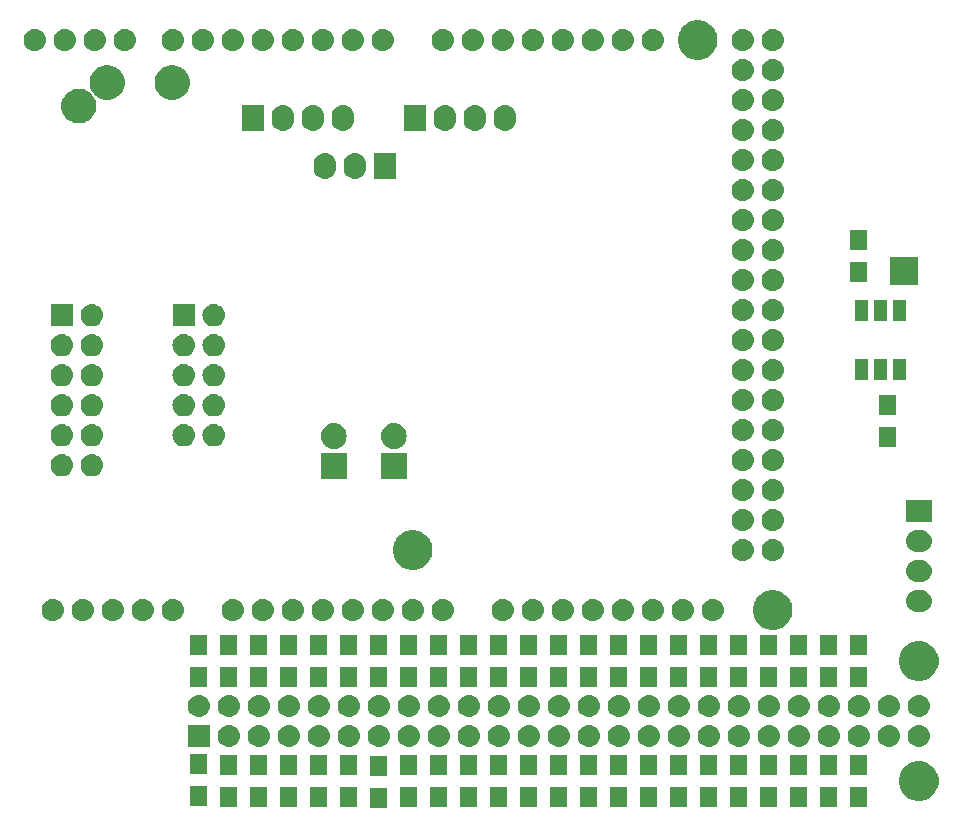
<source format=gts>
G04 #@! TF.GenerationSoftware,KiCad,Pcbnew,5.0.0-rc2*
G04 #@! TF.CreationDate,2018-12-17T23:44:03-05:00*
G04 #@! TF.ProjectId,ZMHW_Map,5A4D48575F4D61702E6B696361645F70,rev?*
G04 #@! TF.SameCoordinates,Original*
G04 #@! TF.FileFunction,Soldermask,Top*
G04 #@! TF.FilePolarity,Negative*
%FSLAX46Y46*%
G04 Gerber Fmt 4.6, Leading zero omitted, Abs format (unit mm)*
G04 Created by KiCad (PCBNEW 5.0.0-rc2) date Mon Dec 17 23:44:03 2018*
%MOMM*%
%LPD*%
G01*
G04 APERTURE LIST*
%ADD10C,0.100000*%
G04 APERTURE END LIST*
D10*
G36*
X181066200Y-97506200D02*
X179613800Y-97506200D01*
X179613800Y-95853800D01*
X181066200Y-95853800D01*
X181066200Y-97506200D01*
X181066200Y-97506200D01*
G37*
G36*
X193766200Y-97426200D02*
X192313800Y-97426200D01*
X192313800Y-95773800D01*
X193766200Y-95773800D01*
X193766200Y-97426200D01*
X193766200Y-97426200D01*
G37*
G36*
X219166200Y-97426200D02*
X217713800Y-97426200D01*
X217713800Y-95773800D01*
X219166200Y-95773800D01*
X219166200Y-97426200D01*
X219166200Y-97426200D01*
G37*
G36*
X216626200Y-97426200D02*
X215173800Y-97426200D01*
X215173800Y-95773800D01*
X216626200Y-95773800D01*
X216626200Y-97426200D01*
X216626200Y-97426200D01*
G37*
G36*
X214086200Y-97426200D02*
X212633800Y-97426200D01*
X212633800Y-95773800D01*
X214086200Y-95773800D01*
X214086200Y-97426200D01*
X214086200Y-97426200D01*
G37*
G36*
X211546200Y-97426200D02*
X210093800Y-97426200D01*
X210093800Y-95773800D01*
X211546200Y-95773800D01*
X211546200Y-97426200D01*
X211546200Y-97426200D01*
G37*
G36*
X209006200Y-97426200D02*
X207553800Y-97426200D01*
X207553800Y-95773800D01*
X209006200Y-95773800D01*
X209006200Y-97426200D01*
X209006200Y-97426200D01*
G37*
G36*
X206466200Y-97426200D02*
X205013800Y-97426200D01*
X205013800Y-95773800D01*
X206466200Y-95773800D01*
X206466200Y-97426200D01*
X206466200Y-97426200D01*
G37*
G36*
X203926200Y-97426200D02*
X202473800Y-97426200D01*
X202473800Y-95773800D01*
X203926200Y-95773800D01*
X203926200Y-97426200D01*
X203926200Y-97426200D01*
G37*
G36*
X201386200Y-97426200D02*
X199933800Y-97426200D01*
X199933800Y-95773800D01*
X201386200Y-95773800D01*
X201386200Y-97426200D01*
X201386200Y-97426200D01*
G37*
G36*
X198846200Y-97426200D02*
X197393800Y-97426200D01*
X197393800Y-95773800D01*
X198846200Y-95773800D01*
X198846200Y-97426200D01*
X198846200Y-97426200D01*
G37*
G36*
X196306200Y-97426200D02*
X194853800Y-97426200D01*
X194853800Y-95773800D01*
X196306200Y-95773800D01*
X196306200Y-97426200D01*
X196306200Y-97426200D01*
G37*
G36*
X191226200Y-97426200D02*
X189773800Y-97426200D01*
X189773800Y-95773800D01*
X191226200Y-95773800D01*
X191226200Y-97426200D01*
X191226200Y-97426200D01*
G37*
G36*
X188686200Y-97426200D02*
X187233800Y-97426200D01*
X187233800Y-95773800D01*
X188686200Y-95773800D01*
X188686200Y-97426200D01*
X188686200Y-97426200D01*
G37*
G36*
X186146200Y-97426200D02*
X184693800Y-97426200D01*
X184693800Y-95773800D01*
X186146200Y-95773800D01*
X186146200Y-97426200D01*
X186146200Y-97426200D01*
G37*
G36*
X183606200Y-97426200D02*
X182153800Y-97426200D01*
X182153800Y-95773800D01*
X183606200Y-95773800D01*
X183606200Y-97426200D01*
X183606200Y-97426200D01*
G37*
G36*
X178526200Y-97426200D02*
X177073800Y-97426200D01*
X177073800Y-95773800D01*
X178526200Y-95773800D01*
X178526200Y-97426200D01*
X178526200Y-97426200D01*
G37*
G36*
X175986200Y-97426200D02*
X174533800Y-97426200D01*
X174533800Y-95773800D01*
X175986200Y-95773800D01*
X175986200Y-97426200D01*
X175986200Y-97426200D01*
G37*
G36*
X173446200Y-97426200D02*
X171993800Y-97426200D01*
X171993800Y-95773800D01*
X173446200Y-95773800D01*
X173446200Y-97426200D01*
X173446200Y-97426200D01*
G37*
G36*
X170906200Y-97426200D02*
X169453800Y-97426200D01*
X169453800Y-95773800D01*
X170906200Y-95773800D01*
X170906200Y-97426200D01*
X170906200Y-97426200D01*
G37*
G36*
X168366200Y-97426200D02*
X166913800Y-97426200D01*
X166913800Y-95773800D01*
X168366200Y-95773800D01*
X168366200Y-97426200D01*
X168366200Y-97426200D01*
G37*
G36*
X221706200Y-97426200D02*
X220253800Y-97426200D01*
X220253800Y-95773800D01*
X221706200Y-95773800D01*
X221706200Y-97426200D01*
X221706200Y-97426200D01*
G37*
G36*
X165826200Y-97346200D02*
X164373800Y-97346200D01*
X164373800Y-95693800D01*
X165826200Y-95693800D01*
X165826200Y-97346200D01*
X165826200Y-97346200D01*
G37*
G36*
X226548931Y-93638216D02*
X226853976Y-93764570D01*
X226853978Y-93764571D01*
X227128515Y-93948011D01*
X227361988Y-94181484D01*
X227545430Y-94456024D01*
X227671784Y-94761069D01*
X227736200Y-95084909D01*
X227736200Y-95415091D01*
X227671784Y-95738931D01*
X227545430Y-96043976D01*
X227545429Y-96043978D01*
X227361989Y-96318515D01*
X227128515Y-96551989D01*
X226853978Y-96735429D01*
X226853977Y-96735430D01*
X226853976Y-96735430D01*
X226548931Y-96861784D01*
X226225091Y-96926200D01*
X225894909Y-96926200D01*
X225571069Y-96861784D01*
X225266024Y-96735430D01*
X225266023Y-96735430D01*
X225266022Y-96735429D01*
X224991485Y-96551989D01*
X224758011Y-96318515D01*
X224574571Y-96043978D01*
X224574570Y-96043976D01*
X224448216Y-95738931D01*
X224383800Y-95415091D01*
X224383800Y-95084909D01*
X224448216Y-94761069D01*
X224574570Y-94456024D01*
X224758012Y-94181484D01*
X224991485Y-93948011D01*
X225266022Y-93764571D01*
X225266024Y-93764570D01*
X225571069Y-93638216D01*
X225894909Y-93573800D01*
X226225091Y-93573800D01*
X226548931Y-93638216D01*
X226548931Y-93638216D01*
G37*
G36*
X181066200Y-94806200D02*
X179613800Y-94806200D01*
X179613800Y-93153800D01*
X181066200Y-93153800D01*
X181066200Y-94806200D01*
X181066200Y-94806200D01*
G37*
G36*
X191226200Y-94726200D02*
X189773800Y-94726200D01*
X189773800Y-93073800D01*
X191226200Y-93073800D01*
X191226200Y-94726200D01*
X191226200Y-94726200D01*
G37*
G36*
X221706200Y-94726200D02*
X220253800Y-94726200D01*
X220253800Y-93073800D01*
X221706200Y-93073800D01*
X221706200Y-94726200D01*
X221706200Y-94726200D01*
G37*
G36*
X219166200Y-94726200D02*
X217713800Y-94726200D01*
X217713800Y-93073800D01*
X219166200Y-93073800D01*
X219166200Y-94726200D01*
X219166200Y-94726200D01*
G37*
G36*
X216626200Y-94726200D02*
X215173800Y-94726200D01*
X215173800Y-93073800D01*
X216626200Y-93073800D01*
X216626200Y-94726200D01*
X216626200Y-94726200D01*
G37*
G36*
X214086200Y-94726200D02*
X212633800Y-94726200D01*
X212633800Y-93073800D01*
X214086200Y-93073800D01*
X214086200Y-94726200D01*
X214086200Y-94726200D01*
G37*
G36*
X211546200Y-94726200D02*
X210093800Y-94726200D01*
X210093800Y-93073800D01*
X211546200Y-93073800D01*
X211546200Y-94726200D01*
X211546200Y-94726200D01*
G37*
G36*
X206466200Y-94726200D02*
X205013800Y-94726200D01*
X205013800Y-93073800D01*
X206466200Y-93073800D01*
X206466200Y-94726200D01*
X206466200Y-94726200D01*
G37*
G36*
X209006200Y-94726200D02*
X207553800Y-94726200D01*
X207553800Y-93073800D01*
X209006200Y-93073800D01*
X209006200Y-94726200D01*
X209006200Y-94726200D01*
G37*
G36*
X183606200Y-94726200D02*
X182153800Y-94726200D01*
X182153800Y-93073800D01*
X183606200Y-93073800D01*
X183606200Y-94726200D01*
X183606200Y-94726200D01*
G37*
G36*
X168366200Y-94726200D02*
X166913800Y-94726200D01*
X166913800Y-93073800D01*
X168366200Y-93073800D01*
X168366200Y-94726200D01*
X168366200Y-94726200D01*
G37*
G36*
X186146200Y-94726200D02*
X184693800Y-94726200D01*
X184693800Y-93073800D01*
X186146200Y-93073800D01*
X186146200Y-94726200D01*
X186146200Y-94726200D01*
G37*
G36*
X201386200Y-94726200D02*
X199933800Y-94726200D01*
X199933800Y-93073800D01*
X201386200Y-93073800D01*
X201386200Y-94726200D01*
X201386200Y-94726200D01*
G37*
G36*
X193766200Y-94726200D02*
X192313800Y-94726200D01*
X192313800Y-93073800D01*
X193766200Y-93073800D01*
X193766200Y-94726200D01*
X193766200Y-94726200D01*
G37*
G36*
X178526200Y-94726200D02*
X177073800Y-94726200D01*
X177073800Y-93073800D01*
X178526200Y-93073800D01*
X178526200Y-94726200D01*
X178526200Y-94726200D01*
G37*
G36*
X175986200Y-94726200D02*
X174533800Y-94726200D01*
X174533800Y-93073800D01*
X175986200Y-93073800D01*
X175986200Y-94726200D01*
X175986200Y-94726200D01*
G37*
G36*
X198846200Y-94726200D02*
X197393800Y-94726200D01*
X197393800Y-93073800D01*
X198846200Y-93073800D01*
X198846200Y-94726200D01*
X198846200Y-94726200D01*
G37*
G36*
X173446200Y-94726200D02*
X171993800Y-94726200D01*
X171993800Y-93073800D01*
X173446200Y-93073800D01*
X173446200Y-94726200D01*
X173446200Y-94726200D01*
G37*
G36*
X170906200Y-94726200D02*
X169453800Y-94726200D01*
X169453800Y-93073800D01*
X170906200Y-93073800D01*
X170906200Y-94726200D01*
X170906200Y-94726200D01*
G37*
G36*
X188686200Y-94726200D02*
X187233800Y-94726200D01*
X187233800Y-93073800D01*
X188686200Y-93073800D01*
X188686200Y-94726200D01*
X188686200Y-94726200D01*
G37*
G36*
X203926200Y-94726200D02*
X202473800Y-94726200D01*
X202473800Y-93073800D01*
X203926200Y-93073800D01*
X203926200Y-94726200D01*
X203926200Y-94726200D01*
G37*
G36*
X196306200Y-94726200D02*
X194853800Y-94726200D01*
X194853800Y-93073800D01*
X196306200Y-93073800D01*
X196306200Y-94726200D01*
X196306200Y-94726200D01*
G37*
G36*
X165826200Y-94646200D02*
X164373800Y-94646200D01*
X164373800Y-92993800D01*
X165826200Y-92993800D01*
X165826200Y-94646200D01*
X165826200Y-94646200D01*
G37*
G36*
X175444228Y-90513797D02*
X175444230Y-90513798D01*
X175444233Y-90513798D01*
X175621386Y-90567537D01*
X175774111Y-90649170D01*
X175784653Y-90654805D01*
X175927754Y-90772246D01*
X176045195Y-90915347D01*
X176045196Y-90915349D01*
X176132463Y-91078614D01*
X176186202Y-91255767D01*
X176186202Y-91255770D01*
X176186203Y-91255772D01*
X176204348Y-91440000D01*
X176186203Y-91624228D01*
X176186202Y-91624230D01*
X176186202Y-91624233D01*
X176132463Y-91801386D01*
X176050829Y-91954111D01*
X176045195Y-91964653D01*
X175927754Y-92107754D01*
X175784653Y-92225195D01*
X175784651Y-92225196D01*
X175621386Y-92312463D01*
X175444233Y-92366202D01*
X175444230Y-92366202D01*
X175444228Y-92366203D01*
X175306174Y-92379800D01*
X175213826Y-92379800D01*
X175075772Y-92366203D01*
X175075770Y-92366202D01*
X175075767Y-92366202D01*
X174898614Y-92312463D01*
X174735349Y-92225196D01*
X174735347Y-92225195D01*
X174592246Y-92107754D01*
X174474805Y-91964653D01*
X174469170Y-91954111D01*
X174387537Y-91801386D01*
X174333798Y-91624233D01*
X174333798Y-91624230D01*
X174333797Y-91624228D01*
X174315652Y-91440000D01*
X174333797Y-91255772D01*
X174333798Y-91255770D01*
X174333798Y-91255767D01*
X174387537Y-91078614D01*
X174474804Y-90915349D01*
X174474805Y-90915347D01*
X174592246Y-90772246D01*
X174735347Y-90654805D01*
X174745889Y-90649171D01*
X174898614Y-90567537D01*
X175075767Y-90513798D01*
X175075770Y-90513798D01*
X175075772Y-90513797D01*
X175213826Y-90500200D01*
X175306174Y-90500200D01*
X175444228Y-90513797D01*
X175444228Y-90513797D01*
G37*
G36*
X198304228Y-90513797D02*
X198304230Y-90513798D01*
X198304233Y-90513798D01*
X198481386Y-90567537D01*
X198634111Y-90649170D01*
X198644653Y-90654805D01*
X198787754Y-90772246D01*
X198905195Y-90915347D01*
X198905196Y-90915349D01*
X198992463Y-91078614D01*
X199046202Y-91255767D01*
X199046202Y-91255770D01*
X199046203Y-91255772D01*
X199064348Y-91440000D01*
X199046203Y-91624228D01*
X199046202Y-91624230D01*
X199046202Y-91624233D01*
X198992463Y-91801386D01*
X198910829Y-91954111D01*
X198905195Y-91964653D01*
X198787754Y-92107754D01*
X198644653Y-92225195D01*
X198644651Y-92225196D01*
X198481386Y-92312463D01*
X198304233Y-92366202D01*
X198304230Y-92366202D01*
X198304228Y-92366203D01*
X198166174Y-92379800D01*
X198073826Y-92379800D01*
X197935772Y-92366203D01*
X197935770Y-92366202D01*
X197935767Y-92366202D01*
X197758614Y-92312463D01*
X197595349Y-92225196D01*
X197595347Y-92225195D01*
X197452246Y-92107754D01*
X197334805Y-91964653D01*
X197329171Y-91954111D01*
X197247537Y-91801386D01*
X197193798Y-91624233D01*
X197193798Y-91624230D01*
X197193797Y-91624228D01*
X197175652Y-91440000D01*
X197193797Y-91255772D01*
X197193798Y-91255770D01*
X197193798Y-91255767D01*
X197247537Y-91078614D01*
X197334804Y-90915349D01*
X197334805Y-90915347D01*
X197452246Y-90772246D01*
X197595347Y-90654805D01*
X197605889Y-90649171D01*
X197758614Y-90567537D01*
X197935767Y-90513798D01*
X197935770Y-90513798D01*
X197935772Y-90513797D01*
X198073826Y-90500200D01*
X198166174Y-90500200D01*
X198304228Y-90513797D01*
X198304228Y-90513797D01*
G37*
G36*
X195764228Y-90513797D02*
X195764230Y-90513798D01*
X195764233Y-90513798D01*
X195941386Y-90567537D01*
X196094111Y-90649170D01*
X196104653Y-90654805D01*
X196247754Y-90772246D01*
X196365195Y-90915347D01*
X196365196Y-90915349D01*
X196452463Y-91078614D01*
X196506202Y-91255767D01*
X196506202Y-91255770D01*
X196506203Y-91255772D01*
X196524348Y-91440000D01*
X196506203Y-91624228D01*
X196506202Y-91624230D01*
X196506202Y-91624233D01*
X196452463Y-91801386D01*
X196370829Y-91954111D01*
X196365195Y-91964653D01*
X196247754Y-92107754D01*
X196104653Y-92225195D01*
X196104651Y-92225196D01*
X195941386Y-92312463D01*
X195764233Y-92366202D01*
X195764230Y-92366202D01*
X195764228Y-92366203D01*
X195626174Y-92379800D01*
X195533826Y-92379800D01*
X195395772Y-92366203D01*
X195395770Y-92366202D01*
X195395767Y-92366202D01*
X195218614Y-92312463D01*
X195055349Y-92225196D01*
X195055347Y-92225195D01*
X194912246Y-92107754D01*
X194794805Y-91964653D01*
X194789171Y-91954111D01*
X194707537Y-91801386D01*
X194653798Y-91624233D01*
X194653798Y-91624230D01*
X194653797Y-91624228D01*
X194635652Y-91440000D01*
X194653797Y-91255772D01*
X194653798Y-91255770D01*
X194653798Y-91255767D01*
X194707537Y-91078614D01*
X194794804Y-90915349D01*
X194794805Y-90915347D01*
X194912246Y-90772246D01*
X195055347Y-90654805D01*
X195065889Y-90649171D01*
X195218614Y-90567537D01*
X195395767Y-90513798D01*
X195395770Y-90513798D01*
X195395772Y-90513797D01*
X195533826Y-90500200D01*
X195626174Y-90500200D01*
X195764228Y-90513797D01*
X195764228Y-90513797D01*
G37*
G36*
X193224228Y-90513797D02*
X193224230Y-90513798D01*
X193224233Y-90513798D01*
X193401386Y-90567537D01*
X193554111Y-90649170D01*
X193564653Y-90654805D01*
X193707754Y-90772246D01*
X193825195Y-90915347D01*
X193825196Y-90915349D01*
X193912463Y-91078614D01*
X193966202Y-91255767D01*
X193966202Y-91255770D01*
X193966203Y-91255772D01*
X193984348Y-91440000D01*
X193966203Y-91624228D01*
X193966202Y-91624230D01*
X193966202Y-91624233D01*
X193912463Y-91801386D01*
X193830829Y-91954111D01*
X193825195Y-91964653D01*
X193707754Y-92107754D01*
X193564653Y-92225195D01*
X193564651Y-92225196D01*
X193401386Y-92312463D01*
X193224233Y-92366202D01*
X193224230Y-92366202D01*
X193224228Y-92366203D01*
X193086174Y-92379800D01*
X192993826Y-92379800D01*
X192855772Y-92366203D01*
X192855770Y-92366202D01*
X192855767Y-92366202D01*
X192678614Y-92312463D01*
X192515349Y-92225196D01*
X192515347Y-92225195D01*
X192372246Y-92107754D01*
X192254805Y-91964653D01*
X192249171Y-91954111D01*
X192167537Y-91801386D01*
X192113798Y-91624233D01*
X192113798Y-91624230D01*
X192113797Y-91624228D01*
X192095652Y-91440000D01*
X192113797Y-91255772D01*
X192113798Y-91255770D01*
X192113798Y-91255767D01*
X192167537Y-91078614D01*
X192254804Y-90915349D01*
X192254805Y-90915347D01*
X192372246Y-90772246D01*
X192515347Y-90654805D01*
X192525889Y-90649171D01*
X192678614Y-90567537D01*
X192855767Y-90513798D01*
X192855770Y-90513798D01*
X192855772Y-90513797D01*
X192993826Y-90500200D01*
X193086174Y-90500200D01*
X193224228Y-90513797D01*
X193224228Y-90513797D01*
G37*
G36*
X190684228Y-90513797D02*
X190684230Y-90513798D01*
X190684233Y-90513798D01*
X190861386Y-90567537D01*
X191014111Y-90649170D01*
X191024653Y-90654805D01*
X191167754Y-90772246D01*
X191285195Y-90915347D01*
X191285196Y-90915349D01*
X191372463Y-91078614D01*
X191426202Y-91255767D01*
X191426202Y-91255770D01*
X191426203Y-91255772D01*
X191444348Y-91440000D01*
X191426203Y-91624228D01*
X191426202Y-91624230D01*
X191426202Y-91624233D01*
X191372463Y-91801386D01*
X191290829Y-91954111D01*
X191285195Y-91964653D01*
X191167754Y-92107754D01*
X191024653Y-92225195D01*
X191024651Y-92225196D01*
X190861386Y-92312463D01*
X190684233Y-92366202D01*
X190684230Y-92366202D01*
X190684228Y-92366203D01*
X190546174Y-92379800D01*
X190453826Y-92379800D01*
X190315772Y-92366203D01*
X190315770Y-92366202D01*
X190315767Y-92366202D01*
X190138614Y-92312463D01*
X189975349Y-92225196D01*
X189975347Y-92225195D01*
X189832246Y-92107754D01*
X189714805Y-91964653D01*
X189709171Y-91954111D01*
X189627537Y-91801386D01*
X189573798Y-91624233D01*
X189573798Y-91624230D01*
X189573797Y-91624228D01*
X189555652Y-91440000D01*
X189573797Y-91255772D01*
X189573798Y-91255770D01*
X189573798Y-91255767D01*
X189627537Y-91078614D01*
X189714804Y-90915349D01*
X189714805Y-90915347D01*
X189832246Y-90772246D01*
X189975347Y-90654805D01*
X189985889Y-90649171D01*
X190138614Y-90567537D01*
X190315767Y-90513798D01*
X190315770Y-90513798D01*
X190315772Y-90513797D01*
X190453826Y-90500200D01*
X190546174Y-90500200D01*
X190684228Y-90513797D01*
X190684228Y-90513797D01*
G37*
G36*
X188144228Y-90513797D02*
X188144230Y-90513798D01*
X188144233Y-90513798D01*
X188321386Y-90567537D01*
X188474111Y-90649170D01*
X188484653Y-90654805D01*
X188627754Y-90772246D01*
X188745195Y-90915347D01*
X188745196Y-90915349D01*
X188832463Y-91078614D01*
X188886202Y-91255767D01*
X188886202Y-91255770D01*
X188886203Y-91255772D01*
X188904348Y-91440000D01*
X188886203Y-91624228D01*
X188886202Y-91624230D01*
X188886202Y-91624233D01*
X188832463Y-91801386D01*
X188750829Y-91954111D01*
X188745195Y-91964653D01*
X188627754Y-92107754D01*
X188484653Y-92225195D01*
X188484651Y-92225196D01*
X188321386Y-92312463D01*
X188144233Y-92366202D01*
X188144230Y-92366202D01*
X188144228Y-92366203D01*
X188006174Y-92379800D01*
X187913826Y-92379800D01*
X187775772Y-92366203D01*
X187775770Y-92366202D01*
X187775767Y-92366202D01*
X187598614Y-92312463D01*
X187435349Y-92225196D01*
X187435347Y-92225195D01*
X187292246Y-92107754D01*
X187174805Y-91964653D01*
X187169171Y-91954111D01*
X187087537Y-91801386D01*
X187033798Y-91624233D01*
X187033798Y-91624230D01*
X187033797Y-91624228D01*
X187015652Y-91440000D01*
X187033797Y-91255772D01*
X187033798Y-91255770D01*
X187033798Y-91255767D01*
X187087537Y-91078614D01*
X187174804Y-90915349D01*
X187174805Y-90915347D01*
X187292246Y-90772246D01*
X187435347Y-90654805D01*
X187445889Y-90649171D01*
X187598614Y-90567537D01*
X187775767Y-90513798D01*
X187775770Y-90513798D01*
X187775772Y-90513797D01*
X187913826Y-90500200D01*
X188006174Y-90500200D01*
X188144228Y-90513797D01*
X188144228Y-90513797D01*
G37*
G36*
X185604228Y-90513797D02*
X185604230Y-90513798D01*
X185604233Y-90513798D01*
X185781386Y-90567537D01*
X185934111Y-90649170D01*
X185944653Y-90654805D01*
X186087754Y-90772246D01*
X186205195Y-90915347D01*
X186205196Y-90915349D01*
X186292463Y-91078614D01*
X186346202Y-91255767D01*
X186346202Y-91255770D01*
X186346203Y-91255772D01*
X186364348Y-91440000D01*
X186346203Y-91624228D01*
X186346202Y-91624230D01*
X186346202Y-91624233D01*
X186292463Y-91801386D01*
X186210829Y-91954111D01*
X186205195Y-91964653D01*
X186087754Y-92107754D01*
X185944653Y-92225195D01*
X185944651Y-92225196D01*
X185781386Y-92312463D01*
X185604233Y-92366202D01*
X185604230Y-92366202D01*
X185604228Y-92366203D01*
X185466174Y-92379800D01*
X185373826Y-92379800D01*
X185235772Y-92366203D01*
X185235770Y-92366202D01*
X185235767Y-92366202D01*
X185058614Y-92312463D01*
X184895349Y-92225196D01*
X184895347Y-92225195D01*
X184752246Y-92107754D01*
X184634805Y-91964653D01*
X184629171Y-91954111D01*
X184547537Y-91801386D01*
X184493798Y-91624233D01*
X184493798Y-91624230D01*
X184493797Y-91624228D01*
X184475652Y-91440000D01*
X184493797Y-91255772D01*
X184493798Y-91255770D01*
X184493798Y-91255767D01*
X184547537Y-91078614D01*
X184634804Y-90915349D01*
X184634805Y-90915347D01*
X184752246Y-90772246D01*
X184895347Y-90654805D01*
X184905889Y-90649171D01*
X185058614Y-90567537D01*
X185235767Y-90513798D01*
X185235770Y-90513798D01*
X185235772Y-90513797D01*
X185373826Y-90500200D01*
X185466174Y-90500200D01*
X185604228Y-90513797D01*
X185604228Y-90513797D01*
G37*
G36*
X180524228Y-90513797D02*
X180524230Y-90513798D01*
X180524233Y-90513798D01*
X180701386Y-90567537D01*
X180854111Y-90649170D01*
X180864653Y-90654805D01*
X181007754Y-90772246D01*
X181125195Y-90915347D01*
X181125196Y-90915349D01*
X181212463Y-91078614D01*
X181266202Y-91255767D01*
X181266202Y-91255770D01*
X181266203Y-91255772D01*
X181284348Y-91440000D01*
X181266203Y-91624228D01*
X181266202Y-91624230D01*
X181266202Y-91624233D01*
X181212463Y-91801386D01*
X181130829Y-91954111D01*
X181125195Y-91964653D01*
X181007754Y-92107754D01*
X180864653Y-92225195D01*
X180864651Y-92225196D01*
X180701386Y-92312463D01*
X180524233Y-92366202D01*
X180524230Y-92366202D01*
X180524228Y-92366203D01*
X180386174Y-92379800D01*
X180293826Y-92379800D01*
X180155772Y-92366203D01*
X180155770Y-92366202D01*
X180155767Y-92366202D01*
X179978614Y-92312463D01*
X179815349Y-92225196D01*
X179815347Y-92225195D01*
X179672246Y-92107754D01*
X179554805Y-91964653D01*
X179549170Y-91954111D01*
X179467537Y-91801386D01*
X179413798Y-91624233D01*
X179413798Y-91624230D01*
X179413797Y-91624228D01*
X179395652Y-91440000D01*
X179413797Y-91255772D01*
X179413798Y-91255770D01*
X179413798Y-91255767D01*
X179467537Y-91078614D01*
X179554804Y-90915349D01*
X179554805Y-90915347D01*
X179672246Y-90772246D01*
X179815347Y-90654805D01*
X179825889Y-90649171D01*
X179978614Y-90567537D01*
X180155767Y-90513798D01*
X180155770Y-90513798D01*
X180155772Y-90513797D01*
X180293826Y-90500200D01*
X180386174Y-90500200D01*
X180524228Y-90513797D01*
X180524228Y-90513797D01*
G37*
G36*
X177984228Y-90513797D02*
X177984230Y-90513798D01*
X177984233Y-90513798D01*
X178161386Y-90567537D01*
X178314111Y-90649170D01*
X178324653Y-90654805D01*
X178467754Y-90772246D01*
X178585195Y-90915347D01*
X178585196Y-90915349D01*
X178672463Y-91078614D01*
X178726202Y-91255767D01*
X178726202Y-91255770D01*
X178726203Y-91255772D01*
X178744348Y-91440000D01*
X178726203Y-91624228D01*
X178726202Y-91624230D01*
X178726202Y-91624233D01*
X178672463Y-91801386D01*
X178590829Y-91954111D01*
X178585195Y-91964653D01*
X178467754Y-92107754D01*
X178324653Y-92225195D01*
X178324651Y-92225196D01*
X178161386Y-92312463D01*
X177984233Y-92366202D01*
X177984230Y-92366202D01*
X177984228Y-92366203D01*
X177846174Y-92379800D01*
X177753826Y-92379800D01*
X177615772Y-92366203D01*
X177615770Y-92366202D01*
X177615767Y-92366202D01*
X177438614Y-92312463D01*
X177275349Y-92225196D01*
X177275347Y-92225195D01*
X177132246Y-92107754D01*
X177014805Y-91964653D01*
X177009170Y-91954111D01*
X176927537Y-91801386D01*
X176873798Y-91624233D01*
X176873798Y-91624230D01*
X176873797Y-91624228D01*
X176855652Y-91440000D01*
X176873797Y-91255772D01*
X176873798Y-91255770D01*
X176873798Y-91255767D01*
X176927537Y-91078614D01*
X177014804Y-90915349D01*
X177014805Y-90915347D01*
X177132246Y-90772246D01*
X177275347Y-90654805D01*
X177285889Y-90649171D01*
X177438614Y-90567537D01*
X177615767Y-90513798D01*
X177615770Y-90513798D01*
X177615772Y-90513797D01*
X177753826Y-90500200D01*
X177846174Y-90500200D01*
X177984228Y-90513797D01*
X177984228Y-90513797D01*
G37*
G36*
X172904228Y-90513797D02*
X172904230Y-90513798D01*
X172904233Y-90513798D01*
X173081386Y-90567537D01*
X173234111Y-90649170D01*
X173244653Y-90654805D01*
X173387754Y-90772246D01*
X173505195Y-90915347D01*
X173505196Y-90915349D01*
X173592463Y-91078614D01*
X173646202Y-91255767D01*
X173646202Y-91255770D01*
X173646203Y-91255772D01*
X173664348Y-91440000D01*
X173646203Y-91624228D01*
X173646202Y-91624230D01*
X173646202Y-91624233D01*
X173592463Y-91801386D01*
X173510829Y-91954111D01*
X173505195Y-91964653D01*
X173387754Y-92107754D01*
X173244653Y-92225195D01*
X173244651Y-92225196D01*
X173081386Y-92312463D01*
X172904233Y-92366202D01*
X172904230Y-92366202D01*
X172904228Y-92366203D01*
X172766174Y-92379800D01*
X172673826Y-92379800D01*
X172535772Y-92366203D01*
X172535770Y-92366202D01*
X172535767Y-92366202D01*
X172358614Y-92312463D01*
X172195349Y-92225196D01*
X172195347Y-92225195D01*
X172052246Y-92107754D01*
X171934805Y-91964653D01*
X171929170Y-91954111D01*
X171847537Y-91801386D01*
X171793798Y-91624233D01*
X171793798Y-91624230D01*
X171793797Y-91624228D01*
X171775652Y-91440000D01*
X171793797Y-91255772D01*
X171793798Y-91255770D01*
X171793798Y-91255767D01*
X171847537Y-91078614D01*
X171934804Y-90915349D01*
X171934805Y-90915347D01*
X172052246Y-90772246D01*
X172195347Y-90654805D01*
X172205889Y-90649171D01*
X172358614Y-90567537D01*
X172535767Y-90513798D01*
X172535770Y-90513798D01*
X172535772Y-90513797D01*
X172673826Y-90500200D01*
X172766174Y-90500200D01*
X172904228Y-90513797D01*
X172904228Y-90513797D01*
G37*
G36*
X166039800Y-92379800D02*
X164160200Y-92379800D01*
X164160200Y-90500200D01*
X166039800Y-90500200D01*
X166039800Y-92379800D01*
X166039800Y-92379800D01*
G37*
G36*
X183064228Y-90513797D02*
X183064230Y-90513798D01*
X183064233Y-90513798D01*
X183241386Y-90567537D01*
X183394111Y-90649170D01*
X183404653Y-90654805D01*
X183547754Y-90772246D01*
X183665195Y-90915347D01*
X183665196Y-90915349D01*
X183752463Y-91078614D01*
X183806202Y-91255767D01*
X183806202Y-91255770D01*
X183806203Y-91255772D01*
X183824348Y-91440000D01*
X183806203Y-91624228D01*
X183806202Y-91624230D01*
X183806202Y-91624233D01*
X183752463Y-91801386D01*
X183670829Y-91954111D01*
X183665195Y-91964653D01*
X183547754Y-92107754D01*
X183404653Y-92225195D01*
X183404651Y-92225196D01*
X183241386Y-92312463D01*
X183064233Y-92366202D01*
X183064230Y-92366202D01*
X183064228Y-92366203D01*
X182926174Y-92379800D01*
X182833826Y-92379800D01*
X182695772Y-92366203D01*
X182695770Y-92366202D01*
X182695767Y-92366202D01*
X182518614Y-92312463D01*
X182355349Y-92225196D01*
X182355347Y-92225195D01*
X182212246Y-92107754D01*
X182094805Y-91964653D01*
X182089170Y-91954111D01*
X182007537Y-91801386D01*
X181953798Y-91624233D01*
X181953798Y-91624230D01*
X181953797Y-91624228D01*
X181935652Y-91440000D01*
X181953797Y-91255772D01*
X181953798Y-91255770D01*
X181953798Y-91255767D01*
X182007537Y-91078614D01*
X182094804Y-90915349D01*
X182094805Y-90915347D01*
X182212246Y-90772246D01*
X182355347Y-90654805D01*
X182365889Y-90649171D01*
X182518614Y-90567537D01*
X182695767Y-90513798D01*
X182695770Y-90513798D01*
X182695772Y-90513797D01*
X182833826Y-90500200D01*
X182926174Y-90500200D01*
X183064228Y-90513797D01*
X183064228Y-90513797D01*
G37*
G36*
X205924228Y-90513797D02*
X205924230Y-90513798D01*
X205924233Y-90513798D01*
X206101386Y-90567537D01*
X206254111Y-90649170D01*
X206264653Y-90654805D01*
X206407754Y-90772246D01*
X206525195Y-90915347D01*
X206525196Y-90915349D01*
X206612463Y-91078614D01*
X206666202Y-91255767D01*
X206666202Y-91255770D01*
X206666203Y-91255772D01*
X206684348Y-91440000D01*
X206666203Y-91624228D01*
X206666202Y-91624230D01*
X206666202Y-91624233D01*
X206612463Y-91801386D01*
X206530829Y-91954111D01*
X206525195Y-91964653D01*
X206407754Y-92107754D01*
X206264653Y-92225195D01*
X206264651Y-92225196D01*
X206101386Y-92312463D01*
X205924233Y-92366202D01*
X205924230Y-92366202D01*
X205924228Y-92366203D01*
X205786174Y-92379800D01*
X205693826Y-92379800D01*
X205555772Y-92366203D01*
X205555770Y-92366202D01*
X205555767Y-92366202D01*
X205378614Y-92312463D01*
X205215349Y-92225196D01*
X205215347Y-92225195D01*
X205072246Y-92107754D01*
X204954805Y-91964653D01*
X204949171Y-91954111D01*
X204867537Y-91801386D01*
X204813798Y-91624233D01*
X204813798Y-91624230D01*
X204813797Y-91624228D01*
X204795652Y-91440000D01*
X204813797Y-91255772D01*
X204813798Y-91255770D01*
X204813798Y-91255767D01*
X204867537Y-91078614D01*
X204954804Y-90915349D01*
X204954805Y-90915347D01*
X205072246Y-90772246D01*
X205215347Y-90654805D01*
X205225889Y-90649171D01*
X205378614Y-90567537D01*
X205555767Y-90513798D01*
X205555770Y-90513798D01*
X205555772Y-90513797D01*
X205693826Y-90500200D01*
X205786174Y-90500200D01*
X205924228Y-90513797D01*
X205924228Y-90513797D01*
G37*
G36*
X203384228Y-90513797D02*
X203384230Y-90513798D01*
X203384233Y-90513798D01*
X203561386Y-90567537D01*
X203714111Y-90649170D01*
X203724653Y-90654805D01*
X203867754Y-90772246D01*
X203985195Y-90915347D01*
X203985196Y-90915349D01*
X204072463Y-91078614D01*
X204126202Y-91255767D01*
X204126202Y-91255770D01*
X204126203Y-91255772D01*
X204144348Y-91440000D01*
X204126203Y-91624228D01*
X204126202Y-91624230D01*
X204126202Y-91624233D01*
X204072463Y-91801386D01*
X203990829Y-91954111D01*
X203985195Y-91964653D01*
X203867754Y-92107754D01*
X203724653Y-92225195D01*
X203724651Y-92225196D01*
X203561386Y-92312463D01*
X203384233Y-92366202D01*
X203384230Y-92366202D01*
X203384228Y-92366203D01*
X203246174Y-92379800D01*
X203153826Y-92379800D01*
X203015772Y-92366203D01*
X203015770Y-92366202D01*
X203015767Y-92366202D01*
X202838614Y-92312463D01*
X202675349Y-92225196D01*
X202675347Y-92225195D01*
X202532246Y-92107754D01*
X202414805Y-91964653D01*
X202409171Y-91954111D01*
X202327537Y-91801386D01*
X202273798Y-91624233D01*
X202273798Y-91624230D01*
X202273797Y-91624228D01*
X202255652Y-91440000D01*
X202273797Y-91255772D01*
X202273798Y-91255770D01*
X202273798Y-91255767D01*
X202327537Y-91078614D01*
X202414804Y-90915349D01*
X202414805Y-90915347D01*
X202532246Y-90772246D01*
X202675347Y-90654805D01*
X202685889Y-90649171D01*
X202838614Y-90567537D01*
X203015767Y-90513798D01*
X203015770Y-90513798D01*
X203015772Y-90513797D01*
X203153826Y-90500200D01*
X203246174Y-90500200D01*
X203384228Y-90513797D01*
X203384228Y-90513797D01*
G37*
G36*
X170364228Y-90513797D02*
X170364230Y-90513798D01*
X170364233Y-90513798D01*
X170541386Y-90567537D01*
X170694111Y-90649170D01*
X170704653Y-90654805D01*
X170847754Y-90772246D01*
X170965195Y-90915347D01*
X170965196Y-90915349D01*
X171052463Y-91078614D01*
X171106202Y-91255767D01*
X171106202Y-91255770D01*
X171106203Y-91255772D01*
X171124348Y-91440000D01*
X171106203Y-91624228D01*
X171106202Y-91624230D01*
X171106202Y-91624233D01*
X171052463Y-91801386D01*
X170970829Y-91954111D01*
X170965195Y-91964653D01*
X170847754Y-92107754D01*
X170704653Y-92225195D01*
X170704651Y-92225196D01*
X170541386Y-92312463D01*
X170364233Y-92366202D01*
X170364230Y-92366202D01*
X170364228Y-92366203D01*
X170226174Y-92379800D01*
X170133826Y-92379800D01*
X169995772Y-92366203D01*
X169995770Y-92366202D01*
X169995767Y-92366202D01*
X169818614Y-92312463D01*
X169655349Y-92225196D01*
X169655347Y-92225195D01*
X169512246Y-92107754D01*
X169394805Y-91964653D01*
X169389170Y-91954111D01*
X169307537Y-91801386D01*
X169253798Y-91624233D01*
X169253798Y-91624230D01*
X169253797Y-91624228D01*
X169235652Y-91440000D01*
X169253797Y-91255772D01*
X169253798Y-91255770D01*
X169253798Y-91255767D01*
X169307537Y-91078614D01*
X169394804Y-90915349D01*
X169394805Y-90915347D01*
X169512246Y-90772246D01*
X169655347Y-90654805D01*
X169665889Y-90649171D01*
X169818614Y-90567537D01*
X169995767Y-90513798D01*
X169995770Y-90513798D01*
X169995772Y-90513797D01*
X170133826Y-90500200D01*
X170226174Y-90500200D01*
X170364228Y-90513797D01*
X170364228Y-90513797D01*
G37*
G36*
X167824228Y-90513797D02*
X167824230Y-90513798D01*
X167824233Y-90513798D01*
X168001386Y-90567537D01*
X168154111Y-90649170D01*
X168164653Y-90654805D01*
X168307754Y-90772246D01*
X168425195Y-90915347D01*
X168425196Y-90915349D01*
X168512463Y-91078614D01*
X168566202Y-91255767D01*
X168566202Y-91255770D01*
X168566203Y-91255772D01*
X168584348Y-91440000D01*
X168566203Y-91624228D01*
X168566202Y-91624230D01*
X168566202Y-91624233D01*
X168512463Y-91801386D01*
X168430829Y-91954111D01*
X168425195Y-91964653D01*
X168307754Y-92107754D01*
X168164653Y-92225195D01*
X168164651Y-92225196D01*
X168001386Y-92312463D01*
X167824233Y-92366202D01*
X167824230Y-92366202D01*
X167824228Y-92366203D01*
X167686174Y-92379800D01*
X167593826Y-92379800D01*
X167455772Y-92366203D01*
X167455770Y-92366202D01*
X167455767Y-92366202D01*
X167278614Y-92312463D01*
X167115349Y-92225196D01*
X167115347Y-92225195D01*
X166972246Y-92107754D01*
X166854805Y-91964653D01*
X166849170Y-91954111D01*
X166767537Y-91801386D01*
X166713798Y-91624233D01*
X166713798Y-91624230D01*
X166713797Y-91624228D01*
X166695652Y-91440000D01*
X166713797Y-91255772D01*
X166713798Y-91255770D01*
X166713798Y-91255767D01*
X166767537Y-91078614D01*
X166854804Y-90915349D01*
X166854805Y-90915347D01*
X166972246Y-90772246D01*
X167115347Y-90654805D01*
X167125889Y-90649171D01*
X167278614Y-90567537D01*
X167455767Y-90513798D01*
X167455770Y-90513798D01*
X167455772Y-90513797D01*
X167593826Y-90500200D01*
X167686174Y-90500200D01*
X167824228Y-90513797D01*
X167824228Y-90513797D01*
G37*
G36*
X226244228Y-90513797D02*
X226244230Y-90513798D01*
X226244233Y-90513798D01*
X226421386Y-90567537D01*
X226574111Y-90649170D01*
X226584653Y-90654805D01*
X226727754Y-90772246D01*
X226845195Y-90915347D01*
X226845196Y-90915349D01*
X226932463Y-91078614D01*
X226986202Y-91255767D01*
X226986202Y-91255770D01*
X226986203Y-91255772D01*
X227004348Y-91440000D01*
X226986203Y-91624228D01*
X226986202Y-91624230D01*
X226986202Y-91624233D01*
X226932463Y-91801386D01*
X226850829Y-91954111D01*
X226845195Y-91964653D01*
X226727754Y-92107754D01*
X226584653Y-92225195D01*
X226584651Y-92225196D01*
X226421386Y-92312463D01*
X226244233Y-92366202D01*
X226244230Y-92366202D01*
X226244228Y-92366203D01*
X226106174Y-92379800D01*
X226013826Y-92379800D01*
X225875772Y-92366203D01*
X225875770Y-92366202D01*
X225875767Y-92366202D01*
X225698614Y-92312463D01*
X225535349Y-92225196D01*
X225535347Y-92225195D01*
X225392246Y-92107754D01*
X225274805Y-91964653D01*
X225269171Y-91954111D01*
X225187537Y-91801386D01*
X225133798Y-91624233D01*
X225133798Y-91624230D01*
X225133797Y-91624228D01*
X225115652Y-91440000D01*
X225133797Y-91255772D01*
X225133798Y-91255770D01*
X225133798Y-91255767D01*
X225187537Y-91078614D01*
X225274804Y-90915349D01*
X225274805Y-90915347D01*
X225392246Y-90772246D01*
X225535347Y-90654805D01*
X225545889Y-90649171D01*
X225698614Y-90567537D01*
X225875767Y-90513798D01*
X225875770Y-90513798D01*
X225875772Y-90513797D01*
X226013826Y-90500200D01*
X226106174Y-90500200D01*
X226244228Y-90513797D01*
X226244228Y-90513797D01*
G37*
G36*
X223704228Y-90513797D02*
X223704230Y-90513798D01*
X223704233Y-90513798D01*
X223881386Y-90567537D01*
X224034111Y-90649170D01*
X224044653Y-90654805D01*
X224187754Y-90772246D01*
X224305195Y-90915347D01*
X224305196Y-90915349D01*
X224392463Y-91078614D01*
X224446202Y-91255767D01*
X224446202Y-91255770D01*
X224446203Y-91255772D01*
X224464348Y-91440000D01*
X224446203Y-91624228D01*
X224446202Y-91624230D01*
X224446202Y-91624233D01*
X224392463Y-91801386D01*
X224310829Y-91954111D01*
X224305195Y-91964653D01*
X224187754Y-92107754D01*
X224044653Y-92225195D01*
X224044651Y-92225196D01*
X223881386Y-92312463D01*
X223704233Y-92366202D01*
X223704230Y-92366202D01*
X223704228Y-92366203D01*
X223566174Y-92379800D01*
X223473826Y-92379800D01*
X223335772Y-92366203D01*
X223335770Y-92366202D01*
X223335767Y-92366202D01*
X223158614Y-92312463D01*
X222995349Y-92225196D01*
X222995347Y-92225195D01*
X222852246Y-92107754D01*
X222734805Y-91964653D01*
X222729171Y-91954111D01*
X222647537Y-91801386D01*
X222593798Y-91624233D01*
X222593798Y-91624230D01*
X222593797Y-91624228D01*
X222575652Y-91440000D01*
X222593797Y-91255772D01*
X222593798Y-91255770D01*
X222593798Y-91255767D01*
X222647537Y-91078614D01*
X222734804Y-90915349D01*
X222734805Y-90915347D01*
X222852246Y-90772246D01*
X222995347Y-90654805D01*
X223005889Y-90649171D01*
X223158614Y-90567537D01*
X223335767Y-90513798D01*
X223335770Y-90513798D01*
X223335772Y-90513797D01*
X223473826Y-90500200D01*
X223566174Y-90500200D01*
X223704228Y-90513797D01*
X223704228Y-90513797D01*
G37*
G36*
X221164228Y-90513797D02*
X221164230Y-90513798D01*
X221164233Y-90513798D01*
X221341386Y-90567537D01*
X221494111Y-90649170D01*
X221504653Y-90654805D01*
X221647754Y-90772246D01*
X221765195Y-90915347D01*
X221765196Y-90915349D01*
X221852463Y-91078614D01*
X221906202Y-91255767D01*
X221906202Y-91255770D01*
X221906203Y-91255772D01*
X221924348Y-91440000D01*
X221906203Y-91624228D01*
X221906202Y-91624230D01*
X221906202Y-91624233D01*
X221852463Y-91801386D01*
X221770829Y-91954111D01*
X221765195Y-91964653D01*
X221647754Y-92107754D01*
X221504653Y-92225195D01*
X221504651Y-92225196D01*
X221341386Y-92312463D01*
X221164233Y-92366202D01*
X221164230Y-92366202D01*
X221164228Y-92366203D01*
X221026174Y-92379800D01*
X220933826Y-92379800D01*
X220795772Y-92366203D01*
X220795770Y-92366202D01*
X220795767Y-92366202D01*
X220618614Y-92312463D01*
X220455349Y-92225196D01*
X220455347Y-92225195D01*
X220312246Y-92107754D01*
X220194805Y-91964653D01*
X220189171Y-91954111D01*
X220107537Y-91801386D01*
X220053798Y-91624233D01*
X220053798Y-91624230D01*
X220053797Y-91624228D01*
X220035652Y-91440000D01*
X220053797Y-91255772D01*
X220053798Y-91255770D01*
X220053798Y-91255767D01*
X220107537Y-91078614D01*
X220194804Y-90915349D01*
X220194805Y-90915347D01*
X220312246Y-90772246D01*
X220455347Y-90654805D01*
X220465889Y-90649171D01*
X220618614Y-90567537D01*
X220795767Y-90513798D01*
X220795770Y-90513798D01*
X220795772Y-90513797D01*
X220933826Y-90500200D01*
X221026174Y-90500200D01*
X221164228Y-90513797D01*
X221164228Y-90513797D01*
G37*
G36*
X218624228Y-90513797D02*
X218624230Y-90513798D01*
X218624233Y-90513798D01*
X218801386Y-90567537D01*
X218954111Y-90649170D01*
X218964653Y-90654805D01*
X219107754Y-90772246D01*
X219225195Y-90915347D01*
X219225196Y-90915349D01*
X219312463Y-91078614D01*
X219366202Y-91255767D01*
X219366202Y-91255770D01*
X219366203Y-91255772D01*
X219384348Y-91440000D01*
X219366203Y-91624228D01*
X219366202Y-91624230D01*
X219366202Y-91624233D01*
X219312463Y-91801386D01*
X219230829Y-91954111D01*
X219225195Y-91964653D01*
X219107754Y-92107754D01*
X218964653Y-92225195D01*
X218964651Y-92225196D01*
X218801386Y-92312463D01*
X218624233Y-92366202D01*
X218624230Y-92366202D01*
X218624228Y-92366203D01*
X218486174Y-92379800D01*
X218393826Y-92379800D01*
X218255772Y-92366203D01*
X218255770Y-92366202D01*
X218255767Y-92366202D01*
X218078614Y-92312463D01*
X217915349Y-92225196D01*
X217915347Y-92225195D01*
X217772246Y-92107754D01*
X217654805Y-91964653D01*
X217649171Y-91954111D01*
X217567537Y-91801386D01*
X217513798Y-91624233D01*
X217513798Y-91624230D01*
X217513797Y-91624228D01*
X217495652Y-91440000D01*
X217513797Y-91255772D01*
X217513798Y-91255770D01*
X217513798Y-91255767D01*
X217567537Y-91078614D01*
X217654804Y-90915349D01*
X217654805Y-90915347D01*
X217772246Y-90772246D01*
X217915347Y-90654805D01*
X217925889Y-90649171D01*
X218078614Y-90567537D01*
X218255767Y-90513798D01*
X218255770Y-90513798D01*
X218255772Y-90513797D01*
X218393826Y-90500200D01*
X218486174Y-90500200D01*
X218624228Y-90513797D01*
X218624228Y-90513797D01*
G37*
G36*
X216084228Y-90513797D02*
X216084230Y-90513798D01*
X216084233Y-90513798D01*
X216261386Y-90567537D01*
X216414111Y-90649170D01*
X216424653Y-90654805D01*
X216567754Y-90772246D01*
X216685195Y-90915347D01*
X216685196Y-90915349D01*
X216772463Y-91078614D01*
X216826202Y-91255767D01*
X216826202Y-91255770D01*
X216826203Y-91255772D01*
X216844348Y-91440000D01*
X216826203Y-91624228D01*
X216826202Y-91624230D01*
X216826202Y-91624233D01*
X216772463Y-91801386D01*
X216690829Y-91954111D01*
X216685195Y-91964653D01*
X216567754Y-92107754D01*
X216424653Y-92225195D01*
X216424651Y-92225196D01*
X216261386Y-92312463D01*
X216084233Y-92366202D01*
X216084230Y-92366202D01*
X216084228Y-92366203D01*
X215946174Y-92379800D01*
X215853826Y-92379800D01*
X215715772Y-92366203D01*
X215715770Y-92366202D01*
X215715767Y-92366202D01*
X215538614Y-92312463D01*
X215375349Y-92225196D01*
X215375347Y-92225195D01*
X215232246Y-92107754D01*
X215114805Y-91964653D01*
X215109171Y-91954111D01*
X215027537Y-91801386D01*
X214973798Y-91624233D01*
X214973798Y-91624230D01*
X214973797Y-91624228D01*
X214955652Y-91440000D01*
X214973797Y-91255772D01*
X214973798Y-91255770D01*
X214973798Y-91255767D01*
X215027537Y-91078614D01*
X215114804Y-90915349D01*
X215114805Y-90915347D01*
X215232246Y-90772246D01*
X215375347Y-90654805D01*
X215385889Y-90649171D01*
X215538614Y-90567537D01*
X215715767Y-90513798D01*
X215715770Y-90513798D01*
X215715772Y-90513797D01*
X215853826Y-90500200D01*
X215946174Y-90500200D01*
X216084228Y-90513797D01*
X216084228Y-90513797D01*
G37*
G36*
X213544228Y-90513797D02*
X213544230Y-90513798D01*
X213544233Y-90513798D01*
X213721386Y-90567537D01*
X213874111Y-90649170D01*
X213884653Y-90654805D01*
X214027754Y-90772246D01*
X214145195Y-90915347D01*
X214145196Y-90915349D01*
X214232463Y-91078614D01*
X214286202Y-91255767D01*
X214286202Y-91255770D01*
X214286203Y-91255772D01*
X214304348Y-91440000D01*
X214286203Y-91624228D01*
X214286202Y-91624230D01*
X214286202Y-91624233D01*
X214232463Y-91801386D01*
X214150829Y-91954111D01*
X214145195Y-91964653D01*
X214027754Y-92107754D01*
X213884653Y-92225195D01*
X213884651Y-92225196D01*
X213721386Y-92312463D01*
X213544233Y-92366202D01*
X213544230Y-92366202D01*
X213544228Y-92366203D01*
X213406174Y-92379800D01*
X213313826Y-92379800D01*
X213175772Y-92366203D01*
X213175770Y-92366202D01*
X213175767Y-92366202D01*
X212998614Y-92312463D01*
X212835349Y-92225196D01*
X212835347Y-92225195D01*
X212692246Y-92107754D01*
X212574805Y-91964653D01*
X212569171Y-91954111D01*
X212487537Y-91801386D01*
X212433798Y-91624233D01*
X212433798Y-91624230D01*
X212433797Y-91624228D01*
X212415652Y-91440000D01*
X212433797Y-91255772D01*
X212433798Y-91255770D01*
X212433798Y-91255767D01*
X212487537Y-91078614D01*
X212574804Y-90915349D01*
X212574805Y-90915347D01*
X212692246Y-90772246D01*
X212835347Y-90654805D01*
X212845889Y-90649171D01*
X212998614Y-90567537D01*
X213175767Y-90513798D01*
X213175770Y-90513798D01*
X213175772Y-90513797D01*
X213313826Y-90500200D01*
X213406174Y-90500200D01*
X213544228Y-90513797D01*
X213544228Y-90513797D01*
G37*
G36*
X211004228Y-90513797D02*
X211004230Y-90513798D01*
X211004233Y-90513798D01*
X211181386Y-90567537D01*
X211334111Y-90649170D01*
X211344653Y-90654805D01*
X211487754Y-90772246D01*
X211605195Y-90915347D01*
X211605196Y-90915349D01*
X211692463Y-91078614D01*
X211746202Y-91255767D01*
X211746202Y-91255770D01*
X211746203Y-91255772D01*
X211764348Y-91440000D01*
X211746203Y-91624228D01*
X211746202Y-91624230D01*
X211746202Y-91624233D01*
X211692463Y-91801386D01*
X211610829Y-91954111D01*
X211605195Y-91964653D01*
X211487754Y-92107754D01*
X211344653Y-92225195D01*
X211344651Y-92225196D01*
X211181386Y-92312463D01*
X211004233Y-92366202D01*
X211004230Y-92366202D01*
X211004228Y-92366203D01*
X210866174Y-92379800D01*
X210773826Y-92379800D01*
X210635772Y-92366203D01*
X210635770Y-92366202D01*
X210635767Y-92366202D01*
X210458614Y-92312463D01*
X210295349Y-92225196D01*
X210295347Y-92225195D01*
X210152246Y-92107754D01*
X210034805Y-91964653D01*
X210029171Y-91954111D01*
X209947537Y-91801386D01*
X209893798Y-91624233D01*
X209893798Y-91624230D01*
X209893797Y-91624228D01*
X209875652Y-91440000D01*
X209893797Y-91255772D01*
X209893798Y-91255770D01*
X209893798Y-91255767D01*
X209947537Y-91078614D01*
X210034804Y-90915349D01*
X210034805Y-90915347D01*
X210152246Y-90772246D01*
X210295347Y-90654805D01*
X210305889Y-90649171D01*
X210458614Y-90567537D01*
X210635767Y-90513798D01*
X210635770Y-90513798D01*
X210635772Y-90513797D01*
X210773826Y-90500200D01*
X210866174Y-90500200D01*
X211004228Y-90513797D01*
X211004228Y-90513797D01*
G37*
G36*
X208464228Y-90513797D02*
X208464230Y-90513798D01*
X208464233Y-90513798D01*
X208641386Y-90567537D01*
X208794111Y-90649170D01*
X208804653Y-90654805D01*
X208947754Y-90772246D01*
X209065195Y-90915347D01*
X209065196Y-90915349D01*
X209152463Y-91078614D01*
X209206202Y-91255767D01*
X209206202Y-91255770D01*
X209206203Y-91255772D01*
X209224348Y-91440000D01*
X209206203Y-91624228D01*
X209206202Y-91624230D01*
X209206202Y-91624233D01*
X209152463Y-91801386D01*
X209070829Y-91954111D01*
X209065195Y-91964653D01*
X208947754Y-92107754D01*
X208804653Y-92225195D01*
X208804651Y-92225196D01*
X208641386Y-92312463D01*
X208464233Y-92366202D01*
X208464230Y-92366202D01*
X208464228Y-92366203D01*
X208326174Y-92379800D01*
X208233826Y-92379800D01*
X208095772Y-92366203D01*
X208095770Y-92366202D01*
X208095767Y-92366202D01*
X207918614Y-92312463D01*
X207755349Y-92225196D01*
X207755347Y-92225195D01*
X207612246Y-92107754D01*
X207494805Y-91964653D01*
X207489171Y-91954111D01*
X207407537Y-91801386D01*
X207353798Y-91624233D01*
X207353798Y-91624230D01*
X207353797Y-91624228D01*
X207335652Y-91440000D01*
X207353797Y-91255772D01*
X207353798Y-91255770D01*
X207353798Y-91255767D01*
X207407537Y-91078614D01*
X207494804Y-90915349D01*
X207494805Y-90915347D01*
X207612246Y-90772246D01*
X207755347Y-90654805D01*
X207765889Y-90649171D01*
X207918614Y-90567537D01*
X208095767Y-90513798D01*
X208095770Y-90513798D01*
X208095772Y-90513797D01*
X208233826Y-90500200D01*
X208326174Y-90500200D01*
X208464228Y-90513797D01*
X208464228Y-90513797D01*
G37*
G36*
X200844228Y-90513797D02*
X200844230Y-90513798D01*
X200844233Y-90513798D01*
X201021386Y-90567537D01*
X201174111Y-90649170D01*
X201184653Y-90654805D01*
X201327754Y-90772246D01*
X201445195Y-90915347D01*
X201445196Y-90915349D01*
X201532463Y-91078614D01*
X201586202Y-91255767D01*
X201586202Y-91255770D01*
X201586203Y-91255772D01*
X201604348Y-91440000D01*
X201586203Y-91624228D01*
X201586202Y-91624230D01*
X201586202Y-91624233D01*
X201532463Y-91801386D01*
X201450829Y-91954111D01*
X201445195Y-91964653D01*
X201327754Y-92107754D01*
X201184653Y-92225195D01*
X201184651Y-92225196D01*
X201021386Y-92312463D01*
X200844233Y-92366202D01*
X200844230Y-92366202D01*
X200844228Y-92366203D01*
X200706174Y-92379800D01*
X200613826Y-92379800D01*
X200475772Y-92366203D01*
X200475770Y-92366202D01*
X200475767Y-92366202D01*
X200298614Y-92312463D01*
X200135349Y-92225196D01*
X200135347Y-92225195D01*
X199992246Y-92107754D01*
X199874805Y-91964653D01*
X199869171Y-91954111D01*
X199787537Y-91801386D01*
X199733798Y-91624233D01*
X199733798Y-91624230D01*
X199733797Y-91624228D01*
X199715652Y-91440000D01*
X199733797Y-91255772D01*
X199733798Y-91255770D01*
X199733798Y-91255767D01*
X199787537Y-91078614D01*
X199874804Y-90915349D01*
X199874805Y-90915347D01*
X199992246Y-90772246D01*
X200135347Y-90654805D01*
X200145889Y-90649171D01*
X200298614Y-90567537D01*
X200475767Y-90513798D01*
X200475770Y-90513798D01*
X200475772Y-90513797D01*
X200613826Y-90500200D01*
X200706174Y-90500200D01*
X200844228Y-90513797D01*
X200844228Y-90513797D01*
G37*
G36*
X198304228Y-87973797D02*
X198304230Y-87973798D01*
X198304233Y-87973798D01*
X198481386Y-88027537D01*
X198634111Y-88109170D01*
X198644653Y-88114805D01*
X198787754Y-88232246D01*
X198905195Y-88375347D01*
X198905196Y-88375349D01*
X198992463Y-88538614D01*
X199046202Y-88715767D01*
X199046202Y-88715770D01*
X199046203Y-88715772D01*
X199064348Y-88900000D01*
X199046203Y-89084228D01*
X199046202Y-89084230D01*
X199046202Y-89084233D01*
X198992463Y-89261386D01*
X198910829Y-89414111D01*
X198905195Y-89424653D01*
X198787754Y-89567754D01*
X198644653Y-89685195D01*
X198644651Y-89685196D01*
X198481386Y-89772463D01*
X198304233Y-89826202D01*
X198304230Y-89826202D01*
X198304228Y-89826203D01*
X198166174Y-89839800D01*
X198073826Y-89839800D01*
X197935772Y-89826203D01*
X197935770Y-89826202D01*
X197935767Y-89826202D01*
X197758614Y-89772463D01*
X197595349Y-89685196D01*
X197595347Y-89685195D01*
X197452246Y-89567754D01*
X197334805Y-89424653D01*
X197329171Y-89414111D01*
X197247537Y-89261386D01*
X197193798Y-89084233D01*
X197193798Y-89084230D01*
X197193797Y-89084228D01*
X197175652Y-88900000D01*
X197193797Y-88715772D01*
X197193798Y-88715770D01*
X197193798Y-88715767D01*
X197247537Y-88538614D01*
X197334804Y-88375349D01*
X197334805Y-88375347D01*
X197452246Y-88232246D01*
X197595347Y-88114805D01*
X197605889Y-88109170D01*
X197758614Y-88027537D01*
X197935767Y-87973798D01*
X197935770Y-87973798D01*
X197935772Y-87973797D01*
X198073826Y-87960200D01*
X198166174Y-87960200D01*
X198304228Y-87973797D01*
X198304228Y-87973797D01*
G37*
G36*
X200844228Y-87973797D02*
X200844230Y-87973798D01*
X200844233Y-87973798D01*
X201021386Y-88027537D01*
X201174111Y-88109170D01*
X201184653Y-88114805D01*
X201327754Y-88232246D01*
X201445195Y-88375347D01*
X201445196Y-88375349D01*
X201532463Y-88538614D01*
X201586202Y-88715767D01*
X201586202Y-88715770D01*
X201586203Y-88715772D01*
X201604348Y-88900000D01*
X201586203Y-89084228D01*
X201586202Y-89084230D01*
X201586202Y-89084233D01*
X201532463Y-89261386D01*
X201450829Y-89414111D01*
X201445195Y-89424653D01*
X201327754Y-89567754D01*
X201184653Y-89685195D01*
X201184651Y-89685196D01*
X201021386Y-89772463D01*
X200844233Y-89826202D01*
X200844230Y-89826202D01*
X200844228Y-89826203D01*
X200706174Y-89839800D01*
X200613826Y-89839800D01*
X200475772Y-89826203D01*
X200475770Y-89826202D01*
X200475767Y-89826202D01*
X200298614Y-89772463D01*
X200135349Y-89685196D01*
X200135347Y-89685195D01*
X199992246Y-89567754D01*
X199874805Y-89424653D01*
X199869171Y-89414111D01*
X199787537Y-89261386D01*
X199733798Y-89084233D01*
X199733798Y-89084230D01*
X199733797Y-89084228D01*
X199715652Y-88900000D01*
X199733797Y-88715772D01*
X199733798Y-88715770D01*
X199733798Y-88715767D01*
X199787537Y-88538614D01*
X199874804Y-88375349D01*
X199874805Y-88375347D01*
X199992246Y-88232246D01*
X200135347Y-88114805D01*
X200145889Y-88109170D01*
X200298614Y-88027537D01*
X200475767Y-87973798D01*
X200475770Y-87973798D01*
X200475772Y-87973797D01*
X200613826Y-87960200D01*
X200706174Y-87960200D01*
X200844228Y-87973797D01*
X200844228Y-87973797D01*
G37*
G36*
X203384228Y-87973797D02*
X203384230Y-87973798D01*
X203384233Y-87973798D01*
X203561386Y-88027537D01*
X203714111Y-88109170D01*
X203724653Y-88114805D01*
X203867754Y-88232246D01*
X203985195Y-88375347D01*
X203985196Y-88375349D01*
X204072463Y-88538614D01*
X204126202Y-88715767D01*
X204126202Y-88715770D01*
X204126203Y-88715772D01*
X204144348Y-88900000D01*
X204126203Y-89084228D01*
X204126202Y-89084230D01*
X204126202Y-89084233D01*
X204072463Y-89261386D01*
X203990829Y-89414111D01*
X203985195Y-89424653D01*
X203867754Y-89567754D01*
X203724653Y-89685195D01*
X203724651Y-89685196D01*
X203561386Y-89772463D01*
X203384233Y-89826202D01*
X203384230Y-89826202D01*
X203384228Y-89826203D01*
X203246174Y-89839800D01*
X203153826Y-89839800D01*
X203015772Y-89826203D01*
X203015770Y-89826202D01*
X203015767Y-89826202D01*
X202838614Y-89772463D01*
X202675349Y-89685196D01*
X202675347Y-89685195D01*
X202532246Y-89567754D01*
X202414805Y-89424653D01*
X202409171Y-89414111D01*
X202327537Y-89261386D01*
X202273798Y-89084233D01*
X202273798Y-89084230D01*
X202273797Y-89084228D01*
X202255652Y-88900000D01*
X202273797Y-88715772D01*
X202273798Y-88715770D01*
X202273798Y-88715767D01*
X202327537Y-88538614D01*
X202414804Y-88375349D01*
X202414805Y-88375347D01*
X202532246Y-88232246D01*
X202675347Y-88114805D01*
X202685889Y-88109170D01*
X202838614Y-88027537D01*
X203015767Y-87973798D01*
X203015770Y-87973798D01*
X203015772Y-87973797D01*
X203153826Y-87960200D01*
X203246174Y-87960200D01*
X203384228Y-87973797D01*
X203384228Y-87973797D01*
G37*
G36*
X205924228Y-87973797D02*
X205924230Y-87973798D01*
X205924233Y-87973798D01*
X206101386Y-88027537D01*
X206254111Y-88109170D01*
X206264653Y-88114805D01*
X206407754Y-88232246D01*
X206525195Y-88375347D01*
X206525196Y-88375349D01*
X206612463Y-88538614D01*
X206666202Y-88715767D01*
X206666202Y-88715770D01*
X206666203Y-88715772D01*
X206684348Y-88900000D01*
X206666203Y-89084228D01*
X206666202Y-89084230D01*
X206666202Y-89084233D01*
X206612463Y-89261386D01*
X206530829Y-89414111D01*
X206525195Y-89424653D01*
X206407754Y-89567754D01*
X206264653Y-89685195D01*
X206264651Y-89685196D01*
X206101386Y-89772463D01*
X205924233Y-89826202D01*
X205924230Y-89826202D01*
X205924228Y-89826203D01*
X205786174Y-89839800D01*
X205693826Y-89839800D01*
X205555772Y-89826203D01*
X205555770Y-89826202D01*
X205555767Y-89826202D01*
X205378614Y-89772463D01*
X205215349Y-89685196D01*
X205215347Y-89685195D01*
X205072246Y-89567754D01*
X204954805Y-89424653D01*
X204949171Y-89414111D01*
X204867537Y-89261386D01*
X204813798Y-89084233D01*
X204813798Y-89084230D01*
X204813797Y-89084228D01*
X204795652Y-88900000D01*
X204813797Y-88715772D01*
X204813798Y-88715770D01*
X204813798Y-88715767D01*
X204867537Y-88538614D01*
X204954804Y-88375349D01*
X204954805Y-88375347D01*
X205072246Y-88232246D01*
X205215347Y-88114805D01*
X205225889Y-88109170D01*
X205378614Y-88027537D01*
X205555767Y-87973798D01*
X205555770Y-87973798D01*
X205555772Y-87973797D01*
X205693826Y-87960200D01*
X205786174Y-87960200D01*
X205924228Y-87973797D01*
X205924228Y-87973797D01*
G37*
G36*
X208464228Y-87973797D02*
X208464230Y-87973798D01*
X208464233Y-87973798D01*
X208641386Y-88027537D01*
X208794111Y-88109170D01*
X208804653Y-88114805D01*
X208947754Y-88232246D01*
X209065195Y-88375347D01*
X209065196Y-88375349D01*
X209152463Y-88538614D01*
X209206202Y-88715767D01*
X209206202Y-88715770D01*
X209206203Y-88715772D01*
X209224348Y-88900000D01*
X209206203Y-89084228D01*
X209206202Y-89084230D01*
X209206202Y-89084233D01*
X209152463Y-89261386D01*
X209070829Y-89414111D01*
X209065195Y-89424653D01*
X208947754Y-89567754D01*
X208804653Y-89685195D01*
X208804651Y-89685196D01*
X208641386Y-89772463D01*
X208464233Y-89826202D01*
X208464230Y-89826202D01*
X208464228Y-89826203D01*
X208326174Y-89839800D01*
X208233826Y-89839800D01*
X208095772Y-89826203D01*
X208095770Y-89826202D01*
X208095767Y-89826202D01*
X207918614Y-89772463D01*
X207755349Y-89685196D01*
X207755347Y-89685195D01*
X207612246Y-89567754D01*
X207494805Y-89424653D01*
X207489171Y-89414111D01*
X207407537Y-89261386D01*
X207353798Y-89084233D01*
X207353798Y-89084230D01*
X207353797Y-89084228D01*
X207335652Y-88900000D01*
X207353797Y-88715772D01*
X207353798Y-88715770D01*
X207353798Y-88715767D01*
X207407537Y-88538614D01*
X207494804Y-88375349D01*
X207494805Y-88375347D01*
X207612246Y-88232246D01*
X207755347Y-88114805D01*
X207765889Y-88109170D01*
X207918614Y-88027537D01*
X208095767Y-87973798D01*
X208095770Y-87973798D01*
X208095772Y-87973797D01*
X208233826Y-87960200D01*
X208326174Y-87960200D01*
X208464228Y-87973797D01*
X208464228Y-87973797D01*
G37*
G36*
X226244228Y-87973797D02*
X226244230Y-87973798D01*
X226244233Y-87973798D01*
X226421386Y-88027537D01*
X226574111Y-88109170D01*
X226584653Y-88114805D01*
X226727754Y-88232246D01*
X226845195Y-88375347D01*
X226845196Y-88375349D01*
X226932463Y-88538614D01*
X226986202Y-88715767D01*
X226986202Y-88715770D01*
X226986203Y-88715772D01*
X227004348Y-88900000D01*
X226986203Y-89084228D01*
X226986202Y-89084230D01*
X226986202Y-89084233D01*
X226932463Y-89261386D01*
X226850829Y-89414111D01*
X226845195Y-89424653D01*
X226727754Y-89567754D01*
X226584653Y-89685195D01*
X226584651Y-89685196D01*
X226421386Y-89772463D01*
X226244233Y-89826202D01*
X226244230Y-89826202D01*
X226244228Y-89826203D01*
X226106174Y-89839800D01*
X226013826Y-89839800D01*
X225875772Y-89826203D01*
X225875770Y-89826202D01*
X225875767Y-89826202D01*
X225698614Y-89772463D01*
X225535349Y-89685196D01*
X225535347Y-89685195D01*
X225392246Y-89567754D01*
X225274805Y-89424653D01*
X225269171Y-89414111D01*
X225187537Y-89261386D01*
X225133798Y-89084233D01*
X225133798Y-89084230D01*
X225133797Y-89084228D01*
X225115652Y-88900000D01*
X225133797Y-88715772D01*
X225133798Y-88715770D01*
X225133798Y-88715767D01*
X225187537Y-88538614D01*
X225274804Y-88375349D01*
X225274805Y-88375347D01*
X225392246Y-88232246D01*
X225535347Y-88114805D01*
X225545889Y-88109170D01*
X225698614Y-88027537D01*
X225875767Y-87973798D01*
X225875770Y-87973798D01*
X225875772Y-87973797D01*
X226013826Y-87960200D01*
X226106174Y-87960200D01*
X226244228Y-87973797D01*
X226244228Y-87973797D01*
G37*
G36*
X211004228Y-87973797D02*
X211004230Y-87973798D01*
X211004233Y-87973798D01*
X211181386Y-88027537D01*
X211334111Y-88109170D01*
X211344653Y-88114805D01*
X211487754Y-88232246D01*
X211605195Y-88375347D01*
X211605196Y-88375349D01*
X211692463Y-88538614D01*
X211746202Y-88715767D01*
X211746202Y-88715770D01*
X211746203Y-88715772D01*
X211764348Y-88900000D01*
X211746203Y-89084228D01*
X211746202Y-89084230D01*
X211746202Y-89084233D01*
X211692463Y-89261386D01*
X211610829Y-89414111D01*
X211605195Y-89424653D01*
X211487754Y-89567754D01*
X211344653Y-89685195D01*
X211344651Y-89685196D01*
X211181386Y-89772463D01*
X211004233Y-89826202D01*
X211004230Y-89826202D01*
X211004228Y-89826203D01*
X210866174Y-89839800D01*
X210773826Y-89839800D01*
X210635772Y-89826203D01*
X210635770Y-89826202D01*
X210635767Y-89826202D01*
X210458614Y-89772463D01*
X210295349Y-89685196D01*
X210295347Y-89685195D01*
X210152246Y-89567754D01*
X210034805Y-89424653D01*
X210029171Y-89414111D01*
X209947537Y-89261386D01*
X209893798Y-89084233D01*
X209893798Y-89084230D01*
X209893797Y-89084228D01*
X209875652Y-88900000D01*
X209893797Y-88715772D01*
X209893798Y-88715770D01*
X209893798Y-88715767D01*
X209947537Y-88538614D01*
X210034804Y-88375349D01*
X210034805Y-88375347D01*
X210152246Y-88232246D01*
X210295347Y-88114805D01*
X210305889Y-88109170D01*
X210458614Y-88027537D01*
X210635767Y-87973798D01*
X210635770Y-87973798D01*
X210635772Y-87973797D01*
X210773826Y-87960200D01*
X210866174Y-87960200D01*
X211004228Y-87973797D01*
X211004228Y-87973797D01*
G37*
G36*
X213544228Y-87973797D02*
X213544230Y-87973798D01*
X213544233Y-87973798D01*
X213721386Y-88027537D01*
X213874111Y-88109170D01*
X213884653Y-88114805D01*
X214027754Y-88232246D01*
X214145195Y-88375347D01*
X214145196Y-88375349D01*
X214232463Y-88538614D01*
X214286202Y-88715767D01*
X214286202Y-88715770D01*
X214286203Y-88715772D01*
X214304348Y-88900000D01*
X214286203Y-89084228D01*
X214286202Y-89084230D01*
X214286202Y-89084233D01*
X214232463Y-89261386D01*
X214150829Y-89414111D01*
X214145195Y-89424653D01*
X214027754Y-89567754D01*
X213884653Y-89685195D01*
X213884651Y-89685196D01*
X213721386Y-89772463D01*
X213544233Y-89826202D01*
X213544230Y-89826202D01*
X213544228Y-89826203D01*
X213406174Y-89839800D01*
X213313826Y-89839800D01*
X213175772Y-89826203D01*
X213175770Y-89826202D01*
X213175767Y-89826202D01*
X212998614Y-89772463D01*
X212835349Y-89685196D01*
X212835347Y-89685195D01*
X212692246Y-89567754D01*
X212574805Y-89424653D01*
X212569171Y-89414111D01*
X212487537Y-89261386D01*
X212433798Y-89084233D01*
X212433798Y-89084230D01*
X212433797Y-89084228D01*
X212415652Y-88900000D01*
X212433797Y-88715772D01*
X212433798Y-88715770D01*
X212433798Y-88715767D01*
X212487537Y-88538614D01*
X212574804Y-88375349D01*
X212574805Y-88375347D01*
X212692246Y-88232246D01*
X212835347Y-88114805D01*
X212845889Y-88109170D01*
X212998614Y-88027537D01*
X213175767Y-87973798D01*
X213175770Y-87973798D01*
X213175772Y-87973797D01*
X213313826Y-87960200D01*
X213406174Y-87960200D01*
X213544228Y-87973797D01*
X213544228Y-87973797D01*
G37*
G36*
X223704228Y-87973797D02*
X223704230Y-87973798D01*
X223704233Y-87973798D01*
X223881386Y-88027537D01*
X224034111Y-88109170D01*
X224044653Y-88114805D01*
X224187754Y-88232246D01*
X224305195Y-88375347D01*
X224305196Y-88375349D01*
X224392463Y-88538614D01*
X224446202Y-88715767D01*
X224446202Y-88715770D01*
X224446203Y-88715772D01*
X224464348Y-88900000D01*
X224446203Y-89084228D01*
X224446202Y-89084230D01*
X224446202Y-89084233D01*
X224392463Y-89261386D01*
X224310829Y-89414111D01*
X224305195Y-89424653D01*
X224187754Y-89567754D01*
X224044653Y-89685195D01*
X224044651Y-89685196D01*
X223881386Y-89772463D01*
X223704233Y-89826202D01*
X223704230Y-89826202D01*
X223704228Y-89826203D01*
X223566174Y-89839800D01*
X223473826Y-89839800D01*
X223335772Y-89826203D01*
X223335770Y-89826202D01*
X223335767Y-89826202D01*
X223158614Y-89772463D01*
X222995349Y-89685196D01*
X222995347Y-89685195D01*
X222852246Y-89567754D01*
X222734805Y-89424653D01*
X222729171Y-89414111D01*
X222647537Y-89261386D01*
X222593798Y-89084233D01*
X222593798Y-89084230D01*
X222593797Y-89084228D01*
X222575652Y-88900000D01*
X222593797Y-88715772D01*
X222593798Y-88715770D01*
X222593798Y-88715767D01*
X222647537Y-88538614D01*
X222734804Y-88375349D01*
X222734805Y-88375347D01*
X222852246Y-88232246D01*
X222995347Y-88114805D01*
X223005889Y-88109170D01*
X223158614Y-88027537D01*
X223335767Y-87973798D01*
X223335770Y-87973798D01*
X223335772Y-87973797D01*
X223473826Y-87960200D01*
X223566174Y-87960200D01*
X223704228Y-87973797D01*
X223704228Y-87973797D01*
G37*
G36*
X216084228Y-87973797D02*
X216084230Y-87973798D01*
X216084233Y-87973798D01*
X216261386Y-88027537D01*
X216414111Y-88109170D01*
X216424653Y-88114805D01*
X216567754Y-88232246D01*
X216685195Y-88375347D01*
X216685196Y-88375349D01*
X216772463Y-88538614D01*
X216826202Y-88715767D01*
X216826202Y-88715770D01*
X216826203Y-88715772D01*
X216844348Y-88900000D01*
X216826203Y-89084228D01*
X216826202Y-89084230D01*
X216826202Y-89084233D01*
X216772463Y-89261386D01*
X216690829Y-89414111D01*
X216685195Y-89424653D01*
X216567754Y-89567754D01*
X216424653Y-89685195D01*
X216424651Y-89685196D01*
X216261386Y-89772463D01*
X216084233Y-89826202D01*
X216084230Y-89826202D01*
X216084228Y-89826203D01*
X215946174Y-89839800D01*
X215853826Y-89839800D01*
X215715772Y-89826203D01*
X215715770Y-89826202D01*
X215715767Y-89826202D01*
X215538614Y-89772463D01*
X215375349Y-89685196D01*
X215375347Y-89685195D01*
X215232246Y-89567754D01*
X215114805Y-89424653D01*
X215109171Y-89414111D01*
X215027537Y-89261386D01*
X214973798Y-89084233D01*
X214973798Y-89084230D01*
X214973797Y-89084228D01*
X214955652Y-88900000D01*
X214973797Y-88715772D01*
X214973798Y-88715770D01*
X214973798Y-88715767D01*
X215027537Y-88538614D01*
X215114804Y-88375349D01*
X215114805Y-88375347D01*
X215232246Y-88232246D01*
X215375347Y-88114805D01*
X215385889Y-88109170D01*
X215538614Y-88027537D01*
X215715767Y-87973798D01*
X215715770Y-87973798D01*
X215715772Y-87973797D01*
X215853826Y-87960200D01*
X215946174Y-87960200D01*
X216084228Y-87973797D01*
X216084228Y-87973797D01*
G37*
G36*
X218624228Y-87973797D02*
X218624230Y-87973798D01*
X218624233Y-87973798D01*
X218801386Y-88027537D01*
X218954111Y-88109170D01*
X218964653Y-88114805D01*
X219107754Y-88232246D01*
X219225195Y-88375347D01*
X219225196Y-88375349D01*
X219312463Y-88538614D01*
X219366202Y-88715767D01*
X219366202Y-88715770D01*
X219366203Y-88715772D01*
X219384348Y-88900000D01*
X219366203Y-89084228D01*
X219366202Y-89084230D01*
X219366202Y-89084233D01*
X219312463Y-89261386D01*
X219230829Y-89414111D01*
X219225195Y-89424653D01*
X219107754Y-89567754D01*
X218964653Y-89685195D01*
X218964651Y-89685196D01*
X218801386Y-89772463D01*
X218624233Y-89826202D01*
X218624230Y-89826202D01*
X218624228Y-89826203D01*
X218486174Y-89839800D01*
X218393826Y-89839800D01*
X218255772Y-89826203D01*
X218255770Y-89826202D01*
X218255767Y-89826202D01*
X218078614Y-89772463D01*
X217915349Y-89685196D01*
X217915347Y-89685195D01*
X217772246Y-89567754D01*
X217654805Y-89424653D01*
X217649171Y-89414111D01*
X217567537Y-89261386D01*
X217513798Y-89084233D01*
X217513798Y-89084230D01*
X217513797Y-89084228D01*
X217495652Y-88900000D01*
X217513797Y-88715772D01*
X217513798Y-88715770D01*
X217513798Y-88715767D01*
X217567537Y-88538614D01*
X217654804Y-88375349D01*
X217654805Y-88375347D01*
X217772246Y-88232246D01*
X217915347Y-88114805D01*
X217925889Y-88109170D01*
X218078614Y-88027537D01*
X218255767Y-87973798D01*
X218255770Y-87973798D01*
X218255772Y-87973797D01*
X218393826Y-87960200D01*
X218486174Y-87960200D01*
X218624228Y-87973797D01*
X218624228Y-87973797D01*
G37*
G36*
X221164228Y-87973797D02*
X221164230Y-87973798D01*
X221164233Y-87973798D01*
X221341386Y-88027537D01*
X221494111Y-88109170D01*
X221504653Y-88114805D01*
X221647754Y-88232246D01*
X221765195Y-88375347D01*
X221765196Y-88375349D01*
X221852463Y-88538614D01*
X221906202Y-88715767D01*
X221906202Y-88715770D01*
X221906203Y-88715772D01*
X221924348Y-88900000D01*
X221906203Y-89084228D01*
X221906202Y-89084230D01*
X221906202Y-89084233D01*
X221852463Y-89261386D01*
X221770829Y-89414111D01*
X221765195Y-89424653D01*
X221647754Y-89567754D01*
X221504653Y-89685195D01*
X221504651Y-89685196D01*
X221341386Y-89772463D01*
X221164233Y-89826202D01*
X221164230Y-89826202D01*
X221164228Y-89826203D01*
X221026174Y-89839800D01*
X220933826Y-89839800D01*
X220795772Y-89826203D01*
X220795770Y-89826202D01*
X220795767Y-89826202D01*
X220618614Y-89772463D01*
X220455349Y-89685196D01*
X220455347Y-89685195D01*
X220312246Y-89567754D01*
X220194805Y-89424653D01*
X220189171Y-89414111D01*
X220107537Y-89261386D01*
X220053798Y-89084233D01*
X220053798Y-89084230D01*
X220053797Y-89084228D01*
X220035652Y-88900000D01*
X220053797Y-88715772D01*
X220053798Y-88715770D01*
X220053798Y-88715767D01*
X220107537Y-88538614D01*
X220194804Y-88375349D01*
X220194805Y-88375347D01*
X220312246Y-88232246D01*
X220455347Y-88114805D01*
X220465889Y-88109170D01*
X220618614Y-88027537D01*
X220795767Y-87973798D01*
X220795770Y-87973798D01*
X220795772Y-87973797D01*
X220933826Y-87960200D01*
X221026174Y-87960200D01*
X221164228Y-87973797D01*
X221164228Y-87973797D01*
G37*
G36*
X190684228Y-87973797D02*
X190684230Y-87973798D01*
X190684233Y-87973798D01*
X190861386Y-88027537D01*
X191014111Y-88109170D01*
X191024653Y-88114805D01*
X191167754Y-88232246D01*
X191285195Y-88375347D01*
X191285196Y-88375349D01*
X191372463Y-88538614D01*
X191426202Y-88715767D01*
X191426202Y-88715770D01*
X191426203Y-88715772D01*
X191444348Y-88900000D01*
X191426203Y-89084228D01*
X191426202Y-89084230D01*
X191426202Y-89084233D01*
X191372463Y-89261386D01*
X191290829Y-89414111D01*
X191285195Y-89424653D01*
X191167754Y-89567754D01*
X191024653Y-89685195D01*
X191024651Y-89685196D01*
X190861386Y-89772463D01*
X190684233Y-89826202D01*
X190684230Y-89826202D01*
X190684228Y-89826203D01*
X190546174Y-89839800D01*
X190453826Y-89839800D01*
X190315772Y-89826203D01*
X190315770Y-89826202D01*
X190315767Y-89826202D01*
X190138614Y-89772463D01*
X189975349Y-89685196D01*
X189975347Y-89685195D01*
X189832246Y-89567754D01*
X189714805Y-89424653D01*
X189709171Y-89414111D01*
X189627537Y-89261386D01*
X189573798Y-89084233D01*
X189573798Y-89084230D01*
X189573797Y-89084228D01*
X189555652Y-88900000D01*
X189573797Y-88715772D01*
X189573798Y-88715770D01*
X189573798Y-88715767D01*
X189627537Y-88538614D01*
X189714804Y-88375349D01*
X189714805Y-88375347D01*
X189832246Y-88232246D01*
X189975347Y-88114805D01*
X189985889Y-88109170D01*
X190138614Y-88027537D01*
X190315767Y-87973798D01*
X190315770Y-87973798D01*
X190315772Y-87973797D01*
X190453826Y-87960200D01*
X190546174Y-87960200D01*
X190684228Y-87973797D01*
X190684228Y-87973797D01*
G37*
G36*
X195764228Y-87973797D02*
X195764230Y-87973798D01*
X195764233Y-87973798D01*
X195941386Y-88027537D01*
X196094111Y-88109170D01*
X196104653Y-88114805D01*
X196247754Y-88232246D01*
X196365195Y-88375347D01*
X196365196Y-88375349D01*
X196452463Y-88538614D01*
X196506202Y-88715767D01*
X196506202Y-88715770D01*
X196506203Y-88715772D01*
X196524348Y-88900000D01*
X196506203Y-89084228D01*
X196506202Y-89084230D01*
X196506202Y-89084233D01*
X196452463Y-89261386D01*
X196370829Y-89414111D01*
X196365195Y-89424653D01*
X196247754Y-89567754D01*
X196104653Y-89685195D01*
X196104651Y-89685196D01*
X195941386Y-89772463D01*
X195764233Y-89826202D01*
X195764230Y-89826202D01*
X195764228Y-89826203D01*
X195626174Y-89839800D01*
X195533826Y-89839800D01*
X195395772Y-89826203D01*
X195395770Y-89826202D01*
X195395767Y-89826202D01*
X195218614Y-89772463D01*
X195055349Y-89685196D01*
X195055347Y-89685195D01*
X194912246Y-89567754D01*
X194794805Y-89424653D01*
X194789171Y-89414111D01*
X194707537Y-89261386D01*
X194653798Y-89084233D01*
X194653798Y-89084230D01*
X194653797Y-89084228D01*
X194635652Y-88900000D01*
X194653797Y-88715772D01*
X194653798Y-88715770D01*
X194653798Y-88715767D01*
X194707537Y-88538614D01*
X194794804Y-88375349D01*
X194794805Y-88375347D01*
X194912246Y-88232246D01*
X195055347Y-88114805D01*
X195065889Y-88109170D01*
X195218614Y-88027537D01*
X195395767Y-87973798D01*
X195395770Y-87973798D01*
X195395772Y-87973797D01*
X195533826Y-87960200D01*
X195626174Y-87960200D01*
X195764228Y-87973797D01*
X195764228Y-87973797D01*
G37*
G36*
X180524228Y-87973797D02*
X180524230Y-87973798D01*
X180524233Y-87973798D01*
X180701386Y-88027537D01*
X180854111Y-88109170D01*
X180864653Y-88114805D01*
X181007754Y-88232246D01*
X181125195Y-88375347D01*
X181125196Y-88375349D01*
X181212463Y-88538614D01*
X181266202Y-88715767D01*
X181266202Y-88715770D01*
X181266203Y-88715772D01*
X181284348Y-88900000D01*
X181266203Y-89084228D01*
X181266202Y-89084230D01*
X181266202Y-89084233D01*
X181212463Y-89261386D01*
X181130829Y-89414111D01*
X181125195Y-89424653D01*
X181007754Y-89567754D01*
X180864653Y-89685195D01*
X180864651Y-89685196D01*
X180701386Y-89772463D01*
X180524233Y-89826202D01*
X180524230Y-89826202D01*
X180524228Y-89826203D01*
X180386174Y-89839800D01*
X180293826Y-89839800D01*
X180155772Y-89826203D01*
X180155770Y-89826202D01*
X180155767Y-89826202D01*
X179978614Y-89772463D01*
X179815349Y-89685196D01*
X179815347Y-89685195D01*
X179672246Y-89567754D01*
X179554805Y-89424653D01*
X179549171Y-89414111D01*
X179467537Y-89261386D01*
X179413798Y-89084233D01*
X179413798Y-89084230D01*
X179413797Y-89084228D01*
X179395652Y-88900000D01*
X179413797Y-88715772D01*
X179413798Y-88715770D01*
X179413798Y-88715767D01*
X179467537Y-88538614D01*
X179554804Y-88375349D01*
X179554805Y-88375347D01*
X179672246Y-88232246D01*
X179815347Y-88114805D01*
X179825889Y-88109170D01*
X179978614Y-88027537D01*
X180155767Y-87973798D01*
X180155770Y-87973798D01*
X180155772Y-87973797D01*
X180293826Y-87960200D01*
X180386174Y-87960200D01*
X180524228Y-87973797D01*
X180524228Y-87973797D01*
G37*
G36*
X183064228Y-87973797D02*
X183064230Y-87973798D01*
X183064233Y-87973798D01*
X183241386Y-88027537D01*
X183394111Y-88109170D01*
X183404653Y-88114805D01*
X183547754Y-88232246D01*
X183665195Y-88375347D01*
X183665196Y-88375349D01*
X183752463Y-88538614D01*
X183806202Y-88715767D01*
X183806202Y-88715770D01*
X183806203Y-88715772D01*
X183824348Y-88900000D01*
X183806203Y-89084228D01*
X183806202Y-89084230D01*
X183806202Y-89084233D01*
X183752463Y-89261386D01*
X183670829Y-89414111D01*
X183665195Y-89424653D01*
X183547754Y-89567754D01*
X183404653Y-89685195D01*
X183404651Y-89685196D01*
X183241386Y-89772463D01*
X183064233Y-89826202D01*
X183064230Y-89826202D01*
X183064228Y-89826203D01*
X182926174Y-89839800D01*
X182833826Y-89839800D01*
X182695772Y-89826203D01*
X182695770Y-89826202D01*
X182695767Y-89826202D01*
X182518614Y-89772463D01*
X182355349Y-89685196D01*
X182355347Y-89685195D01*
X182212246Y-89567754D01*
X182094805Y-89424653D01*
X182089171Y-89414111D01*
X182007537Y-89261386D01*
X181953798Y-89084233D01*
X181953798Y-89084230D01*
X181953797Y-89084228D01*
X181935652Y-88900000D01*
X181953797Y-88715772D01*
X181953798Y-88715770D01*
X181953798Y-88715767D01*
X182007537Y-88538614D01*
X182094804Y-88375349D01*
X182094805Y-88375347D01*
X182212246Y-88232246D01*
X182355347Y-88114805D01*
X182365889Y-88109170D01*
X182518614Y-88027537D01*
X182695767Y-87973798D01*
X182695770Y-87973798D01*
X182695772Y-87973797D01*
X182833826Y-87960200D01*
X182926174Y-87960200D01*
X183064228Y-87973797D01*
X183064228Y-87973797D01*
G37*
G36*
X185604228Y-87973797D02*
X185604230Y-87973798D01*
X185604233Y-87973798D01*
X185781386Y-88027537D01*
X185934111Y-88109170D01*
X185944653Y-88114805D01*
X186087754Y-88232246D01*
X186205195Y-88375347D01*
X186205196Y-88375349D01*
X186292463Y-88538614D01*
X186346202Y-88715767D01*
X186346202Y-88715770D01*
X186346203Y-88715772D01*
X186364348Y-88900000D01*
X186346203Y-89084228D01*
X186346202Y-89084230D01*
X186346202Y-89084233D01*
X186292463Y-89261386D01*
X186210829Y-89414111D01*
X186205195Y-89424653D01*
X186087754Y-89567754D01*
X185944653Y-89685195D01*
X185944651Y-89685196D01*
X185781386Y-89772463D01*
X185604233Y-89826202D01*
X185604230Y-89826202D01*
X185604228Y-89826203D01*
X185466174Y-89839800D01*
X185373826Y-89839800D01*
X185235772Y-89826203D01*
X185235770Y-89826202D01*
X185235767Y-89826202D01*
X185058614Y-89772463D01*
X184895349Y-89685196D01*
X184895347Y-89685195D01*
X184752246Y-89567754D01*
X184634805Y-89424653D01*
X184629171Y-89414111D01*
X184547537Y-89261386D01*
X184493798Y-89084233D01*
X184493798Y-89084230D01*
X184493797Y-89084228D01*
X184475652Y-88900000D01*
X184493797Y-88715772D01*
X184493798Y-88715770D01*
X184493798Y-88715767D01*
X184547537Y-88538614D01*
X184634804Y-88375349D01*
X184634805Y-88375347D01*
X184752246Y-88232246D01*
X184895347Y-88114805D01*
X184905889Y-88109170D01*
X185058614Y-88027537D01*
X185235767Y-87973798D01*
X185235770Y-87973798D01*
X185235772Y-87973797D01*
X185373826Y-87960200D01*
X185466174Y-87960200D01*
X185604228Y-87973797D01*
X185604228Y-87973797D01*
G37*
G36*
X188144228Y-87973797D02*
X188144230Y-87973798D01*
X188144233Y-87973798D01*
X188321386Y-88027537D01*
X188474111Y-88109170D01*
X188484653Y-88114805D01*
X188627754Y-88232246D01*
X188745195Y-88375347D01*
X188745196Y-88375349D01*
X188832463Y-88538614D01*
X188886202Y-88715767D01*
X188886202Y-88715770D01*
X188886203Y-88715772D01*
X188904348Y-88900000D01*
X188886203Y-89084228D01*
X188886202Y-89084230D01*
X188886202Y-89084233D01*
X188832463Y-89261386D01*
X188750829Y-89414111D01*
X188745195Y-89424653D01*
X188627754Y-89567754D01*
X188484653Y-89685195D01*
X188484651Y-89685196D01*
X188321386Y-89772463D01*
X188144233Y-89826202D01*
X188144230Y-89826202D01*
X188144228Y-89826203D01*
X188006174Y-89839800D01*
X187913826Y-89839800D01*
X187775772Y-89826203D01*
X187775770Y-89826202D01*
X187775767Y-89826202D01*
X187598614Y-89772463D01*
X187435349Y-89685196D01*
X187435347Y-89685195D01*
X187292246Y-89567754D01*
X187174805Y-89424653D01*
X187169171Y-89414111D01*
X187087537Y-89261386D01*
X187033798Y-89084233D01*
X187033798Y-89084230D01*
X187033797Y-89084228D01*
X187015652Y-88900000D01*
X187033797Y-88715772D01*
X187033798Y-88715770D01*
X187033798Y-88715767D01*
X187087537Y-88538614D01*
X187174804Y-88375349D01*
X187174805Y-88375347D01*
X187292246Y-88232246D01*
X187435347Y-88114805D01*
X187445889Y-88109170D01*
X187598614Y-88027537D01*
X187775767Y-87973798D01*
X187775770Y-87973798D01*
X187775772Y-87973797D01*
X187913826Y-87960200D01*
X188006174Y-87960200D01*
X188144228Y-87973797D01*
X188144228Y-87973797D01*
G37*
G36*
X177984228Y-87973797D02*
X177984230Y-87973798D01*
X177984233Y-87973798D01*
X178161386Y-88027537D01*
X178314111Y-88109170D01*
X178324653Y-88114805D01*
X178467754Y-88232246D01*
X178585195Y-88375347D01*
X178585196Y-88375349D01*
X178672463Y-88538614D01*
X178726202Y-88715767D01*
X178726202Y-88715770D01*
X178726203Y-88715772D01*
X178744348Y-88900000D01*
X178726203Y-89084228D01*
X178726202Y-89084230D01*
X178726202Y-89084233D01*
X178672463Y-89261386D01*
X178590829Y-89414111D01*
X178585195Y-89424653D01*
X178467754Y-89567754D01*
X178324653Y-89685195D01*
X178324651Y-89685196D01*
X178161386Y-89772463D01*
X177984233Y-89826202D01*
X177984230Y-89826202D01*
X177984228Y-89826203D01*
X177846174Y-89839800D01*
X177753826Y-89839800D01*
X177615772Y-89826203D01*
X177615770Y-89826202D01*
X177615767Y-89826202D01*
X177438614Y-89772463D01*
X177275349Y-89685196D01*
X177275347Y-89685195D01*
X177132246Y-89567754D01*
X177014805Y-89424653D01*
X177009171Y-89414111D01*
X176927537Y-89261386D01*
X176873798Y-89084233D01*
X176873798Y-89084230D01*
X176873797Y-89084228D01*
X176855652Y-88900000D01*
X176873797Y-88715772D01*
X176873798Y-88715770D01*
X176873798Y-88715767D01*
X176927537Y-88538614D01*
X177014804Y-88375349D01*
X177014805Y-88375347D01*
X177132246Y-88232246D01*
X177275347Y-88114805D01*
X177285889Y-88109170D01*
X177438614Y-88027537D01*
X177615767Y-87973798D01*
X177615770Y-87973798D01*
X177615772Y-87973797D01*
X177753826Y-87960200D01*
X177846174Y-87960200D01*
X177984228Y-87973797D01*
X177984228Y-87973797D01*
G37*
G36*
X165284228Y-87973797D02*
X165284230Y-87973798D01*
X165284233Y-87973798D01*
X165461386Y-88027537D01*
X165614111Y-88109170D01*
X165624653Y-88114805D01*
X165767754Y-88232246D01*
X165885195Y-88375347D01*
X165885196Y-88375349D01*
X165972463Y-88538614D01*
X166026202Y-88715767D01*
X166026202Y-88715770D01*
X166026203Y-88715772D01*
X166044348Y-88900000D01*
X166026203Y-89084228D01*
X166026202Y-89084230D01*
X166026202Y-89084233D01*
X165972463Y-89261386D01*
X165890829Y-89414111D01*
X165885195Y-89424653D01*
X165767754Y-89567754D01*
X165624653Y-89685195D01*
X165624651Y-89685196D01*
X165461386Y-89772463D01*
X165284233Y-89826202D01*
X165284230Y-89826202D01*
X165284228Y-89826203D01*
X165146174Y-89839800D01*
X165053826Y-89839800D01*
X164915772Y-89826203D01*
X164915770Y-89826202D01*
X164915767Y-89826202D01*
X164738614Y-89772463D01*
X164575349Y-89685196D01*
X164575347Y-89685195D01*
X164432246Y-89567754D01*
X164314805Y-89424653D01*
X164309171Y-89414111D01*
X164227537Y-89261386D01*
X164173798Y-89084233D01*
X164173798Y-89084230D01*
X164173797Y-89084228D01*
X164155652Y-88900000D01*
X164173797Y-88715772D01*
X164173798Y-88715770D01*
X164173798Y-88715767D01*
X164227537Y-88538614D01*
X164314804Y-88375349D01*
X164314805Y-88375347D01*
X164432246Y-88232246D01*
X164575347Y-88114805D01*
X164585889Y-88109170D01*
X164738614Y-88027537D01*
X164915767Y-87973798D01*
X164915770Y-87973798D01*
X164915772Y-87973797D01*
X165053826Y-87960200D01*
X165146174Y-87960200D01*
X165284228Y-87973797D01*
X165284228Y-87973797D01*
G37*
G36*
X193224228Y-87973797D02*
X193224230Y-87973798D01*
X193224233Y-87973798D01*
X193401386Y-88027537D01*
X193554111Y-88109170D01*
X193564653Y-88114805D01*
X193707754Y-88232246D01*
X193825195Y-88375347D01*
X193825196Y-88375349D01*
X193912463Y-88538614D01*
X193966202Y-88715767D01*
X193966202Y-88715770D01*
X193966203Y-88715772D01*
X193984348Y-88900000D01*
X193966203Y-89084228D01*
X193966202Y-89084230D01*
X193966202Y-89084233D01*
X193912463Y-89261386D01*
X193830829Y-89414111D01*
X193825195Y-89424653D01*
X193707754Y-89567754D01*
X193564653Y-89685195D01*
X193564651Y-89685196D01*
X193401386Y-89772463D01*
X193224233Y-89826202D01*
X193224230Y-89826202D01*
X193224228Y-89826203D01*
X193086174Y-89839800D01*
X192993826Y-89839800D01*
X192855772Y-89826203D01*
X192855770Y-89826202D01*
X192855767Y-89826202D01*
X192678614Y-89772463D01*
X192515349Y-89685196D01*
X192515347Y-89685195D01*
X192372246Y-89567754D01*
X192254805Y-89424653D01*
X192249171Y-89414111D01*
X192167537Y-89261386D01*
X192113798Y-89084233D01*
X192113798Y-89084230D01*
X192113797Y-89084228D01*
X192095652Y-88900000D01*
X192113797Y-88715772D01*
X192113798Y-88715770D01*
X192113798Y-88715767D01*
X192167537Y-88538614D01*
X192254804Y-88375349D01*
X192254805Y-88375347D01*
X192372246Y-88232246D01*
X192515347Y-88114805D01*
X192525889Y-88109170D01*
X192678614Y-88027537D01*
X192855767Y-87973798D01*
X192855770Y-87973798D01*
X192855772Y-87973797D01*
X192993826Y-87960200D01*
X193086174Y-87960200D01*
X193224228Y-87973797D01*
X193224228Y-87973797D01*
G37*
G36*
X170364228Y-87973797D02*
X170364230Y-87973798D01*
X170364233Y-87973798D01*
X170541386Y-88027537D01*
X170694111Y-88109170D01*
X170704653Y-88114805D01*
X170847754Y-88232246D01*
X170965195Y-88375347D01*
X170965196Y-88375349D01*
X171052463Y-88538614D01*
X171106202Y-88715767D01*
X171106202Y-88715770D01*
X171106203Y-88715772D01*
X171124348Y-88900000D01*
X171106203Y-89084228D01*
X171106202Y-89084230D01*
X171106202Y-89084233D01*
X171052463Y-89261386D01*
X170970829Y-89414111D01*
X170965195Y-89424653D01*
X170847754Y-89567754D01*
X170704653Y-89685195D01*
X170704651Y-89685196D01*
X170541386Y-89772463D01*
X170364233Y-89826202D01*
X170364230Y-89826202D01*
X170364228Y-89826203D01*
X170226174Y-89839800D01*
X170133826Y-89839800D01*
X169995772Y-89826203D01*
X169995770Y-89826202D01*
X169995767Y-89826202D01*
X169818614Y-89772463D01*
X169655349Y-89685196D01*
X169655347Y-89685195D01*
X169512246Y-89567754D01*
X169394805Y-89424653D01*
X169389171Y-89414111D01*
X169307537Y-89261386D01*
X169253798Y-89084233D01*
X169253798Y-89084230D01*
X169253797Y-89084228D01*
X169235652Y-88900000D01*
X169253797Y-88715772D01*
X169253798Y-88715770D01*
X169253798Y-88715767D01*
X169307537Y-88538614D01*
X169394804Y-88375349D01*
X169394805Y-88375347D01*
X169512246Y-88232246D01*
X169655347Y-88114805D01*
X169665889Y-88109170D01*
X169818614Y-88027537D01*
X169995767Y-87973798D01*
X169995770Y-87973798D01*
X169995772Y-87973797D01*
X170133826Y-87960200D01*
X170226174Y-87960200D01*
X170364228Y-87973797D01*
X170364228Y-87973797D01*
G37*
G36*
X167824228Y-87973797D02*
X167824230Y-87973798D01*
X167824233Y-87973798D01*
X168001386Y-88027537D01*
X168154111Y-88109170D01*
X168164653Y-88114805D01*
X168307754Y-88232246D01*
X168425195Y-88375347D01*
X168425196Y-88375349D01*
X168512463Y-88538614D01*
X168566202Y-88715767D01*
X168566202Y-88715770D01*
X168566203Y-88715772D01*
X168584348Y-88900000D01*
X168566203Y-89084228D01*
X168566202Y-89084230D01*
X168566202Y-89084233D01*
X168512463Y-89261386D01*
X168430829Y-89414111D01*
X168425195Y-89424653D01*
X168307754Y-89567754D01*
X168164653Y-89685195D01*
X168164651Y-89685196D01*
X168001386Y-89772463D01*
X167824233Y-89826202D01*
X167824230Y-89826202D01*
X167824228Y-89826203D01*
X167686174Y-89839800D01*
X167593826Y-89839800D01*
X167455772Y-89826203D01*
X167455770Y-89826202D01*
X167455767Y-89826202D01*
X167278614Y-89772463D01*
X167115349Y-89685196D01*
X167115347Y-89685195D01*
X166972246Y-89567754D01*
X166854805Y-89424653D01*
X166849171Y-89414111D01*
X166767537Y-89261386D01*
X166713798Y-89084233D01*
X166713798Y-89084230D01*
X166713797Y-89084228D01*
X166695652Y-88900000D01*
X166713797Y-88715772D01*
X166713798Y-88715770D01*
X166713798Y-88715767D01*
X166767537Y-88538614D01*
X166854804Y-88375349D01*
X166854805Y-88375347D01*
X166972246Y-88232246D01*
X167115347Y-88114805D01*
X167125889Y-88109170D01*
X167278614Y-88027537D01*
X167455767Y-87973798D01*
X167455770Y-87973798D01*
X167455772Y-87973797D01*
X167593826Y-87960200D01*
X167686174Y-87960200D01*
X167824228Y-87973797D01*
X167824228Y-87973797D01*
G37*
G36*
X172904228Y-87973797D02*
X172904230Y-87973798D01*
X172904233Y-87973798D01*
X173081386Y-88027537D01*
X173234111Y-88109170D01*
X173244653Y-88114805D01*
X173387754Y-88232246D01*
X173505195Y-88375347D01*
X173505196Y-88375349D01*
X173592463Y-88538614D01*
X173646202Y-88715767D01*
X173646202Y-88715770D01*
X173646203Y-88715772D01*
X173664348Y-88900000D01*
X173646203Y-89084228D01*
X173646202Y-89084230D01*
X173646202Y-89084233D01*
X173592463Y-89261386D01*
X173510829Y-89414111D01*
X173505195Y-89424653D01*
X173387754Y-89567754D01*
X173244653Y-89685195D01*
X173244651Y-89685196D01*
X173081386Y-89772463D01*
X172904233Y-89826202D01*
X172904230Y-89826202D01*
X172904228Y-89826203D01*
X172766174Y-89839800D01*
X172673826Y-89839800D01*
X172535772Y-89826203D01*
X172535770Y-89826202D01*
X172535767Y-89826202D01*
X172358614Y-89772463D01*
X172195349Y-89685196D01*
X172195347Y-89685195D01*
X172052246Y-89567754D01*
X171934805Y-89424653D01*
X171929171Y-89414111D01*
X171847537Y-89261386D01*
X171793798Y-89084233D01*
X171793798Y-89084230D01*
X171793797Y-89084228D01*
X171775652Y-88900000D01*
X171793797Y-88715772D01*
X171793798Y-88715770D01*
X171793798Y-88715767D01*
X171847537Y-88538614D01*
X171934804Y-88375349D01*
X171934805Y-88375347D01*
X172052246Y-88232246D01*
X172195347Y-88114805D01*
X172205889Y-88109170D01*
X172358614Y-88027537D01*
X172535767Y-87973798D01*
X172535770Y-87973798D01*
X172535772Y-87973797D01*
X172673826Y-87960200D01*
X172766174Y-87960200D01*
X172904228Y-87973797D01*
X172904228Y-87973797D01*
G37*
G36*
X175444228Y-87973797D02*
X175444230Y-87973798D01*
X175444233Y-87973798D01*
X175621386Y-88027537D01*
X175774111Y-88109170D01*
X175784653Y-88114805D01*
X175927754Y-88232246D01*
X176045195Y-88375347D01*
X176045196Y-88375349D01*
X176132463Y-88538614D01*
X176186202Y-88715767D01*
X176186202Y-88715770D01*
X176186203Y-88715772D01*
X176204348Y-88900000D01*
X176186203Y-89084228D01*
X176186202Y-89084230D01*
X176186202Y-89084233D01*
X176132463Y-89261386D01*
X176050829Y-89414111D01*
X176045195Y-89424653D01*
X175927754Y-89567754D01*
X175784653Y-89685195D01*
X175784651Y-89685196D01*
X175621386Y-89772463D01*
X175444233Y-89826202D01*
X175444230Y-89826202D01*
X175444228Y-89826203D01*
X175306174Y-89839800D01*
X175213826Y-89839800D01*
X175075772Y-89826203D01*
X175075770Y-89826202D01*
X175075767Y-89826202D01*
X174898614Y-89772463D01*
X174735349Y-89685196D01*
X174735347Y-89685195D01*
X174592246Y-89567754D01*
X174474805Y-89424653D01*
X174469171Y-89414111D01*
X174387537Y-89261386D01*
X174333798Y-89084233D01*
X174333798Y-89084230D01*
X174333797Y-89084228D01*
X174315652Y-88900000D01*
X174333797Y-88715772D01*
X174333798Y-88715770D01*
X174333798Y-88715767D01*
X174387537Y-88538614D01*
X174474804Y-88375349D01*
X174474805Y-88375347D01*
X174592246Y-88232246D01*
X174735347Y-88114805D01*
X174745889Y-88109170D01*
X174898614Y-88027537D01*
X175075767Y-87973798D01*
X175075770Y-87973798D01*
X175075772Y-87973797D01*
X175213826Y-87960200D01*
X175306174Y-87960200D01*
X175444228Y-87973797D01*
X175444228Y-87973797D01*
G37*
G36*
X201386200Y-87266200D02*
X199933800Y-87266200D01*
X199933800Y-85613800D01*
X201386200Y-85613800D01*
X201386200Y-87266200D01*
X201386200Y-87266200D01*
G37*
G36*
X165826200Y-87266200D02*
X164373800Y-87266200D01*
X164373800Y-85613800D01*
X165826200Y-85613800D01*
X165826200Y-87266200D01*
X165826200Y-87266200D01*
G37*
G36*
X198846200Y-87266200D02*
X197393800Y-87266200D01*
X197393800Y-85613800D01*
X198846200Y-85613800D01*
X198846200Y-87266200D01*
X198846200Y-87266200D01*
G37*
G36*
X196306200Y-87266200D02*
X194853800Y-87266200D01*
X194853800Y-85613800D01*
X196306200Y-85613800D01*
X196306200Y-87266200D01*
X196306200Y-87266200D01*
G37*
G36*
X203926200Y-87266200D02*
X202473800Y-87266200D01*
X202473800Y-85613800D01*
X203926200Y-85613800D01*
X203926200Y-87266200D01*
X203926200Y-87266200D01*
G37*
G36*
X168366200Y-87266200D02*
X166913800Y-87266200D01*
X166913800Y-85613800D01*
X168366200Y-85613800D01*
X168366200Y-87266200D01*
X168366200Y-87266200D01*
G37*
G36*
X193766200Y-87266200D02*
X192313800Y-87266200D01*
X192313800Y-85613800D01*
X193766200Y-85613800D01*
X193766200Y-87266200D01*
X193766200Y-87266200D01*
G37*
G36*
X206466200Y-87266200D02*
X205013800Y-87266200D01*
X205013800Y-85613800D01*
X206466200Y-85613800D01*
X206466200Y-87266200D01*
X206466200Y-87266200D01*
G37*
G36*
X191226200Y-87266200D02*
X189773800Y-87266200D01*
X189773800Y-85613800D01*
X191226200Y-85613800D01*
X191226200Y-87266200D01*
X191226200Y-87266200D01*
G37*
G36*
X188686200Y-87266200D02*
X187233800Y-87266200D01*
X187233800Y-85613800D01*
X188686200Y-85613800D01*
X188686200Y-87266200D01*
X188686200Y-87266200D01*
G37*
G36*
X186146200Y-87266200D02*
X184693800Y-87266200D01*
X184693800Y-85613800D01*
X186146200Y-85613800D01*
X186146200Y-87266200D01*
X186146200Y-87266200D01*
G37*
G36*
X221706200Y-87266200D02*
X220253800Y-87266200D01*
X220253800Y-85613800D01*
X221706200Y-85613800D01*
X221706200Y-87266200D01*
X221706200Y-87266200D01*
G37*
G36*
X170906200Y-87266200D02*
X169453800Y-87266200D01*
X169453800Y-85613800D01*
X170906200Y-85613800D01*
X170906200Y-87266200D01*
X170906200Y-87266200D01*
G37*
G36*
X175986200Y-87266200D02*
X174533800Y-87266200D01*
X174533800Y-85613800D01*
X175986200Y-85613800D01*
X175986200Y-87266200D01*
X175986200Y-87266200D01*
G37*
G36*
X219166200Y-87266200D02*
X217713800Y-87266200D01*
X217713800Y-85613800D01*
X219166200Y-85613800D01*
X219166200Y-87266200D01*
X219166200Y-87266200D01*
G37*
G36*
X183606200Y-87266200D02*
X182153800Y-87266200D01*
X182153800Y-85613800D01*
X183606200Y-85613800D01*
X183606200Y-87266200D01*
X183606200Y-87266200D01*
G37*
G36*
X216626200Y-87266200D02*
X215173800Y-87266200D01*
X215173800Y-85613800D01*
X216626200Y-85613800D01*
X216626200Y-87266200D01*
X216626200Y-87266200D01*
G37*
G36*
X214086200Y-87266200D02*
X212633800Y-87266200D01*
X212633800Y-85613800D01*
X214086200Y-85613800D01*
X214086200Y-87266200D01*
X214086200Y-87266200D01*
G37*
G36*
X211546200Y-87266200D02*
X210093800Y-87266200D01*
X210093800Y-85613800D01*
X211546200Y-85613800D01*
X211546200Y-87266200D01*
X211546200Y-87266200D01*
G37*
G36*
X178526200Y-87266200D02*
X177073800Y-87266200D01*
X177073800Y-85613800D01*
X178526200Y-85613800D01*
X178526200Y-87266200D01*
X178526200Y-87266200D01*
G37*
G36*
X209006200Y-87266200D02*
X207553800Y-87266200D01*
X207553800Y-85613800D01*
X209006200Y-85613800D01*
X209006200Y-87266200D01*
X209006200Y-87266200D01*
G37*
G36*
X173446200Y-87266200D02*
X171993800Y-87266200D01*
X171993800Y-85613800D01*
X173446200Y-85613800D01*
X173446200Y-87266200D01*
X173446200Y-87266200D01*
G37*
G36*
X181066200Y-87266200D02*
X179613800Y-87266200D01*
X179613800Y-85613800D01*
X181066200Y-85613800D01*
X181066200Y-87266200D01*
X181066200Y-87266200D01*
G37*
G36*
X226548931Y-83478216D02*
X226853976Y-83604570D01*
X226853978Y-83604571D01*
X227128515Y-83788011D01*
X227361988Y-84021484D01*
X227545430Y-84296024D01*
X227671784Y-84601069D01*
X227736200Y-84924909D01*
X227736200Y-85255091D01*
X227671784Y-85578931D01*
X227545430Y-85883976D01*
X227545429Y-85883978D01*
X227361989Y-86158515D01*
X227128515Y-86391989D01*
X226853978Y-86575429D01*
X226853977Y-86575430D01*
X226853976Y-86575430D01*
X226548931Y-86701784D01*
X226225091Y-86766200D01*
X225894909Y-86766200D01*
X225571069Y-86701784D01*
X225266024Y-86575430D01*
X225266023Y-86575430D01*
X225266022Y-86575429D01*
X224991485Y-86391989D01*
X224758011Y-86158515D01*
X224574571Y-85883978D01*
X224574570Y-85883976D01*
X224448216Y-85578931D01*
X224383800Y-85255091D01*
X224383800Y-84924909D01*
X224448216Y-84601069D01*
X224574570Y-84296024D01*
X224758012Y-84021484D01*
X224991485Y-83788011D01*
X225266022Y-83604571D01*
X225266024Y-83604570D01*
X225571069Y-83478216D01*
X225894909Y-83413800D01*
X226225091Y-83413800D01*
X226548931Y-83478216D01*
X226548931Y-83478216D01*
G37*
G36*
X201386200Y-84566200D02*
X199933800Y-84566200D01*
X199933800Y-82913800D01*
X201386200Y-82913800D01*
X201386200Y-84566200D01*
X201386200Y-84566200D01*
G37*
G36*
X203926200Y-84566200D02*
X202473800Y-84566200D01*
X202473800Y-82913800D01*
X203926200Y-82913800D01*
X203926200Y-84566200D01*
X203926200Y-84566200D01*
G37*
G36*
X206466200Y-84566200D02*
X205013800Y-84566200D01*
X205013800Y-82913800D01*
X206466200Y-82913800D01*
X206466200Y-84566200D01*
X206466200Y-84566200D01*
G37*
G36*
X219166200Y-84566200D02*
X217713800Y-84566200D01*
X217713800Y-82913800D01*
X219166200Y-82913800D01*
X219166200Y-84566200D01*
X219166200Y-84566200D01*
G37*
G36*
X211546200Y-84566200D02*
X210093800Y-84566200D01*
X210093800Y-82913800D01*
X211546200Y-82913800D01*
X211546200Y-84566200D01*
X211546200Y-84566200D01*
G37*
G36*
X209006200Y-84566200D02*
X207553800Y-84566200D01*
X207553800Y-82913800D01*
X209006200Y-82913800D01*
X209006200Y-84566200D01*
X209006200Y-84566200D01*
G37*
G36*
X214086200Y-84566200D02*
X212633800Y-84566200D01*
X212633800Y-82913800D01*
X214086200Y-82913800D01*
X214086200Y-84566200D01*
X214086200Y-84566200D01*
G37*
G36*
X216626200Y-84566200D02*
X215173800Y-84566200D01*
X215173800Y-82913800D01*
X216626200Y-82913800D01*
X216626200Y-84566200D01*
X216626200Y-84566200D01*
G37*
G36*
X198846200Y-84566200D02*
X197393800Y-84566200D01*
X197393800Y-82913800D01*
X198846200Y-82913800D01*
X198846200Y-84566200D01*
X198846200Y-84566200D01*
G37*
G36*
X175986200Y-84566200D02*
X174533800Y-84566200D01*
X174533800Y-82913800D01*
X175986200Y-82913800D01*
X175986200Y-84566200D01*
X175986200Y-84566200D01*
G37*
G36*
X221706200Y-84566200D02*
X220253800Y-84566200D01*
X220253800Y-82913800D01*
X221706200Y-82913800D01*
X221706200Y-84566200D01*
X221706200Y-84566200D01*
G37*
G36*
X193766200Y-84566200D02*
X192313800Y-84566200D01*
X192313800Y-82913800D01*
X193766200Y-82913800D01*
X193766200Y-84566200D01*
X193766200Y-84566200D01*
G37*
G36*
X191226200Y-84566200D02*
X189773800Y-84566200D01*
X189773800Y-82913800D01*
X191226200Y-82913800D01*
X191226200Y-84566200D01*
X191226200Y-84566200D01*
G37*
G36*
X165826200Y-84566200D02*
X164373800Y-84566200D01*
X164373800Y-82913800D01*
X165826200Y-82913800D01*
X165826200Y-84566200D01*
X165826200Y-84566200D01*
G37*
G36*
X188686200Y-84566200D02*
X187233800Y-84566200D01*
X187233800Y-82913800D01*
X188686200Y-82913800D01*
X188686200Y-84566200D01*
X188686200Y-84566200D01*
G37*
G36*
X173446200Y-84566200D02*
X171993800Y-84566200D01*
X171993800Y-82913800D01*
X173446200Y-82913800D01*
X173446200Y-84566200D01*
X173446200Y-84566200D01*
G37*
G36*
X196306200Y-84566200D02*
X194853800Y-84566200D01*
X194853800Y-82913800D01*
X196306200Y-82913800D01*
X196306200Y-84566200D01*
X196306200Y-84566200D01*
G37*
G36*
X186146200Y-84566200D02*
X184693800Y-84566200D01*
X184693800Y-82913800D01*
X186146200Y-82913800D01*
X186146200Y-84566200D01*
X186146200Y-84566200D01*
G37*
G36*
X170906200Y-84566200D02*
X169453800Y-84566200D01*
X169453800Y-82913800D01*
X170906200Y-82913800D01*
X170906200Y-84566200D01*
X170906200Y-84566200D01*
G37*
G36*
X168366200Y-84566200D02*
X166913800Y-84566200D01*
X166913800Y-82913800D01*
X168366200Y-82913800D01*
X168366200Y-84566200D01*
X168366200Y-84566200D01*
G37*
G36*
X181066200Y-84566200D02*
X179613800Y-84566200D01*
X179613800Y-82913800D01*
X181066200Y-82913800D01*
X181066200Y-84566200D01*
X181066200Y-84566200D01*
G37*
G36*
X178526200Y-84566200D02*
X177073800Y-84566200D01*
X177073800Y-82913800D01*
X178526200Y-82913800D01*
X178526200Y-84566200D01*
X178526200Y-84566200D01*
G37*
G36*
X183606200Y-84566200D02*
X182153800Y-84566200D01*
X182153800Y-82913800D01*
X183606200Y-82913800D01*
X183606200Y-84566200D01*
X183606200Y-84566200D01*
G37*
G36*
X214177931Y-79155716D02*
X214482976Y-79282070D01*
X214482978Y-79282071D01*
X214757515Y-79465511D01*
X214990989Y-79698985D01*
X215121988Y-79895038D01*
X215174430Y-79973524D01*
X215300784Y-80278569D01*
X215365200Y-80602409D01*
X215365200Y-80932591D01*
X215300784Y-81256431D01*
X215285988Y-81292151D01*
X215174429Y-81561478D01*
X214990989Y-81836015D01*
X214757515Y-82069489D01*
X214482978Y-82252929D01*
X214482977Y-82252930D01*
X214482976Y-82252930D01*
X214177931Y-82379284D01*
X213854091Y-82443700D01*
X213523909Y-82443700D01*
X213200069Y-82379284D01*
X212895024Y-82252930D01*
X212895023Y-82252930D01*
X212895022Y-82252929D01*
X212620485Y-82069489D01*
X212387011Y-81836015D01*
X212203571Y-81561478D01*
X212092012Y-81292151D01*
X212077216Y-81256431D01*
X212012800Y-80932591D01*
X212012800Y-80602409D01*
X212077216Y-80278569D01*
X212203570Y-79973524D01*
X212256013Y-79895038D01*
X212387011Y-79698985D01*
X212620485Y-79465511D01*
X212895022Y-79282071D01*
X212895024Y-79282070D01*
X213200069Y-79155716D01*
X213523909Y-79091300D01*
X213854091Y-79091300D01*
X214177931Y-79155716D01*
X214177931Y-79155716D01*
G37*
G36*
X206253228Y-79841297D02*
X206253230Y-79841298D01*
X206253233Y-79841298D01*
X206430386Y-79895037D01*
X206577221Y-79973522D01*
X206593653Y-79982305D01*
X206736754Y-80099746D01*
X206854195Y-80242847D01*
X206854196Y-80242849D01*
X206941463Y-80406114D01*
X206995202Y-80583267D01*
X206995202Y-80583270D01*
X206995203Y-80583272D01*
X207013348Y-80767500D01*
X206995203Y-80951728D01*
X206995202Y-80951730D01*
X206995202Y-80951733D01*
X206941463Y-81128886D01*
X206873290Y-81256429D01*
X206854195Y-81292153D01*
X206736754Y-81435254D01*
X206593653Y-81552695D01*
X206593651Y-81552696D01*
X206430386Y-81639963D01*
X206253233Y-81693702D01*
X206253230Y-81693702D01*
X206253228Y-81693703D01*
X206115174Y-81707300D01*
X206022826Y-81707300D01*
X205884772Y-81693703D01*
X205884770Y-81693702D01*
X205884767Y-81693702D01*
X205707614Y-81639963D01*
X205544349Y-81552696D01*
X205544347Y-81552695D01*
X205401246Y-81435254D01*
X205283805Y-81292153D01*
X205264710Y-81256429D01*
X205196537Y-81128886D01*
X205142798Y-80951733D01*
X205142798Y-80951730D01*
X205142797Y-80951728D01*
X205124652Y-80767500D01*
X205142797Y-80583272D01*
X205142798Y-80583270D01*
X205142798Y-80583267D01*
X205196537Y-80406114D01*
X205283804Y-80242849D01*
X205283805Y-80242847D01*
X205401246Y-80099746D01*
X205544347Y-79982305D01*
X205560779Y-79973522D01*
X205707614Y-79895037D01*
X205884767Y-79841298D01*
X205884770Y-79841298D01*
X205884772Y-79841297D01*
X206022826Y-79827700D01*
X206115174Y-79827700D01*
X206253228Y-79841297D01*
X206253228Y-79841297D01*
G37*
G36*
X201173228Y-79841297D02*
X201173230Y-79841298D01*
X201173233Y-79841298D01*
X201350386Y-79895037D01*
X201497221Y-79973522D01*
X201513653Y-79982305D01*
X201656754Y-80099746D01*
X201774195Y-80242847D01*
X201774196Y-80242849D01*
X201861463Y-80406114D01*
X201915202Y-80583267D01*
X201915202Y-80583270D01*
X201915203Y-80583272D01*
X201933348Y-80767500D01*
X201915203Y-80951728D01*
X201915202Y-80951730D01*
X201915202Y-80951733D01*
X201861463Y-81128886D01*
X201793290Y-81256429D01*
X201774195Y-81292153D01*
X201656754Y-81435254D01*
X201513653Y-81552695D01*
X201513651Y-81552696D01*
X201350386Y-81639963D01*
X201173233Y-81693702D01*
X201173230Y-81693702D01*
X201173228Y-81693703D01*
X201035174Y-81707300D01*
X200942826Y-81707300D01*
X200804772Y-81693703D01*
X200804770Y-81693702D01*
X200804767Y-81693702D01*
X200627614Y-81639963D01*
X200464349Y-81552696D01*
X200464347Y-81552695D01*
X200321246Y-81435254D01*
X200203805Y-81292153D01*
X200184710Y-81256429D01*
X200116537Y-81128886D01*
X200062798Y-80951733D01*
X200062798Y-80951730D01*
X200062797Y-80951728D01*
X200044652Y-80767500D01*
X200062797Y-80583272D01*
X200062798Y-80583270D01*
X200062798Y-80583267D01*
X200116537Y-80406114D01*
X200203804Y-80242849D01*
X200203805Y-80242847D01*
X200321246Y-80099746D01*
X200464347Y-79982305D01*
X200480779Y-79973522D01*
X200627614Y-79895037D01*
X200804767Y-79841298D01*
X200804770Y-79841298D01*
X200804772Y-79841297D01*
X200942826Y-79827700D01*
X201035174Y-79827700D01*
X201173228Y-79841297D01*
X201173228Y-79841297D01*
G37*
G36*
X208793228Y-79841297D02*
X208793230Y-79841298D01*
X208793233Y-79841298D01*
X208970386Y-79895037D01*
X209117221Y-79973522D01*
X209133653Y-79982305D01*
X209276754Y-80099746D01*
X209394195Y-80242847D01*
X209394196Y-80242849D01*
X209481463Y-80406114D01*
X209535202Y-80583267D01*
X209535202Y-80583270D01*
X209535203Y-80583272D01*
X209553348Y-80767500D01*
X209535203Y-80951728D01*
X209535202Y-80951730D01*
X209535202Y-80951733D01*
X209481463Y-81128886D01*
X209413290Y-81256429D01*
X209394195Y-81292153D01*
X209276754Y-81435254D01*
X209133653Y-81552695D01*
X209133651Y-81552696D01*
X208970386Y-81639963D01*
X208793233Y-81693702D01*
X208793230Y-81693702D01*
X208793228Y-81693703D01*
X208655174Y-81707300D01*
X208562826Y-81707300D01*
X208424772Y-81693703D01*
X208424770Y-81693702D01*
X208424767Y-81693702D01*
X208247614Y-81639963D01*
X208084349Y-81552696D01*
X208084347Y-81552695D01*
X207941246Y-81435254D01*
X207823805Y-81292153D01*
X207804710Y-81256429D01*
X207736537Y-81128886D01*
X207682798Y-80951733D01*
X207682798Y-80951730D01*
X207682797Y-80951728D01*
X207664652Y-80767500D01*
X207682797Y-80583272D01*
X207682798Y-80583270D01*
X207682798Y-80583267D01*
X207736537Y-80406114D01*
X207823804Y-80242849D01*
X207823805Y-80242847D01*
X207941246Y-80099746D01*
X208084347Y-79982305D01*
X208100779Y-79973522D01*
X208247614Y-79895037D01*
X208424767Y-79841298D01*
X208424770Y-79841298D01*
X208424772Y-79841297D01*
X208562826Y-79827700D01*
X208655174Y-79827700D01*
X208793228Y-79841297D01*
X208793228Y-79841297D01*
G37*
G36*
X175773228Y-79841297D02*
X175773230Y-79841298D01*
X175773233Y-79841298D01*
X175950386Y-79895037D01*
X176097221Y-79973522D01*
X176113653Y-79982305D01*
X176256754Y-80099746D01*
X176374195Y-80242847D01*
X176374196Y-80242849D01*
X176461463Y-80406114D01*
X176515202Y-80583267D01*
X176515202Y-80583270D01*
X176515203Y-80583272D01*
X176533348Y-80767500D01*
X176515203Y-80951728D01*
X176515202Y-80951730D01*
X176515202Y-80951733D01*
X176461463Y-81128886D01*
X176393290Y-81256429D01*
X176374195Y-81292153D01*
X176256754Y-81435254D01*
X176113653Y-81552695D01*
X176113651Y-81552696D01*
X175950386Y-81639963D01*
X175773233Y-81693702D01*
X175773230Y-81693702D01*
X175773228Y-81693703D01*
X175635174Y-81707300D01*
X175542826Y-81707300D01*
X175404772Y-81693703D01*
X175404770Y-81693702D01*
X175404767Y-81693702D01*
X175227614Y-81639963D01*
X175064349Y-81552696D01*
X175064347Y-81552695D01*
X174921246Y-81435254D01*
X174803805Y-81292153D01*
X174784710Y-81256429D01*
X174716537Y-81128886D01*
X174662798Y-80951733D01*
X174662798Y-80951730D01*
X174662797Y-80951728D01*
X174644652Y-80767500D01*
X174662797Y-80583272D01*
X174662798Y-80583270D01*
X174662798Y-80583267D01*
X174716537Y-80406114D01*
X174803804Y-80242849D01*
X174803805Y-80242847D01*
X174921246Y-80099746D01*
X175064347Y-79982305D01*
X175080779Y-79973522D01*
X175227614Y-79895037D01*
X175404767Y-79841298D01*
X175404770Y-79841298D01*
X175404772Y-79841297D01*
X175542826Y-79827700D01*
X175635174Y-79827700D01*
X175773228Y-79841297D01*
X175773228Y-79841297D01*
G37*
G36*
X173233228Y-79841297D02*
X173233230Y-79841298D01*
X173233233Y-79841298D01*
X173410386Y-79895037D01*
X173557221Y-79973522D01*
X173573653Y-79982305D01*
X173716754Y-80099746D01*
X173834195Y-80242847D01*
X173834196Y-80242849D01*
X173921463Y-80406114D01*
X173975202Y-80583267D01*
X173975202Y-80583270D01*
X173975203Y-80583272D01*
X173993348Y-80767500D01*
X173975203Y-80951728D01*
X173975202Y-80951730D01*
X173975202Y-80951733D01*
X173921463Y-81128886D01*
X173853290Y-81256429D01*
X173834195Y-81292153D01*
X173716754Y-81435254D01*
X173573653Y-81552695D01*
X173573651Y-81552696D01*
X173410386Y-81639963D01*
X173233233Y-81693702D01*
X173233230Y-81693702D01*
X173233228Y-81693703D01*
X173095174Y-81707300D01*
X173002826Y-81707300D01*
X172864772Y-81693703D01*
X172864770Y-81693702D01*
X172864767Y-81693702D01*
X172687614Y-81639963D01*
X172524349Y-81552696D01*
X172524347Y-81552695D01*
X172381246Y-81435254D01*
X172263805Y-81292153D01*
X172244710Y-81256429D01*
X172176537Y-81128886D01*
X172122798Y-80951733D01*
X172122798Y-80951730D01*
X172122797Y-80951728D01*
X172104652Y-80767500D01*
X172122797Y-80583272D01*
X172122798Y-80583270D01*
X172122798Y-80583267D01*
X172176537Y-80406114D01*
X172263804Y-80242849D01*
X172263805Y-80242847D01*
X172381246Y-80099746D01*
X172524347Y-79982305D01*
X172540779Y-79973522D01*
X172687614Y-79895037D01*
X172864767Y-79841298D01*
X172864770Y-79841298D01*
X172864772Y-79841297D01*
X173002826Y-79827700D01*
X173095174Y-79827700D01*
X173233228Y-79841297D01*
X173233228Y-79841297D01*
G37*
G36*
X170693228Y-79841297D02*
X170693230Y-79841298D01*
X170693233Y-79841298D01*
X170870386Y-79895037D01*
X171017221Y-79973522D01*
X171033653Y-79982305D01*
X171176754Y-80099746D01*
X171294195Y-80242847D01*
X171294196Y-80242849D01*
X171381463Y-80406114D01*
X171435202Y-80583267D01*
X171435202Y-80583270D01*
X171435203Y-80583272D01*
X171453348Y-80767500D01*
X171435203Y-80951728D01*
X171435202Y-80951730D01*
X171435202Y-80951733D01*
X171381463Y-81128886D01*
X171313290Y-81256429D01*
X171294195Y-81292153D01*
X171176754Y-81435254D01*
X171033653Y-81552695D01*
X171033651Y-81552696D01*
X170870386Y-81639963D01*
X170693233Y-81693702D01*
X170693230Y-81693702D01*
X170693228Y-81693703D01*
X170555174Y-81707300D01*
X170462826Y-81707300D01*
X170324772Y-81693703D01*
X170324770Y-81693702D01*
X170324767Y-81693702D01*
X170147614Y-81639963D01*
X169984349Y-81552696D01*
X169984347Y-81552695D01*
X169841246Y-81435254D01*
X169723805Y-81292153D01*
X169704710Y-81256429D01*
X169636537Y-81128886D01*
X169582798Y-80951733D01*
X169582798Y-80951730D01*
X169582797Y-80951728D01*
X169564652Y-80767500D01*
X169582797Y-80583272D01*
X169582798Y-80583270D01*
X169582798Y-80583267D01*
X169636537Y-80406114D01*
X169723804Y-80242849D01*
X169723805Y-80242847D01*
X169841246Y-80099746D01*
X169984347Y-79982305D01*
X170000779Y-79973522D01*
X170147614Y-79895037D01*
X170324767Y-79841298D01*
X170324770Y-79841298D01*
X170324772Y-79841297D01*
X170462826Y-79827700D01*
X170555174Y-79827700D01*
X170693228Y-79841297D01*
X170693228Y-79841297D01*
G37*
G36*
X160533228Y-79841297D02*
X160533230Y-79841298D01*
X160533233Y-79841298D01*
X160710386Y-79895037D01*
X160857221Y-79973522D01*
X160873653Y-79982305D01*
X161016754Y-80099746D01*
X161134195Y-80242847D01*
X161134196Y-80242849D01*
X161221463Y-80406114D01*
X161275202Y-80583267D01*
X161275202Y-80583270D01*
X161275203Y-80583272D01*
X161293348Y-80767500D01*
X161275203Y-80951728D01*
X161275202Y-80951730D01*
X161275202Y-80951733D01*
X161221463Y-81128886D01*
X161153290Y-81256429D01*
X161134195Y-81292153D01*
X161016754Y-81435254D01*
X160873653Y-81552695D01*
X160873651Y-81552696D01*
X160710386Y-81639963D01*
X160533233Y-81693702D01*
X160533230Y-81693702D01*
X160533228Y-81693703D01*
X160395174Y-81707300D01*
X160302826Y-81707300D01*
X160164772Y-81693703D01*
X160164770Y-81693702D01*
X160164767Y-81693702D01*
X159987614Y-81639963D01*
X159824349Y-81552696D01*
X159824347Y-81552695D01*
X159681246Y-81435254D01*
X159563805Y-81292153D01*
X159544710Y-81256429D01*
X159476537Y-81128886D01*
X159422798Y-80951733D01*
X159422798Y-80951730D01*
X159422797Y-80951728D01*
X159404652Y-80767500D01*
X159422797Y-80583272D01*
X159422798Y-80583270D01*
X159422798Y-80583267D01*
X159476537Y-80406114D01*
X159563804Y-80242849D01*
X159563805Y-80242847D01*
X159681246Y-80099746D01*
X159824347Y-79982305D01*
X159840779Y-79973522D01*
X159987614Y-79895037D01*
X160164767Y-79841298D01*
X160164770Y-79841298D01*
X160164772Y-79841297D01*
X160302826Y-79827700D01*
X160395174Y-79827700D01*
X160533228Y-79841297D01*
X160533228Y-79841297D01*
G37*
G36*
X157993228Y-79841297D02*
X157993230Y-79841298D01*
X157993233Y-79841298D01*
X158170386Y-79895037D01*
X158317221Y-79973522D01*
X158333653Y-79982305D01*
X158476754Y-80099746D01*
X158594195Y-80242847D01*
X158594196Y-80242849D01*
X158681463Y-80406114D01*
X158735202Y-80583267D01*
X158735202Y-80583270D01*
X158735203Y-80583272D01*
X158753348Y-80767500D01*
X158735203Y-80951728D01*
X158735202Y-80951730D01*
X158735202Y-80951733D01*
X158681463Y-81128886D01*
X158613290Y-81256429D01*
X158594195Y-81292153D01*
X158476754Y-81435254D01*
X158333653Y-81552695D01*
X158333651Y-81552696D01*
X158170386Y-81639963D01*
X157993233Y-81693702D01*
X157993230Y-81693702D01*
X157993228Y-81693703D01*
X157855174Y-81707300D01*
X157762826Y-81707300D01*
X157624772Y-81693703D01*
X157624770Y-81693702D01*
X157624767Y-81693702D01*
X157447614Y-81639963D01*
X157284349Y-81552696D01*
X157284347Y-81552695D01*
X157141246Y-81435254D01*
X157023805Y-81292153D01*
X157004710Y-81256429D01*
X156936537Y-81128886D01*
X156882798Y-80951733D01*
X156882798Y-80951730D01*
X156882797Y-80951728D01*
X156864652Y-80767500D01*
X156882797Y-80583272D01*
X156882798Y-80583270D01*
X156882798Y-80583267D01*
X156936537Y-80406114D01*
X157023804Y-80242849D01*
X157023805Y-80242847D01*
X157141246Y-80099746D01*
X157284347Y-79982305D01*
X157300779Y-79973522D01*
X157447614Y-79895037D01*
X157624767Y-79841298D01*
X157624770Y-79841298D01*
X157624772Y-79841297D01*
X157762826Y-79827700D01*
X157855174Y-79827700D01*
X157993228Y-79841297D01*
X157993228Y-79841297D01*
G37*
G36*
X155453228Y-79841297D02*
X155453230Y-79841298D01*
X155453233Y-79841298D01*
X155630386Y-79895037D01*
X155777221Y-79973522D01*
X155793653Y-79982305D01*
X155936754Y-80099746D01*
X156054195Y-80242847D01*
X156054196Y-80242849D01*
X156141463Y-80406114D01*
X156195202Y-80583267D01*
X156195202Y-80583270D01*
X156195203Y-80583272D01*
X156213348Y-80767500D01*
X156195203Y-80951728D01*
X156195202Y-80951730D01*
X156195202Y-80951733D01*
X156141463Y-81128886D01*
X156073290Y-81256429D01*
X156054195Y-81292153D01*
X155936754Y-81435254D01*
X155793653Y-81552695D01*
X155793651Y-81552696D01*
X155630386Y-81639963D01*
X155453233Y-81693702D01*
X155453230Y-81693702D01*
X155453228Y-81693703D01*
X155315174Y-81707300D01*
X155222826Y-81707300D01*
X155084772Y-81693703D01*
X155084770Y-81693702D01*
X155084767Y-81693702D01*
X154907614Y-81639963D01*
X154744349Y-81552696D01*
X154744347Y-81552695D01*
X154601246Y-81435254D01*
X154483805Y-81292153D01*
X154464710Y-81256429D01*
X154396537Y-81128886D01*
X154342798Y-80951733D01*
X154342798Y-80951730D01*
X154342797Y-80951728D01*
X154324652Y-80767500D01*
X154342797Y-80583272D01*
X154342798Y-80583270D01*
X154342798Y-80583267D01*
X154396537Y-80406114D01*
X154483804Y-80242849D01*
X154483805Y-80242847D01*
X154601246Y-80099746D01*
X154744347Y-79982305D01*
X154760779Y-79973522D01*
X154907614Y-79895037D01*
X155084767Y-79841298D01*
X155084770Y-79841298D01*
X155084772Y-79841297D01*
X155222826Y-79827700D01*
X155315174Y-79827700D01*
X155453228Y-79841297D01*
X155453228Y-79841297D01*
G37*
G36*
X152913228Y-79841297D02*
X152913230Y-79841298D01*
X152913233Y-79841298D01*
X153090386Y-79895037D01*
X153237221Y-79973522D01*
X153253653Y-79982305D01*
X153396754Y-80099746D01*
X153514195Y-80242847D01*
X153514196Y-80242849D01*
X153601463Y-80406114D01*
X153655202Y-80583267D01*
X153655202Y-80583270D01*
X153655203Y-80583272D01*
X153673348Y-80767500D01*
X153655203Y-80951728D01*
X153655202Y-80951730D01*
X153655202Y-80951733D01*
X153601463Y-81128886D01*
X153533290Y-81256429D01*
X153514195Y-81292153D01*
X153396754Y-81435254D01*
X153253653Y-81552695D01*
X153253651Y-81552696D01*
X153090386Y-81639963D01*
X152913233Y-81693702D01*
X152913230Y-81693702D01*
X152913228Y-81693703D01*
X152775174Y-81707300D01*
X152682826Y-81707300D01*
X152544772Y-81693703D01*
X152544770Y-81693702D01*
X152544767Y-81693702D01*
X152367614Y-81639963D01*
X152204349Y-81552696D01*
X152204347Y-81552695D01*
X152061246Y-81435254D01*
X151943805Y-81292153D01*
X151924710Y-81256429D01*
X151856537Y-81128886D01*
X151802798Y-80951733D01*
X151802798Y-80951730D01*
X151802797Y-80951728D01*
X151784652Y-80767500D01*
X151802797Y-80583272D01*
X151802798Y-80583270D01*
X151802798Y-80583267D01*
X151856537Y-80406114D01*
X151943804Y-80242849D01*
X151943805Y-80242847D01*
X152061246Y-80099746D01*
X152204347Y-79982305D01*
X152220779Y-79973522D01*
X152367614Y-79895037D01*
X152544767Y-79841298D01*
X152544770Y-79841298D01*
X152544772Y-79841297D01*
X152682826Y-79827700D01*
X152775174Y-79827700D01*
X152913228Y-79841297D01*
X152913228Y-79841297D01*
G37*
G36*
X168153228Y-79841297D02*
X168153230Y-79841298D01*
X168153233Y-79841298D01*
X168330386Y-79895037D01*
X168477221Y-79973522D01*
X168493653Y-79982305D01*
X168636754Y-80099746D01*
X168754195Y-80242847D01*
X168754196Y-80242849D01*
X168841463Y-80406114D01*
X168895202Y-80583267D01*
X168895202Y-80583270D01*
X168895203Y-80583272D01*
X168913348Y-80767500D01*
X168895203Y-80951728D01*
X168895202Y-80951730D01*
X168895202Y-80951733D01*
X168841463Y-81128886D01*
X168773290Y-81256429D01*
X168754195Y-81292153D01*
X168636754Y-81435254D01*
X168493653Y-81552695D01*
X168493651Y-81552696D01*
X168330386Y-81639963D01*
X168153233Y-81693702D01*
X168153230Y-81693702D01*
X168153228Y-81693703D01*
X168015174Y-81707300D01*
X167922826Y-81707300D01*
X167784772Y-81693703D01*
X167784770Y-81693702D01*
X167784767Y-81693702D01*
X167607614Y-81639963D01*
X167444349Y-81552696D01*
X167444347Y-81552695D01*
X167301246Y-81435254D01*
X167183805Y-81292153D01*
X167164710Y-81256429D01*
X167096537Y-81128886D01*
X167042798Y-80951733D01*
X167042798Y-80951730D01*
X167042797Y-80951728D01*
X167024652Y-80767500D01*
X167042797Y-80583272D01*
X167042798Y-80583270D01*
X167042798Y-80583267D01*
X167096537Y-80406114D01*
X167183804Y-80242849D01*
X167183805Y-80242847D01*
X167301246Y-80099746D01*
X167444347Y-79982305D01*
X167460779Y-79973522D01*
X167607614Y-79895037D01*
X167784767Y-79841298D01*
X167784770Y-79841298D01*
X167784772Y-79841297D01*
X167922826Y-79827700D01*
X168015174Y-79827700D01*
X168153228Y-79841297D01*
X168153228Y-79841297D01*
G37*
G36*
X203713228Y-79841297D02*
X203713230Y-79841298D01*
X203713233Y-79841298D01*
X203890386Y-79895037D01*
X204037221Y-79973522D01*
X204053653Y-79982305D01*
X204196754Y-80099746D01*
X204314195Y-80242847D01*
X204314196Y-80242849D01*
X204401463Y-80406114D01*
X204455202Y-80583267D01*
X204455202Y-80583270D01*
X204455203Y-80583272D01*
X204473348Y-80767500D01*
X204455203Y-80951728D01*
X204455202Y-80951730D01*
X204455202Y-80951733D01*
X204401463Y-81128886D01*
X204333290Y-81256429D01*
X204314195Y-81292153D01*
X204196754Y-81435254D01*
X204053653Y-81552695D01*
X204053651Y-81552696D01*
X203890386Y-81639963D01*
X203713233Y-81693702D01*
X203713230Y-81693702D01*
X203713228Y-81693703D01*
X203575174Y-81707300D01*
X203482826Y-81707300D01*
X203344772Y-81693703D01*
X203344770Y-81693702D01*
X203344767Y-81693702D01*
X203167614Y-81639963D01*
X203004349Y-81552696D01*
X203004347Y-81552695D01*
X202861246Y-81435254D01*
X202743805Y-81292153D01*
X202724710Y-81256429D01*
X202656537Y-81128886D01*
X202602798Y-80951733D01*
X202602798Y-80951730D01*
X202602797Y-80951728D01*
X202584652Y-80767500D01*
X202602797Y-80583272D01*
X202602798Y-80583270D01*
X202602798Y-80583267D01*
X202656537Y-80406114D01*
X202743804Y-80242849D01*
X202743805Y-80242847D01*
X202861246Y-80099746D01*
X203004347Y-79982305D01*
X203020779Y-79973522D01*
X203167614Y-79895037D01*
X203344767Y-79841298D01*
X203344770Y-79841298D01*
X203344772Y-79841297D01*
X203482826Y-79827700D01*
X203575174Y-79827700D01*
X203713228Y-79841297D01*
X203713228Y-79841297D01*
G37*
G36*
X198633228Y-79841297D02*
X198633230Y-79841298D01*
X198633233Y-79841298D01*
X198810386Y-79895037D01*
X198957221Y-79973522D01*
X198973653Y-79982305D01*
X199116754Y-80099746D01*
X199234195Y-80242847D01*
X199234196Y-80242849D01*
X199321463Y-80406114D01*
X199375202Y-80583267D01*
X199375202Y-80583270D01*
X199375203Y-80583272D01*
X199393348Y-80767500D01*
X199375203Y-80951728D01*
X199375202Y-80951730D01*
X199375202Y-80951733D01*
X199321463Y-81128886D01*
X199253290Y-81256429D01*
X199234195Y-81292153D01*
X199116754Y-81435254D01*
X198973653Y-81552695D01*
X198973651Y-81552696D01*
X198810386Y-81639963D01*
X198633233Y-81693702D01*
X198633230Y-81693702D01*
X198633228Y-81693703D01*
X198495174Y-81707300D01*
X198402826Y-81707300D01*
X198264772Y-81693703D01*
X198264770Y-81693702D01*
X198264767Y-81693702D01*
X198087614Y-81639963D01*
X197924349Y-81552696D01*
X197924347Y-81552695D01*
X197781246Y-81435254D01*
X197663805Y-81292153D01*
X197644710Y-81256429D01*
X197576537Y-81128886D01*
X197522798Y-80951733D01*
X197522798Y-80951730D01*
X197522797Y-80951728D01*
X197504652Y-80767500D01*
X197522797Y-80583272D01*
X197522798Y-80583270D01*
X197522798Y-80583267D01*
X197576537Y-80406114D01*
X197663804Y-80242849D01*
X197663805Y-80242847D01*
X197781246Y-80099746D01*
X197924347Y-79982305D01*
X197940779Y-79973522D01*
X198087614Y-79895037D01*
X198264767Y-79841298D01*
X198264770Y-79841298D01*
X198264772Y-79841297D01*
X198402826Y-79827700D01*
X198495174Y-79827700D01*
X198633228Y-79841297D01*
X198633228Y-79841297D01*
G37*
G36*
X196093228Y-79841297D02*
X196093230Y-79841298D01*
X196093233Y-79841298D01*
X196270386Y-79895037D01*
X196417221Y-79973522D01*
X196433653Y-79982305D01*
X196576754Y-80099746D01*
X196694195Y-80242847D01*
X196694196Y-80242849D01*
X196781463Y-80406114D01*
X196835202Y-80583267D01*
X196835202Y-80583270D01*
X196835203Y-80583272D01*
X196853348Y-80767500D01*
X196835203Y-80951728D01*
X196835202Y-80951730D01*
X196835202Y-80951733D01*
X196781463Y-81128886D01*
X196713290Y-81256429D01*
X196694195Y-81292153D01*
X196576754Y-81435254D01*
X196433653Y-81552695D01*
X196433651Y-81552696D01*
X196270386Y-81639963D01*
X196093233Y-81693702D01*
X196093230Y-81693702D01*
X196093228Y-81693703D01*
X195955174Y-81707300D01*
X195862826Y-81707300D01*
X195724772Y-81693703D01*
X195724770Y-81693702D01*
X195724767Y-81693702D01*
X195547614Y-81639963D01*
X195384349Y-81552696D01*
X195384347Y-81552695D01*
X195241246Y-81435254D01*
X195123805Y-81292153D01*
X195104710Y-81256429D01*
X195036537Y-81128886D01*
X194982798Y-80951733D01*
X194982798Y-80951730D01*
X194982797Y-80951728D01*
X194964652Y-80767500D01*
X194982797Y-80583272D01*
X194982798Y-80583270D01*
X194982798Y-80583267D01*
X195036537Y-80406114D01*
X195123804Y-80242849D01*
X195123805Y-80242847D01*
X195241246Y-80099746D01*
X195384347Y-79982305D01*
X195400779Y-79973522D01*
X195547614Y-79895037D01*
X195724767Y-79841298D01*
X195724770Y-79841298D01*
X195724772Y-79841297D01*
X195862826Y-79827700D01*
X195955174Y-79827700D01*
X196093228Y-79841297D01*
X196093228Y-79841297D01*
G37*
G36*
X193553228Y-79841297D02*
X193553230Y-79841298D01*
X193553233Y-79841298D01*
X193730386Y-79895037D01*
X193877221Y-79973522D01*
X193893653Y-79982305D01*
X194036754Y-80099746D01*
X194154195Y-80242847D01*
X194154196Y-80242849D01*
X194241463Y-80406114D01*
X194295202Y-80583267D01*
X194295202Y-80583270D01*
X194295203Y-80583272D01*
X194313348Y-80767500D01*
X194295203Y-80951728D01*
X194295202Y-80951730D01*
X194295202Y-80951733D01*
X194241463Y-81128886D01*
X194173290Y-81256429D01*
X194154195Y-81292153D01*
X194036754Y-81435254D01*
X193893653Y-81552695D01*
X193893651Y-81552696D01*
X193730386Y-81639963D01*
X193553233Y-81693702D01*
X193553230Y-81693702D01*
X193553228Y-81693703D01*
X193415174Y-81707300D01*
X193322826Y-81707300D01*
X193184772Y-81693703D01*
X193184770Y-81693702D01*
X193184767Y-81693702D01*
X193007614Y-81639963D01*
X192844349Y-81552696D01*
X192844347Y-81552695D01*
X192701246Y-81435254D01*
X192583805Y-81292153D01*
X192564710Y-81256429D01*
X192496537Y-81128886D01*
X192442798Y-80951733D01*
X192442798Y-80951730D01*
X192442797Y-80951728D01*
X192424652Y-80767500D01*
X192442797Y-80583272D01*
X192442798Y-80583270D01*
X192442798Y-80583267D01*
X192496537Y-80406114D01*
X192583804Y-80242849D01*
X192583805Y-80242847D01*
X192701246Y-80099746D01*
X192844347Y-79982305D01*
X192860779Y-79973522D01*
X193007614Y-79895037D01*
X193184767Y-79841298D01*
X193184770Y-79841298D01*
X193184772Y-79841297D01*
X193322826Y-79827700D01*
X193415174Y-79827700D01*
X193553228Y-79841297D01*
X193553228Y-79841297D01*
G37*
G36*
X191013228Y-79841297D02*
X191013230Y-79841298D01*
X191013233Y-79841298D01*
X191190386Y-79895037D01*
X191337221Y-79973522D01*
X191353653Y-79982305D01*
X191496754Y-80099746D01*
X191614195Y-80242847D01*
X191614196Y-80242849D01*
X191701463Y-80406114D01*
X191755202Y-80583267D01*
X191755202Y-80583270D01*
X191755203Y-80583272D01*
X191773348Y-80767500D01*
X191755203Y-80951728D01*
X191755202Y-80951730D01*
X191755202Y-80951733D01*
X191701463Y-81128886D01*
X191633290Y-81256429D01*
X191614195Y-81292153D01*
X191496754Y-81435254D01*
X191353653Y-81552695D01*
X191353651Y-81552696D01*
X191190386Y-81639963D01*
X191013233Y-81693702D01*
X191013230Y-81693702D01*
X191013228Y-81693703D01*
X190875174Y-81707300D01*
X190782826Y-81707300D01*
X190644772Y-81693703D01*
X190644770Y-81693702D01*
X190644767Y-81693702D01*
X190467614Y-81639963D01*
X190304349Y-81552696D01*
X190304347Y-81552695D01*
X190161246Y-81435254D01*
X190043805Y-81292153D01*
X190024710Y-81256429D01*
X189956537Y-81128886D01*
X189902798Y-80951733D01*
X189902798Y-80951730D01*
X189902797Y-80951728D01*
X189884652Y-80767500D01*
X189902797Y-80583272D01*
X189902798Y-80583270D01*
X189902798Y-80583267D01*
X189956537Y-80406114D01*
X190043804Y-80242849D01*
X190043805Y-80242847D01*
X190161246Y-80099746D01*
X190304347Y-79982305D01*
X190320779Y-79973522D01*
X190467614Y-79895037D01*
X190644767Y-79841298D01*
X190644770Y-79841298D01*
X190644772Y-79841297D01*
X190782826Y-79827700D01*
X190875174Y-79827700D01*
X191013228Y-79841297D01*
X191013228Y-79841297D01*
G37*
G36*
X185933228Y-79841297D02*
X185933230Y-79841298D01*
X185933233Y-79841298D01*
X186110386Y-79895037D01*
X186257221Y-79973522D01*
X186273653Y-79982305D01*
X186416754Y-80099746D01*
X186534195Y-80242847D01*
X186534196Y-80242849D01*
X186621463Y-80406114D01*
X186675202Y-80583267D01*
X186675202Y-80583270D01*
X186675203Y-80583272D01*
X186693348Y-80767500D01*
X186675203Y-80951728D01*
X186675202Y-80951730D01*
X186675202Y-80951733D01*
X186621463Y-81128886D01*
X186553290Y-81256429D01*
X186534195Y-81292153D01*
X186416754Y-81435254D01*
X186273653Y-81552695D01*
X186273651Y-81552696D01*
X186110386Y-81639963D01*
X185933233Y-81693702D01*
X185933230Y-81693702D01*
X185933228Y-81693703D01*
X185795174Y-81707300D01*
X185702826Y-81707300D01*
X185564772Y-81693703D01*
X185564770Y-81693702D01*
X185564767Y-81693702D01*
X185387614Y-81639963D01*
X185224349Y-81552696D01*
X185224347Y-81552695D01*
X185081246Y-81435254D01*
X184963805Y-81292153D01*
X184944710Y-81256429D01*
X184876537Y-81128886D01*
X184822798Y-80951733D01*
X184822798Y-80951730D01*
X184822797Y-80951728D01*
X184804652Y-80767500D01*
X184822797Y-80583272D01*
X184822798Y-80583270D01*
X184822798Y-80583267D01*
X184876537Y-80406114D01*
X184963804Y-80242849D01*
X184963805Y-80242847D01*
X185081246Y-80099746D01*
X185224347Y-79982305D01*
X185240779Y-79973522D01*
X185387614Y-79895037D01*
X185564767Y-79841298D01*
X185564770Y-79841298D01*
X185564772Y-79841297D01*
X185702826Y-79827700D01*
X185795174Y-79827700D01*
X185933228Y-79841297D01*
X185933228Y-79841297D01*
G37*
G36*
X178313228Y-79841297D02*
X178313230Y-79841298D01*
X178313233Y-79841298D01*
X178490386Y-79895037D01*
X178637221Y-79973522D01*
X178653653Y-79982305D01*
X178796754Y-80099746D01*
X178914195Y-80242847D01*
X178914196Y-80242849D01*
X179001463Y-80406114D01*
X179055202Y-80583267D01*
X179055202Y-80583270D01*
X179055203Y-80583272D01*
X179073348Y-80767500D01*
X179055203Y-80951728D01*
X179055202Y-80951730D01*
X179055202Y-80951733D01*
X179001463Y-81128886D01*
X178933290Y-81256429D01*
X178914195Y-81292153D01*
X178796754Y-81435254D01*
X178653653Y-81552695D01*
X178653651Y-81552696D01*
X178490386Y-81639963D01*
X178313233Y-81693702D01*
X178313230Y-81693702D01*
X178313228Y-81693703D01*
X178175174Y-81707300D01*
X178082826Y-81707300D01*
X177944772Y-81693703D01*
X177944770Y-81693702D01*
X177944767Y-81693702D01*
X177767614Y-81639963D01*
X177604349Y-81552696D01*
X177604347Y-81552695D01*
X177461246Y-81435254D01*
X177343805Y-81292153D01*
X177324710Y-81256429D01*
X177256537Y-81128886D01*
X177202798Y-80951733D01*
X177202798Y-80951730D01*
X177202797Y-80951728D01*
X177184652Y-80767500D01*
X177202797Y-80583272D01*
X177202798Y-80583270D01*
X177202798Y-80583267D01*
X177256537Y-80406114D01*
X177343804Y-80242849D01*
X177343805Y-80242847D01*
X177461246Y-80099746D01*
X177604347Y-79982305D01*
X177620779Y-79973522D01*
X177767614Y-79895037D01*
X177944767Y-79841298D01*
X177944770Y-79841298D01*
X177944772Y-79841297D01*
X178082826Y-79827700D01*
X178175174Y-79827700D01*
X178313228Y-79841297D01*
X178313228Y-79841297D01*
G37*
G36*
X183393228Y-79841297D02*
X183393230Y-79841298D01*
X183393233Y-79841298D01*
X183570386Y-79895037D01*
X183717221Y-79973522D01*
X183733653Y-79982305D01*
X183876754Y-80099746D01*
X183994195Y-80242847D01*
X183994196Y-80242849D01*
X184081463Y-80406114D01*
X184135202Y-80583267D01*
X184135202Y-80583270D01*
X184135203Y-80583272D01*
X184153348Y-80767500D01*
X184135203Y-80951728D01*
X184135202Y-80951730D01*
X184135202Y-80951733D01*
X184081463Y-81128886D01*
X184013290Y-81256429D01*
X183994195Y-81292153D01*
X183876754Y-81435254D01*
X183733653Y-81552695D01*
X183733651Y-81552696D01*
X183570386Y-81639963D01*
X183393233Y-81693702D01*
X183393230Y-81693702D01*
X183393228Y-81693703D01*
X183255174Y-81707300D01*
X183162826Y-81707300D01*
X183024772Y-81693703D01*
X183024770Y-81693702D01*
X183024767Y-81693702D01*
X182847614Y-81639963D01*
X182684349Y-81552696D01*
X182684347Y-81552695D01*
X182541246Y-81435254D01*
X182423805Y-81292153D01*
X182404710Y-81256429D01*
X182336537Y-81128886D01*
X182282798Y-80951733D01*
X182282798Y-80951730D01*
X182282797Y-80951728D01*
X182264652Y-80767500D01*
X182282797Y-80583272D01*
X182282798Y-80583270D01*
X182282798Y-80583267D01*
X182336537Y-80406114D01*
X182423804Y-80242849D01*
X182423805Y-80242847D01*
X182541246Y-80099746D01*
X182684347Y-79982305D01*
X182700779Y-79973522D01*
X182847614Y-79895037D01*
X183024767Y-79841298D01*
X183024770Y-79841298D01*
X183024772Y-79841297D01*
X183162826Y-79827700D01*
X183255174Y-79827700D01*
X183393228Y-79841297D01*
X183393228Y-79841297D01*
G37*
G36*
X163073228Y-79841297D02*
X163073230Y-79841298D01*
X163073233Y-79841298D01*
X163250386Y-79895037D01*
X163397221Y-79973522D01*
X163413653Y-79982305D01*
X163556754Y-80099746D01*
X163674195Y-80242847D01*
X163674196Y-80242849D01*
X163761463Y-80406114D01*
X163815202Y-80583267D01*
X163815202Y-80583270D01*
X163815203Y-80583272D01*
X163833348Y-80767500D01*
X163815203Y-80951728D01*
X163815202Y-80951730D01*
X163815202Y-80951733D01*
X163761463Y-81128886D01*
X163693290Y-81256429D01*
X163674195Y-81292153D01*
X163556754Y-81435254D01*
X163413653Y-81552695D01*
X163413651Y-81552696D01*
X163250386Y-81639963D01*
X163073233Y-81693702D01*
X163073230Y-81693702D01*
X163073228Y-81693703D01*
X162935174Y-81707300D01*
X162842826Y-81707300D01*
X162704772Y-81693703D01*
X162704770Y-81693702D01*
X162704767Y-81693702D01*
X162527614Y-81639963D01*
X162364349Y-81552696D01*
X162364347Y-81552695D01*
X162221246Y-81435254D01*
X162103805Y-81292153D01*
X162084710Y-81256429D01*
X162016537Y-81128886D01*
X161962798Y-80951733D01*
X161962798Y-80951730D01*
X161962797Y-80951728D01*
X161944652Y-80767500D01*
X161962797Y-80583272D01*
X161962798Y-80583270D01*
X161962798Y-80583267D01*
X162016537Y-80406114D01*
X162103804Y-80242849D01*
X162103805Y-80242847D01*
X162221246Y-80099746D01*
X162364347Y-79982305D01*
X162380779Y-79973522D01*
X162527614Y-79895037D01*
X162704767Y-79841298D01*
X162704770Y-79841298D01*
X162704772Y-79841297D01*
X162842826Y-79827700D01*
X162935174Y-79827700D01*
X163073228Y-79841297D01*
X163073228Y-79841297D01*
G37*
G36*
X180853228Y-79841297D02*
X180853230Y-79841298D01*
X180853233Y-79841298D01*
X181030386Y-79895037D01*
X181177221Y-79973522D01*
X181193653Y-79982305D01*
X181336754Y-80099746D01*
X181454195Y-80242847D01*
X181454196Y-80242849D01*
X181541463Y-80406114D01*
X181595202Y-80583267D01*
X181595202Y-80583270D01*
X181595203Y-80583272D01*
X181613348Y-80767500D01*
X181595203Y-80951728D01*
X181595202Y-80951730D01*
X181595202Y-80951733D01*
X181541463Y-81128886D01*
X181473290Y-81256429D01*
X181454195Y-81292153D01*
X181336754Y-81435254D01*
X181193653Y-81552695D01*
X181193651Y-81552696D01*
X181030386Y-81639963D01*
X180853233Y-81693702D01*
X180853230Y-81693702D01*
X180853228Y-81693703D01*
X180715174Y-81707300D01*
X180622826Y-81707300D01*
X180484772Y-81693703D01*
X180484770Y-81693702D01*
X180484767Y-81693702D01*
X180307614Y-81639963D01*
X180144349Y-81552696D01*
X180144347Y-81552695D01*
X180001246Y-81435254D01*
X179883805Y-81292153D01*
X179864710Y-81256429D01*
X179796537Y-81128886D01*
X179742798Y-80951733D01*
X179742798Y-80951730D01*
X179742797Y-80951728D01*
X179724652Y-80767500D01*
X179742797Y-80583272D01*
X179742798Y-80583270D01*
X179742798Y-80583267D01*
X179796537Y-80406114D01*
X179883804Y-80242849D01*
X179883805Y-80242847D01*
X180001246Y-80099746D01*
X180144347Y-79982305D01*
X180160779Y-79973522D01*
X180307614Y-79895037D01*
X180484767Y-79841298D01*
X180484770Y-79841298D01*
X180484772Y-79841297D01*
X180622826Y-79827700D01*
X180715174Y-79827700D01*
X180853228Y-79841297D01*
X180853228Y-79841297D01*
G37*
G36*
X226396628Y-79083797D02*
X226396630Y-79083798D01*
X226396633Y-79083798D01*
X226573786Y-79137537D01*
X226726511Y-79219171D01*
X226737053Y-79224805D01*
X226880154Y-79342246D01*
X226997595Y-79485347D01*
X226997596Y-79485349D01*
X227084863Y-79648614D01*
X227138602Y-79825767D01*
X227138602Y-79825770D01*
X227138603Y-79825772D01*
X227156748Y-80010000D01*
X227138603Y-80194228D01*
X227138602Y-80194230D01*
X227138602Y-80194233D01*
X227084863Y-80371386D01*
X227066300Y-80406114D01*
X226997595Y-80534653D01*
X226880154Y-80677754D01*
X226737053Y-80795195D01*
X226737051Y-80795196D01*
X226573786Y-80882463D01*
X226396633Y-80936202D01*
X226396630Y-80936202D01*
X226396628Y-80936203D01*
X226258574Y-80949800D01*
X225861426Y-80949800D01*
X225723372Y-80936203D01*
X225723370Y-80936202D01*
X225723367Y-80936202D01*
X225546214Y-80882463D01*
X225382949Y-80795196D01*
X225382947Y-80795195D01*
X225239846Y-80677754D01*
X225122405Y-80534653D01*
X225053700Y-80406114D01*
X225035137Y-80371386D01*
X224981398Y-80194233D01*
X224981398Y-80194230D01*
X224981397Y-80194228D01*
X224963252Y-80010000D01*
X224981397Y-79825772D01*
X224981398Y-79825770D01*
X224981398Y-79825767D01*
X225035137Y-79648614D01*
X225122404Y-79485349D01*
X225122405Y-79485347D01*
X225239846Y-79342246D01*
X225382947Y-79224805D01*
X225393489Y-79219170D01*
X225546214Y-79137537D01*
X225723367Y-79083798D01*
X225723370Y-79083798D01*
X225723372Y-79083797D01*
X225861426Y-79070200D01*
X226258574Y-79070200D01*
X226396628Y-79083797D01*
X226396628Y-79083797D01*
G37*
G36*
X226396628Y-76543797D02*
X226396630Y-76543798D01*
X226396633Y-76543798D01*
X226573786Y-76597537D01*
X226726511Y-76679170D01*
X226737053Y-76684805D01*
X226880154Y-76802246D01*
X226997595Y-76945347D01*
X226997596Y-76945349D01*
X227084863Y-77108614D01*
X227138602Y-77285767D01*
X227138602Y-77285770D01*
X227138603Y-77285772D01*
X227156748Y-77470000D01*
X227138603Y-77654228D01*
X227138602Y-77654230D01*
X227138602Y-77654233D01*
X227084863Y-77831386D01*
X227003230Y-77984111D01*
X226997595Y-77994653D01*
X226880154Y-78137754D01*
X226737053Y-78255195D01*
X226737051Y-78255196D01*
X226573786Y-78342463D01*
X226396633Y-78396202D01*
X226396630Y-78396202D01*
X226396628Y-78396203D01*
X226258574Y-78409800D01*
X225861426Y-78409800D01*
X225723372Y-78396203D01*
X225723370Y-78396202D01*
X225723367Y-78396202D01*
X225546214Y-78342463D01*
X225382949Y-78255196D01*
X225382947Y-78255195D01*
X225239846Y-78137754D01*
X225122405Y-77994653D01*
X225116770Y-77984111D01*
X225035137Y-77831386D01*
X224981398Y-77654233D01*
X224981398Y-77654230D01*
X224981397Y-77654228D01*
X224963252Y-77470000D01*
X224981397Y-77285772D01*
X224981398Y-77285770D01*
X224981398Y-77285767D01*
X225035137Y-77108614D01*
X225122404Y-76945349D01*
X225122405Y-76945347D01*
X225239846Y-76802246D01*
X225382947Y-76684805D01*
X225393489Y-76679170D01*
X225546214Y-76597537D01*
X225723367Y-76543798D01*
X225723370Y-76543798D01*
X225723372Y-76543797D01*
X225861426Y-76530200D01*
X226258574Y-76530200D01*
X226396628Y-76543797D01*
X226396628Y-76543797D01*
G37*
G36*
X183697931Y-74075716D02*
X184002976Y-74202070D01*
X184002978Y-74202071D01*
X184277515Y-74385511D01*
X184510989Y-74618985D01*
X184641988Y-74815038D01*
X184694430Y-74893524D01*
X184820784Y-75198569D01*
X184885200Y-75522409D01*
X184885200Y-75852591D01*
X184820784Y-76176431D01*
X184805988Y-76212151D01*
X184694429Y-76481478D01*
X184510989Y-76756015D01*
X184277515Y-76989489D01*
X184002978Y-77172929D01*
X184002977Y-77172930D01*
X184002976Y-77172930D01*
X183697931Y-77299284D01*
X183374091Y-77363700D01*
X183043909Y-77363700D01*
X182720069Y-77299284D01*
X182415024Y-77172930D01*
X182415023Y-77172930D01*
X182415022Y-77172929D01*
X182140485Y-76989489D01*
X181907011Y-76756015D01*
X181723571Y-76481478D01*
X181612012Y-76212151D01*
X181597216Y-76176431D01*
X181532800Y-75852591D01*
X181532800Y-75522409D01*
X181597216Y-75198569D01*
X181723570Y-74893524D01*
X181776013Y-74815038D01*
X181907011Y-74618985D01*
X182140485Y-74385511D01*
X182415022Y-74202071D01*
X182415024Y-74202070D01*
X182720069Y-74075716D01*
X183043909Y-74011300D01*
X183374091Y-74011300D01*
X183697931Y-74075716D01*
X183697931Y-74075716D01*
G37*
G36*
X211333228Y-74761297D02*
X211333230Y-74761298D01*
X211333233Y-74761298D01*
X211510386Y-74815037D01*
X211657221Y-74893522D01*
X211673653Y-74902305D01*
X211816754Y-75019746D01*
X211934195Y-75162847D01*
X211934196Y-75162849D01*
X212021463Y-75326114D01*
X212075202Y-75503267D01*
X212075202Y-75503270D01*
X212075203Y-75503272D01*
X212093348Y-75687500D01*
X212075203Y-75871728D01*
X212075202Y-75871730D01*
X212075202Y-75871733D01*
X212021463Y-76048886D01*
X211953290Y-76176429D01*
X211934195Y-76212153D01*
X211816754Y-76355254D01*
X211673653Y-76472695D01*
X211673651Y-76472696D01*
X211510386Y-76559963D01*
X211333233Y-76613702D01*
X211333230Y-76613702D01*
X211333228Y-76613703D01*
X211195174Y-76627300D01*
X211102826Y-76627300D01*
X210964772Y-76613703D01*
X210964770Y-76613702D01*
X210964767Y-76613702D01*
X210787614Y-76559963D01*
X210624349Y-76472696D01*
X210624347Y-76472695D01*
X210481246Y-76355254D01*
X210363805Y-76212153D01*
X210344710Y-76176429D01*
X210276537Y-76048886D01*
X210222798Y-75871733D01*
X210222798Y-75871730D01*
X210222797Y-75871728D01*
X210204652Y-75687500D01*
X210222797Y-75503272D01*
X210222798Y-75503270D01*
X210222798Y-75503267D01*
X210276537Y-75326114D01*
X210363804Y-75162849D01*
X210363805Y-75162847D01*
X210481246Y-75019746D01*
X210624347Y-74902305D01*
X210640779Y-74893522D01*
X210787614Y-74815037D01*
X210964767Y-74761298D01*
X210964770Y-74761298D01*
X210964772Y-74761297D01*
X211102826Y-74747700D01*
X211195174Y-74747700D01*
X211333228Y-74761297D01*
X211333228Y-74761297D01*
G37*
G36*
X213873228Y-74761297D02*
X213873230Y-74761298D01*
X213873233Y-74761298D01*
X214050386Y-74815037D01*
X214197221Y-74893522D01*
X214213653Y-74902305D01*
X214356754Y-75019746D01*
X214474195Y-75162847D01*
X214474196Y-75162849D01*
X214561463Y-75326114D01*
X214615202Y-75503267D01*
X214615202Y-75503270D01*
X214615203Y-75503272D01*
X214633348Y-75687500D01*
X214615203Y-75871728D01*
X214615202Y-75871730D01*
X214615202Y-75871733D01*
X214561463Y-76048886D01*
X214493290Y-76176429D01*
X214474195Y-76212153D01*
X214356754Y-76355254D01*
X214213653Y-76472695D01*
X214213651Y-76472696D01*
X214050386Y-76559963D01*
X213873233Y-76613702D01*
X213873230Y-76613702D01*
X213873228Y-76613703D01*
X213735174Y-76627300D01*
X213642826Y-76627300D01*
X213504772Y-76613703D01*
X213504770Y-76613702D01*
X213504767Y-76613702D01*
X213327614Y-76559963D01*
X213164349Y-76472696D01*
X213164347Y-76472695D01*
X213021246Y-76355254D01*
X212903805Y-76212153D01*
X212884710Y-76176429D01*
X212816537Y-76048886D01*
X212762798Y-75871733D01*
X212762798Y-75871730D01*
X212762797Y-75871728D01*
X212744652Y-75687500D01*
X212762797Y-75503272D01*
X212762798Y-75503270D01*
X212762798Y-75503267D01*
X212816537Y-75326114D01*
X212903804Y-75162849D01*
X212903805Y-75162847D01*
X213021246Y-75019746D01*
X213164347Y-74902305D01*
X213180779Y-74893522D01*
X213327614Y-74815037D01*
X213504767Y-74761298D01*
X213504770Y-74761298D01*
X213504772Y-74761297D01*
X213642826Y-74747700D01*
X213735174Y-74747700D01*
X213873228Y-74761297D01*
X213873228Y-74761297D01*
G37*
G36*
X226396628Y-74003797D02*
X226396630Y-74003798D01*
X226396633Y-74003798D01*
X226573786Y-74057537D01*
X226726511Y-74139171D01*
X226737053Y-74144805D01*
X226880154Y-74262246D01*
X226997595Y-74405347D01*
X226997596Y-74405349D01*
X227084863Y-74568614D01*
X227138602Y-74745767D01*
X227138602Y-74745770D01*
X227138603Y-74745772D01*
X227156748Y-74930000D01*
X227138603Y-75114228D01*
X227138602Y-75114230D01*
X227138602Y-75114233D01*
X227084863Y-75291386D01*
X227066300Y-75326114D01*
X226997595Y-75454653D01*
X226880154Y-75597754D01*
X226737053Y-75715195D01*
X226737051Y-75715196D01*
X226573786Y-75802463D01*
X226396633Y-75856202D01*
X226396630Y-75856202D01*
X226396628Y-75856203D01*
X226258574Y-75869800D01*
X225861426Y-75869800D01*
X225723372Y-75856203D01*
X225723370Y-75856202D01*
X225723367Y-75856202D01*
X225546214Y-75802463D01*
X225382949Y-75715196D01*
X225382947Y-75715195D01*
X225239846Y-75597754D01*
X225122405Y-75454653D01*
X225053700Y-75326114D01*
X225035137Y-75291386D01*
X224981398Y-75114233D01*
X224981398Y-75114230D01*
X224981397Y-75114228D01*
X224963252Y-74930000D01*
X224981397Y-74745772D01*
X224981398Y-74745770D01*
X224981398Y-74745767D01*
X225035137Y-74568614D01*
X225122404Y-74405349D01*
X225122405Y-74405347D01*
X225239846Y-74262246D01*
X225382947Y-74144805D01*
X225393489Y-74139170D01*
X225546214Y-74057537D01*
X225723367Y-74003798D01*
X225723370Y-74003798D01*
X225723372Y-74003797D01*
X225861426Y-73990200D01*
X226258574Y-73990200D01*
X226396628Y-74003797D01*
X226396628Y-74003797D01*
G37*
G36*
X213873228Y-72221297D02*
X213873230Y-72221298D01*
X213873233Y-72221298D01*
X214050386Y-72275037D01*
X214203111Y-72356671D01*
X214213653Y-72362305D01*
X214356754Y-72479746D01*
X214474195Y-72622847D01*
X214474196Y-72622849D01*
X214561463Y-72786114D01*
X214615202Y-72963267D01*
X214615202Y-72963270D01*
X214615203Y-72963272D01*
X214633348Y-73147500D01*
X214615203Y-73331728D01*
X214615202Y-73331730D01*
X214615202Y-73331733D01*
X214561463Y-73508886D01*
X214479829Y-73661611D01*
X214474195Y-73672153D01*
X214356754Y-73815254D01*
X214213653Y-73932695D01*
X214213651Y-73932696D01*
X214050386Y-74019963D01*
X213873233Y-74073702D01*
X213873230Y-74073702D01*
X213873228Y-74073703D01*
X213735174Y-74087300D01*
X213642826Y-74087300D01*
X213504772Y-74073703D01*
X213504770Y-74073702D01*
X213504767Y-74073702D01*
X213327614Y-74019963D01*
X213164349Y-73932696D01*
X213164347Y-73932695D01*
X213021246Y-73815254D01*
X212903805Y-73672153D01*
X212898171Y-73661611D01*
X212816537Y-73508886D01*
X212762798Y-73331733D01*
X212762798Y-73331730D01*
X212762797Y-73331728D01*
X212744652Y-73147500D01*
X212762797Y-72963272D01*
X212762798Y-72963270D01*
X212762798Y-72963267D01*
X212816537Y-72786114D01*
X212903804Y-72622849D01*
X212903805Y-72622847D01*
X213021246Y-72479746D01*
X213164347Y-72362305D01*
X213174889Y-72356670D01*
X213327614Y-72275037D01*
X213504767Y-72221298D01*
X213504770Y-72221298D01*
X213504772Y-72221297D01*
X213642826Y-72207700D01*
X213735174Y-72207700D01*
X213873228Y-72221297D01*
X213873228Y-72221297D01*
G37*
G36*
X211333228Y-72221297D02*
X211333230Y-72221298D01*
X211333233Y-72221298D01*
X211510386Y-72275037D01*
X211663111Y-72356671D01*
X211673653Y-72362305D01*
X211816754Y-72479746D01*
X211934195Y-72622847D01*
X211934196Y-72622849D01*
X212021463Y-72786114D01*
X212075202Y-72963267D01*
X212075202Y-72963270D01*
X212075203Y-72963272D01*
X212093348Y-73147500D01*
X212075203Y-73331728D01*
X212075202Y-73331730D01*
X212075202Y-73331733D01*
X212021463Y-73508886D01*
X211939829Y-73661611D01*
X211934195Y-73672153D01*
X211816754Y-73815254D01*
X211673653Y-73932695D01*
X211673651Y-73932696D01*
X211510386Y-74019963D01*
X211333233Y-74073702D01*
X211333230Y-74073702D01*
X211333228Y-74073703D01*
X211195174Y-74087300D01*
X211102826Y-74087300D01*
X210964772Y-74073703D01*
X210964770Y-74073702D01*
X210964767Y-74073702D01*
X210787614Y-74019963D01*
X210624349Y-73932696D01*
X210624347Y-73932695D01*
X210481246Y-73815254D01*
X210363805Y-73672153D01*
X210358171Y-73661611D01*
X210276537Y-73508886D01*
X210222798Y-73331733D01*
X210222798Y-73331730D01*
X210222797Y-73331728D01*
X210204652Y-73147500D01*
X210222797Y-72963272D01*
X210222798Y-72963270D01*
X210222798Y-72963267D01*
X210276537Y-72786114D01*
X210363804Y-72622849D01*
X210363805Y-72622847D01*
X210481246Y-72479746D01*
X210624347Y-72362305D01*
X210634889Y-72356670D01*
X210787614Y-72275037D01*
X210964767Y-72221298D01*
X210964770Y-72221298D01*
X210964772Y-72221297D01*
X211102826Y-72207700D01*
X211195174Y-72207700D01*
X211333228Y-72221297D01*
X211333228Y-72221297D01*
G37*
G36*
X227152200Y-73329800D02*
X224967800Y-73329800D01*
X224967800Y-71450200D01*
X227152200Y-71450200D01*
X227152200Y-73329800D01*
X227152200Y-73329800D01*
G37*
G36*
X213873228Y-69681297D02*
X213873230Y-69681298D01*
X213873233Y-69681298D01*
X214050386Y-69735037D01*
X214203111Y-69816671D01*
X214213653Y-69822305D01*
X214356754Y-69939746D01*
X214474195Y-70082847D01*
X214474196Y-70082849D01*
X214561463Y-70246114D01*
X214615202Y-70423267D01*
X214615202Y-70423270D01*
X214615203Y-70423272D01*
X214633348Y-70607500D01*
X214615203Y-70791728D01*
X214615202Y-70791730D01*
X214615202Y-70791733D01*
X214561463Y-70968886D01*
X214479830Y-71121611D01*
X214474195Y-71132153D01*
X214356754Y-71275254D01*
X214213653Y-71392695D01*
X214213651Y-71392696D01*
X214050386Y-71479963D01*
X213873233Y-71533702D01*
X213873230Y-71533702D01*
X213873228Y-71533703D01*
X213735174Y-71547300D01*
X213642826Y-71547300D01*
X213504772Y-71533703D01*
X213504770Y-71533702D01*
X213504767Y-71533702D01*
X213327614Y-71479963D01*
X213164349Y-71392696D01*
X213164347Y-71392695D01*
X213021246Y-71275254D01*
X212903805Y-71132153D01*
X212898170Y-71121611D01*
X212816537Y-70968886D01*
X212762798Y-70791733D01*
X212762798Y-70791730D01*
X212762797Y-70791728D01*
X212744652Y-70607500D01*
X212762797Y-70423272D01*
X212762798Y-70423270D01*
X212762798Y-70423267D01*
X212816537Y-70246114D01*
X212903804Y-70082849D01*
X212903805Y-70082847D01*
X213021246Y-69939746D01*
X213164347Y-69822305D01*
X213174889Y-69816670D01*
X213327614Y-69735037D01*
X213504767Y-69681298D01*
X213504770Y-69681298D01*
X213504772Y-69681297D01*
X213642826Y-69667700D01*
X213735174Y-69667700D01*
X213873228Y-69681297D01*
X213873228Y-69681297D01*
G37*
G36*
X211333228Y-69681297D02*
X211333230Y-69681298D01*
X211333233Y-69681298D01*
X211510386Y-69735037D01*
X211663111Y-69816671D01*
X211673653Y-69822305D01*
X211816754Y-69939746D01*
X211934195Y-70082847D01*
X211934196Y-70082849D01*
X212021463Y-70246114D01*
X212075202Y-70423267D01*
X212075202Y-70423270D01*
X212075203Y-70423272D01*
X212093348Y-70607500D01*
X212075203Y-70791728D01*
X212075202Y-70791730D01*
X212075202Y-70791733D01*
X212021463Y-70968886D01*
X211939830Y-71121611D01*
X211934195Y-71132153D01*
X211816754Y-71275254D01*
X211673653Y-71392695D01*
X211673651Y-71392696D01*
X211510386Y-71479963D01*
X211333233Y-71533702D01*
X211333230Y-71533702D01*
X211333228Y-71533703D01*
X211195174Y-71547300D01*
X211102826Y-71547300D01*
X210964772Y-71533703D01*
X210964770Y-71533702D01*
X210964767Y-71533702D01*
X210787614Y-71479963D01*
X210624349Y-71392696D01*
X210624347Y-71392695D01*
X210481246Y-71275254D01*
X210363805Y-71132153D01*
X210358170Y-71121611D01*
X210276537Y-70968886D01*
X210222798Y-70791733D01*
X210222798Y-70791730D01*
X210222797Y-70791728D01*
X210204652Y-70607500D01*
X210222797Y-70423272D01*
X210222798Y-70423270D01*
X210222798Y-70423267D01*
X210276537Y-70246114D01*
X210363804Y-70082849D01*
X210363805Y-70082847D01*
X210481246Y-69939746D01*
X210624347Y-69822305D01*
X210634889Y-69816670D01*
X210787614Y-69735037D01*
X210964767Y-69681298D01*
X210964770Y-69681298D01*
X210964772Y-69681297D01*
X211102826Y-69667700D01*
X211195174Y-69667700D01*
X211333228Y-69681297D01*
X211333228Y-69681297D01*
G37*
G36*
X182702200Y-69672200D02*
X180517800Y-69672200D01*
X180517800Y-67487800D01*
X182702200Y-67487800D01*
X182702200Y-69672200D01*
X182702200Y-69672200D01*
G37*
G36*
X177622200Y-69672200D02*
X175437800Y-69672200D01*
X175437800Y-67487800D01*
X177622200Y-67487800D01*
X177622200Y-69672200D01*
X177622200Y-69672200D01*
G37*
G36*
X156222228Y-67585297D02*
X156222230Y-67585298D01*
X156222233Y-67585298D01*
X156399386Y-67639037D01*
X156524878Y-67706114D01*
X156562653Y-67726305D01*
X156705754Y-67843746D01*
X156823195Y-67986847D01*
X156823196Y-67986849D01*
X156910463Y-68150114D01*
X156964202Y-68327267D01*
X156964202Y-68327270D01*
X156964203Y-68327272D01*
X156982348Y-68511500D01*
X156964203Y-68695728D01*
X156964202Y-68695730D01*
X156964202Y-68695733D01*
X156910463Y-68872886D01*
X156845885Y-68993702D01*
X156823195Y-69036153D01*
X156705754Y-69179254D01*
X156562653Y-69296695D01*
X156562651Y-69296696D01*
X156399386Y-69383963D01*
X156222233Y-69437702D01*
X156222230Y-69437702D01*
X156222228Y-69437703D01*
X156084174Y-69451300D01*
X155991826Y-69451300D01*
X155853772Y-69437703D01*
X155853770Y-69437702D01*
X155853767Y-69437702D01*
X155676614Y-69383963D01*
X155513349Y-69296696D01*
X155513347Y-69296695D01*
X155370246Y-69179254D01*
X155252805Y-69036153D01*
X155230115Y-68993702D01*
X155165537Y-68872886D01*
X155111798Y-68695733D01*
X155111798Y-68695730D01*
X155111797Y-68695728D01*
X155093652Y-68511500D01*
X155111797Y-68327272D01*
X155111798Y-68327270D01*
X155111798Y-68327267D01*
X155165537Y-68150114D01*
X155252804Y-67986849D01*
X155252805Y-67986847D01*
X155370246Y-67843746D01*
X155513347Y-67726305D01*
X155551122Y-67706114D01*
X155676614Y-67639037D01*
X155853767Y-67585298D01*
X155853770Y-67585298D01*
X155853772Y-67585297D01*
X155991826Y-67571700D01*
X156084174Y-67571700D01*
X156222228Y-67585297D01*
X156222228Y-67585297D01*
G37*
G36*
X153682228Y-67585297D02*
X153682230Y-67585298D01*
X153682233Y-67585298D01*
X153859386Y-67639037D01*
X153984878Y-67706114D01*
X154022653Y-67726305D01*
X154165754Y-67843746D01*
X154283195Y-67986847D01*
X154283196Y-67986849D01*
X154370463Y-68150114D01*
X154424202Y-68327267D01*
X154424202Y-68327270D01*
X154424203Y-68327272D01*
X154442348Y-68511500D01*
X154424203Y-68695728D01*
X154424202Y-68695730D01*
X154424202Y-68695733D01*
X154370463Y-68872886D01*
X154305885Y-68993702D01*
X154283195Y-69036153D01*
X154165754Y-69179254D01*
X154022653Y-69296695D01*
X154022651Y-69296696D01*
X153859386Y-69383963D01*
X153682233Y-69437702D01*
X153682230Y-69437702D01*
X153682228Y-69437703D01*
X153544174Y-69451300D01*
X153451826Y-69451300D01*
X153313772Y-69437703D01*
X153313770Y-69437702D01*
X153313767Y-69437702D01*
X153136614Y-69383963D01*
X152973349Y-69296696D01*
X152973347Y-69296695D01*
X152830246Y-69179254D01*
X152712805Y-69036153D01*
X152690115Y-68993702D01*
X152625537Y-68872886D01*
X152571798Y-68695733D01*
X152571798Y-68695730D01*
X152571797Y-68695728D01*
X152553652Y-68511500D01*
X152571797Y-68327272D01*
X152571798Y-68327270D01*
X152571798Y-68327267D01*
X152625537Y-68150114D01*
X152712804Y-67986849D01*
X152712805Y-67986847D01*
X152830246Y-67843746D01*
X152973347Y-67726305D01*
X153011122Y-67706114D01*
X153136614Y-67639037D01*
X153313767Y-67585298D01*
X153313770Y-67585298D01*
X153313772Y-67585297D01*
X153451826Y-67571700D01*
X153544174Y-67571700D01*
X153682228Y-67585297D01*
X153682228Y-67585297D01*
G37*
G36*
X211333228Y-67141297D02*
X211333230Y-67141298D01*
X211333233Y-67141298D01*
X211510386Y-67195037D01*
X211663111Y-67276671D01*
X211673653Y-67282305D01*
X211816754Y-67399746D01*
X211934195Y-67542847D01*
X211934196Y-67542849D01*
X212021463Y-67706114D01*
X212075202Y-67883267D01*
X212075202Y-67883270D01*
X212075203Y-67883272D01*
X212093348Y-68067500D01*
X212075203Y-68251728D01*
X212075202Y-68251730D01*
X212075202Y-68251733D01*
X212021463Y-68428886D01*
X211939830Y-68581611D01*
X211934195Y-68592153D01*
X211816754Y-68735254D01*
X211673653Y-68852695D01*
X211673651Y-68852696D01*
X211510386Y-68939963D01*
X211333233Y-68993702D01*
X211333230Y-68993702D01*
X211333228Y-68993703D01*
X211195174Y-69007300D01*
X211102826Y-69007300D01*
X210964772Y-68993703D01*
X210964770Y-68993702D01*
X210964767Y-68993702D01*
X210787614Y-68939963D01*
X210624349Y-68852696D01*
X210624347Y-68852695D01*
X210481246Y-68735254D01*
X210363805Y-68592153D01*
X210358170Y-68581611D01*
X210276537Y-68428886D01*
X210222798Y-68251733D01*
X210222798Y-68251730D01*
X210222797Y-68251728D01*
X210204652Y-68067500D01*
X210222797Y-67883272D01*
X210222798Y-67883270D01*
X210222798Y-67883267D01*
X210276537Y-67706114D01*
X210363804Y-67542849D01*
X210363805Y-67542847D01*
X210481246Y-67399746D01*
X210624347Y-67282305D01*
X210634889Y-67276670D01*
X210787614Y-67195037D01*
X210964767Y-67141298D01*
X210964770Y-67141298D01*
X210964772Y-67141297D01*
X211102826Y-67127700D01*
X211195174Y-67127700D01*
X211333228Y-67141297D01*
X211333228Y-67141297D01*
G37*
G36*
X213873228Y-67141297D02*
X213873230Y-67141298D01*
X213873233Y-67141298D01*
X214050386Y-67195037D01*
X214203111Y-67276671D01*
X214213653Y-67282305D01*
X214356754Y-67399746D01*
X214474195Y-67542847D01*
X214474196Y-67542849D01*
X214561463Y-67706114D01*
X214615202Y-67883267D01*
X214615202Y-67883270D01*
X214615203Y-67883272D01*
X214633348Y-68067500D01*
X214615203Y-68251728D01*
X214615202Y-68251730D01*
X214615202Y-68251733D01*
X214561463Y-68428886D01*
X214479830Y-68581611D01*
X214474195Y-68592153D01*
X214356754Y-68735254D01*
X214213653Y-68852695D01*
X214213651Y-68852696D01*
X214050386Y-68939963D01*
X213873233Y-68993702D01*
X213873230Y-68993702D01*
X213873228Y-68993703D01*
X213735174Y-69007300D01*
X213642826Y-69007300D01*
X213504772Y-68993703D01*
X213504770Y-68993702D01*
X213504767Y-68993702D01*
X213327614Y-68939963D01*
X213164349Y-68852696D01*
X213164347Y-68852695D01*
X213021246Y-68735254D01*
X212903805Y-68592153D01*
X212898170Y-68581611D01*
X212816537Y-68428886D01*
X212762798Y-68251733D01*
X212762798Y-68251730D01*
X212762797Y-68251728D01*
X212744652Y-68067500D01*
X212762797Y-67883272D01*
X212762798Y-67883270D01*
X212762798Y-67883267D01*
X212816537Y-67706114D01*
X212903804Y-67542849D01*
X212903805Y-67542847D01*
X213021246Y-67399746D01*
X213164347Y-67282305D01*
X213174889Y-67276670D01*
X213327614Y-67195037D01*
X213504767Y-67141298D01*
X213504770Y-67141298D01*
X213504772Y-67141297D01*
X213642826Y-67127700D01*
X213735174Y-67127700D01*
X213873228Y-67141297D01*
X213873228Y-67141297D01*
G37*
G36*
X176744105Y-64963603D02*
X176744108Y-64963604D01*
X176744109Y-64963604D01*
X176949989Y-65026057D01*
X176985986Y-65045298D01*
X177139731Y-65127476D01*
X177306038Y-65263962D01*
X177442524Y-65430269D01*
X177442525Y-65430271D01*
X177543943Y-65620011D01*
X177594681Y-65787272D01*
X177606397Y-65825895D01*
X177627485Y-66040000D01*
X177606397Y-66254105D01*
X177606396Y-66254108D01*
X177606396Y-66254109D01*
X177543943Y-66459989D01*
X177540035Y-66467300D01*
X177442524Y-66649731D01*
X177306038Y-66816038D01*
X177139731Y-66952524D01*
X177139729Y-66952525D01*
X176949989Y-67053943D01*
X176744109Y-67116396D01*
X176744108Y-67116396D01*
X176744105Y-67116397D01*
X176583654Y-67132200D01*
X176476346Y-67132200D01*
X176315895Y-67116397D01*
X176315892Y-67116396D01*
X176315891Y-67116396D01*
X176110011Y-67053943D01*
X175920271Y-66952525D01*
X175920269Y-66952524D01*
X175753962Y-66816038D01*
X175617476Y-66649731D01*
X175519965Y-66467300D01*
X175516057Y-66459989D01*
X175453604Y-66254109D01*
X175453604Y-66254108D01*
X175453603Y-66254105D01*
X175432515Y-66040000D01*
X175453603Y-65825895D01*
X175465319Y-65787272D01*
X175516057Y-65620011D01*
X175617475Y-65430271D01*
X175617476Y-65430269D01*
X175753962Y-65263962D01*
X175920269Y-65127476D01*
X176074014Y-65045298D01*
X176110011Y-65026057D01*
X176315891Y-64963604D01*
X176315892Y-64963604D01*
X176315895Y-64963603D01*
X176476346Y-64947800D01*
X176583654Y-64947800D01*
X176744105Y-64963603D01*
X176744105Y-64963603D01*
G37*
G36*
X181824105Y-64963603D02*
X181824108Y-64963604D01*
X181824109Y-64963604D01*
X182029989Y-65026057D01*
X182065986Y-65045298D01*
X182219731Y-65127476D01*
X182386038Y-65263962D01*
X182522524Y-65430269D01*
X182522525Y-65430271D01*
X182623943Y-65620011D01*
X182674681Y-65787272D01*
X182686397Y-65825895D01*
X182707485Y-66040000D01*
X182686397Y-66254105D01*
X182686396Y-66254108D01*
X182686396Y-66254109D01*
X182623943Y-66459989D01*
X182620035Y-66467300D01*
X182522524Y-66649731D01*
X182386038Y-66816038D01*
X182219731Y-66952524D01*
X182219729Y-66952525D01*
X182029989Y-67053943D01*
X181824109Y-67116396D01*
X181824108Y-67116396D01*
X181824105Y-67116397D01*
X181663654Y-67132200D01*
X181556346Y-67132200D01*
X181395895Y-67116397D01*
X181395892Y-67116396D01*
X181395891Y-67116396D01*
X181190011Y-67053943D01*
X181000271Y-66952525D01*
X181000269Y-66952524D01*
X180833962Y-66816038D01*
X180697476Y-66649731D01*
X180599965Y-66467300D01*
X180596057Y-66459989D01*
X180533604Y-66254109D01*
X180533604Y-66254108D01*
X180533603Y-66254105D01*
X180512515Y-66040000D01*
X180533603Y-65825895D01*
X180545319Y-65787272D01*
X180596057Y-65620011D01*
X180697475Y-65430271D01*
X180697476Y-65430269D01*
X180833962Y-65263962D01*
X181000269Y-65127476D01*
X181154014Y-65045298D01*
X181190011Y-65026057D01*
X181395891Y-64963604D01*
X181395892Y-64963604D01*
X181395895Y-64963603D01*
X181556346Y-64947800D01*
X181663654Y-64947800D01*
X181824105Y-64963603D01*
X181824105Y-64963603D01*
G37*
G36*
X224145805Y-66929107D02*
X222693405Y-66929107D01*
X222693405Y-65276707D01*
X224145805Y-65276707D01*
X224145805Y-66929107D01*
X224145805Y-66929107D01*
G37*
G36*
X166542228Y-65045297D02*
X166542230Y-65045298D01*
X166542233Y-65045298D01*
X166719386Y-65099037D01*
X166844878Y-65166114D01*
X166882653Y-65186305D01*
X167025754Y-65303746D01*
X167143195Y-65446847D01*
X167143196Y-65446849D01*
X167230463Y-65610114D01*
X167284202Y-65787267D01*
X167284202Y-65787270D01*
X167284203Y-65787272D01*
X167302348Y-65971500D01*
X167284203Y-66155728D01*
X167284202Y-66155730D01*
X167284202Y-66155733D01*
X167230463Y-66332886D01*
X167162525Y-66459989D01*
X167143195Y-66496153D01*
X167025754Y-66639254D01*
X166882653Y-66756695D01*
X166882651Y-66756696D01*
X166719386Y-66843963D01*
X166542233Y-66897702D01*
X166542230Y-66897702D01*
X166542228Y-66897703D01*
X166404174Y-66911300D01*
X166311826Y-66911300D01*
X166173772Y-66897703D01*
X166173770Y-66897702D01*
X166173767Y-66897702D01*
X165996614Y-66843963D01*
X165833349Y-66756696D01*
X165833347Y-66756695D01*
X165690246Y-66639254D01*
X165572805Y-66496153D01*
X165553475Y-66459989D01*
X165485537Y-66332886D01*
X165431798Y-66155733D01*
X165431798Y-66155730D01*
X165431797Y-66155728D01*
X165413652Y-65971500D01*
X165431797Y-65787272D01*
X165431798Y-65787270D01*
X165431798Y-65787267D01*
X165485537Y-65610114D01*
X165572804Y-65446849D01*
X165572805Y-65446847D01*
X165690246Y-65303746D01*
X165833347Y-65186305D01*
X165871122Y-65166114D01*
X165996614Y-65099037D01*
X166173767Y-65045298D01*
X166173770Y-65045298D01*
X166173772Y-65045297D01*
X166311826Y-65031700D01*
X166404174Y-65031700D01*
X166542228Y-65045297D01*
X166542228Y-65045297D01*
G37*
G36*
X156222228Y-65045297D02*
X156222230Y-65045298D01*
X156222233Y-65045298D01*
X156399386Y-65099037D01*
X156524878Y-65166114D01*
X156562653Y-65186305D01*
X156705754Y-65303746D01*
X156823195Y-65446847D01*
X156823196Y-65446849D01*
X156910463Y-65610114D01*
X156964202Y-65787267D01*
X156964202Y-65787270D01*
X156964203Y-65787272D01*
X156982348Y-65971500D01*
X156964203Y-66155728D01*
X156964202Y-66155730D01*
X156964202Y-66155733D01*
X156910463Y-66332886D01*
X156842525Y-66459989D01*
X156823195Y-66496153D01*
X156705754Y-66639254D01*
X156562653Y-66756695D01*
X156562651Y-66756696D01*
X156399386Y-66843963D01*
X156222233Y-66897702D01*
X156222230Y-66897702D01*
X156222228Y-66897703D01*
X156084174Y-66911300D01*
X155991826Y-66911300D01*
X155853772Y-66897703D01*
X155853770Y-66897702D01*
X155853767Y-66897702D01*
X155676614Y-66843963D01*
X155513349Y-66756696D01*
X155513347Y-66756695D01*
X155370246Y-66639254D01*
X155252805Y-66496153D01*
X155233475Y-66459989D01*
X155165537Y-66332886D01*
X155111798Y-66155733D01*
X155111798Y-66155730D01*
X155111797Y-66155728D01*
X155093652Y-65971500D01*
X155111797Y-65787272D01*
X155111798Y-65787270D01*
X155111798Y-65787267D01*
X155165537Y-65610114D01*
X155252804Y-65446849D01*
X155252805Y-65446847D01*
X155370246Y-65303746D01*
X155513347Y-65186305D01*
X155551122Y-65166114D01*
X155676614Y-65099037D01*
X155853767Y-65045298D01*
X155853770Y-65045298D01*
X155853772Y-65045297D01*
X155991826Y-65031700D01*
X156084174Y-65031700D01*
X156222228Y-65045297D01*
X156222228Y-65045297D01*
G37*
G36*
X164002228Y-65045297D02*
X164002230Y-65045298D01*
X164002233Y-65045298D01*
X164179386Y-65099037D01*
X164304878Y-65166114D01*
X164342653Y-65186305D01*
X164485754Y-65303746D01*
X164603195Y-65446847D01*
X164603196Y-65446849D01*
X164690463Y-65610114D01*
X164744202Y-65787267D01*
X164744202Y-65787270D01*
X164744203Y-65787272D01*
X164762348Y-65971500D01*
X164744203Y-66155728D01*
X164744202Y-66155730D01*
X164744202Y-66155733D01*
X164690463Y-66332886D01*
X164622525Y-66459989D01*
X164603195Y-66496153D01*
X164485754Y-66639254D01*
X164342653Y-66756695D01*
X164342651Y-66756696D01*
X164179386Y-66843963D01*
X164002233Y-66897702D01*
X164002230Y-66897702D01*
X164002228Y-66897703D01*
X163864174Y-66911300D01*
X163771826Y-66911300D01*
X163633772Y-66897703D01*
X163633770Y-66897702D01*
X163633767Y-66897702D01*
X163456614Y-66843963D01*
X163293349Y-66756696D01*
X163293347Y-66756695D01*
X163150246Y-66639254D01*
X163032805Y-66496153D01*
X163013475Y-66459989D01*
X162945537Y-66332886D01*
X162891798Y-66155733D01*
X162891798Y-66155730D01*
X162891797Y-66155728D01*
X162873652Y-65971500D01*
X162891797Y-65787272D01*
X162891798Y-65787270D01*
X162891798Y-65787267D01*
X162945537Y-65610114D01*
X163032804Y-65446849D01*
X163032805Y-65446847D01*
X163150246Y-65303746D01*
X163293347Y-65186305D01*
X163331122Y-65166114D01*
X163456614Y-65099037D01*
X163633767Y-65045298D01*
X163633770Y-65045298D01*
X163633772Y-65045297D01*
X163771826Y-65031700D01*
X163864174Y-65031700D01*
X164002228Y-65045297D01*
X164002228Y-65045297D01*
G37*
G36*
X153682228Y-65045297D02*
X153682230Y-65045298D01*
X153682233Y-65045298D01*
X153859386Y-65099037D01*
X153984878Y-65166114D01*
X154022653Y-65186305D01*
X154165754Y-65303746D01*
X154283195Y-65446847D01*
X154283196Y-65446849D01*
X154370463Y-65610114D01*
X154424202Y-65787267D01*
X154424202Y-65787270D01*
X154424203Y-65787272D01*
X154442348Y-65971500D01*
X154424203Y-66155728D01*
X154424202Y-66155730D01*
X154424202Y-66155733D01*
X154370463Y-66332886D01*
X154302525Y-66459989D01*
X154283195Y-66496153D01*
X154165754Y-66639254D01*
X154022653Y-66756695D01*
X154022651Y-66756696D01*
X153859386Y-66843963D01*
X153682233Y-66897702D01*
X153682230Y-66897702D01*
X153682228Y-66897703D01*
X153544174Y-66911300D01*
X153451826Y-66911300D01*
X153313772Y-66897703D01*
X153313770Y-66897702D01*
X153313767Y-66897702D01*
X153136614Y-66843963D01*
X152973349Y-66756696D01*
X152973347Y-66756695D01*
X152830246Y-66639254D01*
X152712805Y-66496153D01*
X152693475Y-66459989D01*
X152625537Y-66332886D01*
X152571798Y-66155733D01*
X152571798Y-66155730D01*
X152571797Y-66155728D01*
X152553652Y-65971500D01*
X152571797Y-65787272D01*
X152571798Y-65787270D01*
X152571798Y-65787267D01*
X152625537Y-65610114D01*
X152712804Y-65446849D01*
X152712805Y-65446847D01*
X152830246Y-65303746D01*
X152973347Y-65186305D01*
X153011122Y-65166114D01*
X153136614Y-65099037D01*
X153313767Y-65045298D01*
X153313770Y-65045298D01*
X153313772Y-65045297D01*
X153451826Y-65031700D01*
X153544174Y-65031700D01*
X153682228Y-65045297D01*
X153682228Y-65045297D01*
G37*
G36*
X211333228Y-64601297D02*
X211333230Y-64601298D01*
X211333233Y-64601298D01*
X211510386Y-64655037D01*
X211663111Y-64736671D01*
X211673653Y-64742305D01*
X211816754Y-64859746D01*
X211934195Y-65002847D01*
X211934196Y-65002849D01*
X212021463Y-65166114D01*
X212075202Y-65343267D01*
X212075202Y-65343270D01*
X212075203Y-65343272D01*
X212093348Y-65527500D01*
X212075203Y-65711728D01*
X212075202Y-65711730D01*
X212075202Y-65711733D01*
X212021463Y-65888886D01*
X211940691Y-66040000D01*
X211934195Y-66052153D01*
X211816754Y-66195254D01*
X211673653Y-66312695D01*
X211673651Y-66312696D01*
X211510386Y-66399963D01*
X211333233Y-66453702D01*
X211333230Y-66453702D01*
X211333228Y-66453703D01*
X211195174Y-66467300D01*
X211102826Y-66467300D01*
X210964772Y-66453703D01*
X210964770Y-66453702D01*
X210964767Y-66453702D01*
X210787614Y-66399963D01*
X210624349Y-66312696D01*
X210624347Y-66312695D01*
X210481246Y-66195254D01*
X210363805Y-66052153D01*
X210357309Y-66040000D01*
X210276537Y-65888886D01*
X210222798Y-65711733D01*
X210222798Y-65711730D01*
X210222797Y-65711728D01*
X210204652Y-65527500D01*
X210222797Y-65343272D01*
X210222798Y-65343270D01*
X210222798Y-65343267D01*
X210276537Y-65166114D01*
X210363804Y-65002849D01*
X210363805Y-65002847D01*
X210481246Y-64859746D01*
X210624347Y-64742305D01*
X210634889Y-64736671D01*
X210787614Y-64655037D01*
X210964767Y-64601298D01*
X210964770Y-64601298D01*
X210964772Y-64601297D01*
X211102826Y-64587700D01*
X211195174Y-64587700D01*
X211333228Y-64601297D01*
X211333228Y-64601297D01*
G37*
G36*
X213873228Y-64601297D02*
X213873230Y-64601298D01*
X213873233Y-64601298D01*
X214050386Y-64655037D01*
X214203111Y-64736671D01*
X214213653Y-64742305D01*
X214356754Y-64859746D01*
X214474195Y-65002847D01*
X214474196Y-65002849D01*
X214561463Y-65166114D01*
X214615202Y-65343267D01*
X214615202Y-65343270D01*
X214615203Y-65343272D01*
X214633348Y-65527500D01*
X214615203Y-65711728D01*
X214615202Y-65711730D01*
X214615202Y-65711733D01*
X214561463Y-65888886D01*
X214480691Y-66040000D01*
X214474195Y-66052153D01*
X214356754Y-66195254D01*
X214213653Y-66312695D01*
X214213651Y-66312696D01*
X214050386Y-66399963D01*
X213873233Y-66453702D01*
X213873230Y-66453702D01*
X213873228Y-66453703D01*
X213735174Y-66467300D01*
X213642826Y-66467300D01*
X213504772Y-66453703D01*
X213504770Y-66453702D01*
X213504767Y-66453702D01*
X213327614Y-66399963D01*
X213164349Y-66312696D01*
X213164347Y-66312695D01*
X213021246Y-66195254D01*
X212903805Y-66052153D01*
X212897309Y-66040000D01*
X212816537Y-65888886D01*
X212762798Y-65711733D01*
X212762798Y-65711730D01*
X212762797Y-65711728D01*
X212744652Y-65527500D01*
X212762797Y-65343272D01*
X212762798Y-65343270D01*
X212762798Y-65343267D01*
X212816537Y-65166114D01*
X212903804Y-65002849D01*
X212903805Y-65002847D01*
X213021246Y-64859746D01*
X213164347Y-64742305D01*
X213174889Y-64736671D01*
X213327614Y-64655037D01*
X213504767Y-64601298D01*
X213504770Y-64601298D01*
X213504772Y-64601297D01*
X213642826Y-64587700D01*
X213735174Y-64587700D01*
X213873228Y-64601297D01*
X213873228Y-64601297D01*
G37*
G36*
X153682228Y-62505297D02*
X153682230Y-62505298D01*
X153682233Y-62505298D01*
X153859386Y-62559037D01*
X153984878Y-62626114D01*
X154022653Y-62646305D01*
X154165754Y-62763746D01*
X154283195Y-62906847D01*
X154283196Y-62906849D01*
X154370463Y-63070114D01*
X154424202Y-63247267D01*
X154424202Y-63247270D01*
X154424203Y-63247272D01*
X154442348Y-63431500D01*
X154424203Y-63615728D01*
X154424202Y-63615730D01*
X154424202Y-63615733D01*
X154370463Y-63792886D01*
X154305885Y-63913702D01*
X154283195Y-63956153D01*
X154165754Y-64099254D01*
X154022653Y-64216695D01*
X154022651Y-64216696D01*
X153859386Y-64303963D01*
X153682233Y-64357702D01*
X153682230Y-64357702D01*
X153682228Y-64357703D01*
X153544174Y-64371300D01*
X153451826Y-64371300D01*
X153313772Y-64357703D01*
X153313770Y-64357702D01*
X153313767Y-64357702D01*
X153136614Y-64303963D01*
X152973349Y-64216696D01*
X152973347Y-64216695D01*
X152830246Y-64099254D01*
X152712805Y-63956153D01*
X152690115Y-63913702D01*
X152625537Y-63792886D01*
X152571798Y-63615733D01*
X152571798Y-63615730D01*
X152571797Y-63615728D01*
X152553652Y-63431500D01*
X152571797Y-63247272D01*
X152571798Y-63247270D01*
X152571798Y-63247267D01*
X152625537Y-63070114D01*
X152712804Y-62906849D01*
X152712805Y-62906847D01*
X152830246Y-62763746D01*
X152973347Y-62646305D01*
X153011122Y-62626114D01*
X153136614Y-62559037D01*
X153313767Y-62505298D01*
X153313770Y-62505298D01*
X153313772Y-62505297D01*
X153451826Y-62491700D01*
X153544174Y-62491700D01*
X153682228Y-62505297D01*
X153682228Y-62505297D01*
G37*
G36*
X156222228Y-62505297D02*
X156222230Y-62505298D01*
X156222233Y-62505298D01*
X156399386Y-62559037D01*
X156524878Y-62626114D01*
X156562653Y-62646305D01*
X156705754Y-62763746D01*
X156823195Y-62906847D01*
X156823196Y-62906849D01*
X156910463Y-63070114D01*
X156964202Y-63247267D01*
X156964202Y-63247270D01*
X156964203Y-63247272D01*
X156982348Y-63431500D01*
X156964203Y-63615728D01*
X156964202Y-63615730D01*
X156964202Y-63615733D01*
X156910463Y-63792886D01*
X156845885Y-63913702D01*
X156823195Y-63956153D01*
X156705754Y-64099254D01*
X156562653Y-64216695D01*
X156562651Y-64216696D01*
X156399386Y-64303963D01*
X156222233Y-64357702D01*
X156222230Y-64357702D01*
X156222228Y-64357703D01*
X156084174Y-64371300D01*
X155991826Y-64371300D01*
X155853772Y-64357703D01*
X155853770Y-64357702D01*
X155853767Y-64357702D01*
X155676614Y-64303963D01*
X155513349Y-64216696D01*
X155513347Y-64216695D01*
X155370246Y-64099254D01*
X155252805Y-63956153D01*
X155230115Y-63913702D01*
X155165537Y-63792886D01*
X155111798Y-63615733D01*
X155111798Y-63615730D01*
X155111797Y-63615728D01*
X155093652Y-63431500D01*
X155111797Y-63247272D01*
X155111798Y-63247270D01*
X155111798Y-63247267D01*
X155165537Y-63070114D01*
X155252804Y-62906849D01*
X155252805Y-62906847D01*
X155370246Y-62763746D01*
X155513347Y-62646305D01*
X155551122Y-62626114D01*
X155676614Y-62559037D01*
X155853767Y-62505298D01*
X155853770Y-62505298D01*
X155853772Y-62505297D01*
X155991826Y-62491700D01*
X156084174Y-62491700D01*
X156222228Y-62505297D01*
X156222228Y-62505297D01*
G37*
G36*
X164002228Y-62505297D02*
X164002230Y-62505298D01*
X164002233Y-62505298D01*
X164179386Y-62559037D01*
X164304878Y-62626114D01*
X164342653Y-62646305D01*
X164485754Y-62763746D01*
X164603195Y-62906847D01*
X164603196Y-62906849D01*
X164690463Y-63070114D01*
X164744202Y-63247267D01*
X164744202Y-63247270D01*
X164744203Y-63247272D01*
X164762348Y-63431500D01*
X164744203Y-63615728D01*
X164744202Y-63615730D01*
X164744202Y-63615733D01*
X164690463Y-63792886D01*
X164625885Y-63913702D01*
X164603195Y-63956153D01*
X164485754Y-64099254D01*
X164342653Y-64216695D01*
X164342651Y-64216696D01*
X164179386Y-64303963D01*
X164002233Y-64357702D01*
X164002230Y-64357702D01*
X164002228Y-64357703D01*
X163864174Y-64371300D01*
X163771826Y-64371300D01*
X163633772Y-64357703D01*
X163633770Y-64357702D01*
X163633767Y-64357702D01*
X163456614Y-64303963D01*
X163293349Y-64216696D01*
X163293347Y-64216695D01*
X163150246Y-64099254D01*
X163032805Y-63956153D01*
X163010115Y-63913702D01*
X162945537Y-63792886D01*
X162891798Y-63615733D01*
X162891798Y-63615730D01*
X162891797Y-63615728D01*
X162873652Y-63431500D01*
X162891797Y-63247272D01*
X162891798Y-63247270D01*
X162891798Y-63247267D01*
X162945537Y-63070114D01*
X163032804Y-62906849D01*
X163032805Y-62906847D01*
X163150246Y-62763746D01*
X163293347Y-62646305D01*
X163331122Y-62626114D01*
X163456614Y-62559037D01*
X163633767Y-62505298D01*
X163633770Y-62505298D01*
X163633772Y-62505297D01*
X163771826Y-62491700D01*
X163864174Y-62491700D01*
X164002228Y-62505297D01*
X164002228Y-62505297D01*
G37*
G36*
X166542228Y-62505297D02*
X166542230Y-62505298D01*
X166542233Y-62505298D01*
X166719386Y-62559037D01*
X166844878Y-62626114D01*
X166882653Y-62646305D01*
X167025754Y-62763746D01*
X167143195Y-62906847D01*
X167143196Y-62906849D01*
X167230463Y-63070114D01*
X167284202Y-63247267D01*
X167284202Y-63247270D01*
X167284203Y-63247272D01*
X167302348Y-63431500D01*
X167284203Y-63615728D01*
X167284202Y-63615730D01*
X167284202Y-63615733D01*
X167230463Y-63792886D01*
X167165885Y-63913702D01*
X167143195Y-63956153D01*
X167025754Y-64099254D01*
X166882653Y-64216695D01*
X166882651Y-64216696D01*
X166719386Y-64303963D01*
X166542233Y-64357702D01*
X166542230Y-64357702D01*
X166542228Y-64357703D01*
X166404174Y-64371300D01*
X166311826Y-64371300D01*
X166173772Y-64357703D01*
X166173770Y-64357702D01*
X166173767Y-64357702D01*
X165996614Y-64303963D01*
X165833349Y-64216696D01*
X165833347Y-64216695D01*
X165690246Y-64099254D01*
X165572805Y-63956153D01*
X165550115Y-63913702D01*
X165485537Y-63792886D01*
X165431798Y-63615733D01*
X165431798Y-63615730D01*
X165431797Y-63615728D01*
X165413652Y-63431500D01*
X165431797Y-63247272D01*
X165431798Y-63247270D01*
X165431798Y-63247267D01*
X165485537Y-63070114D01*
X165572804Y-62906849D01*
X165572805Y-62906847D01*
X165690246Y-62763746D01*
X165833347Y-62646305D01*
X165871122Y-62626114D01*
X165996614Y-62559037D01*
X166173767Y-62505298D01*
X166173770Y-62505298D01*
X166173772Y-62505297D01*
X166311826Y-62491700D01*
X166404174Y-62491700D01*
X166542228Y-62505297D01*
X166542228Y-62505297D01*
G37*
G36*
X224145805Y-64229107D02*
X222693405Y-64229107D01*
X222693405Y-62576707D01*
X224145805Y-62576707D01*
X224145805Y-64229107D01*
X224145805Y-64229107D01*
G37*
G36*
X211333228Y-62061297D02*
X211333230Y-62061298D01*
X211333233Y-62061298D01*
X211510386Y-62115037D01*
X211663111Y-62196671D01*
X211673653Y-62202305D01*
X211816754Y-62319746D01*
X211934195Y-62462847D01*
X211934196Y-62462849D01*
X212021463Y-62626114D01*
X212075202Y-62803267D01*
X212075202Y-62803270D01*
X212075203Y-62803272D01*
X212093348Y-62987500D01*
X212075203Y-63171728D01*
X212075202Y-63171730D01*
X212075202Y-63171733D01*
X212021463Y-63348886D01*
X211939830Y-63501611D01*
X211934195Y-63512153D01*
X211816754Y-63655254D01*
X211673653Y-63772695D01*
X211673651Y-63772696D01*
X211510386Y-63859963D01*
X211333233Y-63913702D01*
X211333230Y-63913702D01*
X211333228Y-63913703D01*
X211195174Y-63927300D01*
X211102826Y-63927300D01*
X210964772Y-63913703D01*
X210964770Y-63913702D01*
X210964767Y-63913702D01*
X210787614Y-63859963D01*
X210624349Y-63772696D01*
X210624347Y-63772695D01*
X210481246Y-63655254D01*
X210363805Y-63512153D01*
X210358170Y-63501611D01*
X210276537Y-63348886D01*
X210222798Y-63171733D01*
X210222798Y-63171730D01*
X210222797Y-63171728D01*
X210204652Y-62987500D01*
X210222797Y-62803272D01*
X210222798Y-62803270D01*
X210222798Y-62803267D01*
X210276537Y-62626114D01*
X210363804Y-62462849D01*
X210363805Y-62462847D01*
X210481246Y-62319746D01*
X210624347Y-62202305D01*
X210634889Y-62196671D01*
X210787614Y-62115037D01*
X210964767Y-62061298D01*
X210964770Y-62061298D01*
X210964772Y-62061297D01*
X211102826Y-62047700D01*
X211195174Y-62047700D01*
X211333228Y-62061297D01*
X211333228Y-62061297D01*
G37*
G36*
X213873228Y-62061297D02*
X213873230Y-62061298D01*
X213873233Y-62061298D01*
X214050386Y-62115037D01*
X214203111Y-62196671D01*
X214213653Y-62202305D01*
X214356754Y-62319746D01*
X214474195Y-62462847D01*
X214474196Y-62462849D01*
X214561463Y-62626114D01*
X214615202Y-62803267D01*
X214615202Y-62803270D01*
X214615203Y-62803272D01*
X214633348Y-62987500D01*
X214615203Y-63171728D01*
X214615202Y-63171730D01*
X214615202Y-63171733D01*
X214561463Y-63348886D01*
X214479830Y-63501611D01*
X214474195Y-63512153D01*
X214356754Y-63655254D01*
X214213653Y-63772695D01*
X214213651Y-63772696D01*
X214050386Y-63859963D01*
X213873233Y-63913702D01*
X213873230Y-63913702D01*
X213873228Y-63913703D01*
X213735174Y-63927300D01*
X213642826Y-63927300D01*
X213504772Y-63913703D01*
X213504770Y-63913702D01*
X213504767Y-63913702D01*
X213327614Y-63859963D01*
X213164349Y-63772696D01*
X213164347Y-63772695D01*
X213021246Y-63655254D01*
X212903805Y-63512153D01*
X212898170Y-63501611D01*
X212816537Y-63348886D01*
X212762798Y-63171733D01*
X212762798Y-63171730D01*
X212762797Y-63171728D01*
X212744652Y-62987500D01*
X212762797Y-62803272D01*
X212762798Y-62803270D01*
X212762798Y-62803267D01*
X212816537Y-62626114D01*
X212903804Y-62462849D01*
X212903805Y-62462847D01*
X213021246Y-62319746D01*
X213164347Y-62202305D01*
X213174889Y-62196671D01*
X213327614Y-62115037D01*
X213504767Y-62061298D01*
X213504770Y-62061298D01*
X213504772Y-62061297D01*
X213642826Y-62047700D01*
X213735174Y-62047700D01*
X213873228Y-62061297D01*
X213873228Y-62061297D01*
G37*
G36*
X166542228Y-59965297D02*
X166542230Y-59965298D01*
X166542233Y-59965298D01*
X166719386Y-60019037D01*
X166844878Y-60086114D01*
X166882653Y-60106305D01*
X167025754Y-60223746D01*
X167143195Y-60366847D01*
X167143196Y-60366849D01*
X167230463Y-60530114D01*
X167284202Y-60707267D01*
X167284202Y-60707270D01*
X167284203Y-60707272D01*
X167302348Y-60891500D01*
X167284203Y-61075728D01*
X167284202Y-61075730D01*
X167284202Y-61075733D01*
X167230463Y-61252886D01*
X167165885Y-61373702D01*
X167143195Y-61416153D01*
X167025754Y-61559254D01*
X166882653Y-61676695D01*
X166882651Y-61676696D01*
X166719386Y-61763963D01*
X166542233Y-61817702D01*
X166542230Y-61817702D01*
X166542228Y-61817703D01*
X166404174Y-61831300D01*
X166311826Y-61831300D01*
X166173772Y-61817703D01*
X166173770Y-61817702D01*
X166173767Y-61817702D01*
X165996614Y-61763963D01*
X165833349Y-61676696D01*
X165833347Y-61676695D01*
X165690246Y-61559254D01*
X165572805Y-61416153D01*
X165550115Y-61373702D01*
X165485537Y-61252886D01*
X165431798Y-61075733D01*
X165431798Y-61075730D01*
X165431797Y-61075728D01*
X165413652Y-60891500D01*
X165431797Y-60707272D01*
X165431798Y-60707270D01*
X165431798Y-60707267D01*
X165485537Y-60530114D01*
X165572804Y-60366849D01*
X165572805Y-60366847D01*
X165690246Y-60223746D01*
X165833347Y-60106305D01*
X165871122Y-60086114D01*
X165996614Y-60019037D01*
X166173767Y-59965298D01*
X166173770Y-59965298D01*
X166173772Y-59965297D01*
X166311826Y-59951700D01*
X166404174Y-59951700D01*
X166542228Y-59965297D01*
X166542228Y-59965297D01*
G37*
G36*
X153682228Y-59965297D02*
X153682230Y-59965298D01*
X153682233Y-59965298D01*
X153859386Y-60019037D01*
X153984878Y-60086114D01*
X154022653Y-60106305D01*
X154165754Y-60223746D01*
X154283195Y-60366847D01*
X154283196Y-60366849D01*
X154370463Y-60530114D01*
X154424202Y-60707267D01*
X154424202Y-60707270D01*
X154424203Y-60707272D01*
X154442348Y-60891500D01*
X154424203Y-61075728D01*
X154424202Y-61075730D01*
X154424202Y-61075733D01*
X154370463Y-61252886D01*
X154305885Y-61373702D01*
X154283195Y-61416153D01*
X154165754Y-61559254D01*
X154022653Y-61676695D01*
X154022651Y-61676696D01*
X153859386Y-61763963D01*
X153682233Y-61817702D01*
X153682230Y-61817702D01*
X153682228Y-61817703D01*
X153544174Y-61831300D01*
X153451826Y-61831300D01*
X153313772Y-61817703D01*
X153313770Y-61817702D01*
X153313767Y-61817702D01*
X153136614Y-61763963D01*
X152973349Y-61676696D01*
X152973347Y-61676695D01*
X152830246Y-61559254D01*
X152712805Y-61416153D01*
X152690115Y-61373702D01*
X152625537Y-61252886D01*
X152571798Y-61075733D01*
X152571798Y-61075730D01*
X152571797Y-61075728D01*
X152553652Y-60891500D01*
X152571797Y-60707272D01*
X152571798Y-60707270D01*
X152571798Y-60707267D01*
X152625537Y-60530114D01*
X152712804Y-60366849D01*
X152712805Y-60366847D01*
X152830246Y-60223746D01*
X152973347Y-60106305D01*
X153011122Y-60086114D01*
X153136614Y-60019037D01*
X153313767Y-59965298D01*
X153313770Y-59965298D01*
X153313772Y-59965297D01*
X153451826Y-59951700D01*
X153544174Y-59951700D01*
X153682228Y-59965297D01*
X153682228Y-59965297D01*
G37*
G36*
X156222228Y-59965297D02*
X156222230Y-59965298D01*
X156222233Y-59965298D01*
X156399386Y-60019037D01*
X156524878Y-60086114D01*
X156562653Y-60106305D01*
X156705754Y-60223746D01*
X156823195Y-60366847D01*
X156823196Y-60366849D01*
X156910463Y-60530114D01*
X156964202Y-60707267D01*
X156964202Y-60707270D01*
X156964203Y-60707272D01*
X156982348Y-60891500D01*
X156964203Y-61075728D01*
X156964202Y-61075730D01*
X156964202Y-61075733D01*
X156910463Y-61252886D01*
X156845885Y-61373702D01*
X156823195Y-61416153D01*
X156705754Y-61559254D01*
X156562653Y-61676695D01*
X156562651Y-61676696D01*
X156399386Y-61763963D01*
X156222233Y-61817702D01*
X156222230Y-61817702D01*
X156222228Y-61817703D01*
X156084174Y-61831300D01*
X155991826Y-61831300D01*
X155853772Y-61817703D01*
X155853770Y-61817702D01*
X155853767Y-61817702D01*
X155676614Y-61763963D01*
X155513349Y-61676696D01*
X155513347Y-61676695D01*
X155370246Y-61559254D01*
X155252805Y-61416153D01*
X155230115Y-61373702D01*
X155165537Y-61252886D01*
X155111798Y-61075733D01*
X155111798Y-61075730D01*
X155111797Y-61075728D01*
X155093652Y-60891500D01*
X155111797Y-60707272D01*
X155111798Y-60707270D01*
X155111798Y-60707267D01*
X155165537Y-60530114D01*
X155252804Y-60366849D01*
X155252805Y-60366847D01*
X155370246Y-60223746D01*
X155513347Y-60106305D01*
X155551122Y-60086114D01*
X155676614Y-60019037D01*
X155853767Y-59965298D01*
X155853770Y-59965298D01*
X155853772Y-59965297D01*
X155991826Y-59951700D01*
X156084174Y-59951700D01*
X156222228Y-59965297D01*
X156222228Y-59965297D01*
G37*
G36*
X164002228Y-59965297D02*
X164002230Y-59965298D01*
X164002233Y-59965298D01*
X164179386Y-60019037D01*
X164304878Y-60086114D01*
X164342653Y-60106305D01*
X164485754Y-60223746D01*
X164603195Y-60366847D01*
X164603196Y-60366849D01*
X164690463Y-60530114D01*
X164744202Y-60707267D01*
X164744202Y-60707270D01*
X164744203Y-60707272D01*
X164762348Y-60891500D01*
X164744203Y-61075728D01*
X164744202Y-61075730D01*
X164744202Y-61075733D01*
X164690463Y-61252886D01*
X164625885Y-61373702D01*
X164603195Y-61416153D01*
X164485754Y-61559254D01*
X164342653Y-61676695D01*
X164342651Y-61676696D01*
X164179386Y-61763963D01*
X164002233Y-61817702D01*
X164002230Y-61817702D01*
X164002228Y-61817703D01*
X163864174Y-61831300D01*
X163771826Y-61831300D01*
X163633772Y-61817703D01*
X163633770Y-61817702D01*
X163633767Y-61817702D01*
X163456614Y-61763963D01*
X163293349Y-61676696D01*
X163293347Y-61676695D01*
X163150246Y-61559254D01*
X163032805Y-61416153D01*
X163010115Y-61373702D01*
X162945537Y-61252886D01*
X162891798Y-61075733D01*
X162891798Y-61075730D01*
X162891797Y-61075728D01*
X162873652Y-60891500D01*
X162891797Y-60707272D01*
X162891798Y-60707270D01*
X162891798Y-60707267D01*
X162945537Y-60530114D01*
X163032804Y-60366849D01*
X163032805Y-60366847D01*
X163150246Y-60223746D01*
X163293347Y-60106305D01*
X163331122Y-60086114D01*
X163456614Y-60019037D01*
X163633767Y-59965298D01*
X163633770Y-59965298D01*
X163633772Y-59965297D01*
X163771826Y-59951700D01*
X163864174Y-59951700D01*
X164002228Y-59965297D01*
X164002228Y-59965297D01*
G37*
G36*
X213873228Y-59521297D02*
X213873230Y-59521298D01*
X213873233Y-59521298D01*
X214050386Y-59575037D01*
X214203111Y-59656671D01*
X214213653Y-59662305D01*
X214356754Y-59779746D01*
X214474195Y-59922847D01*
X214474196Y-59922849D01*
X214561463Y-60086114D01*
X214615202Y-60263267D01*
X214615202Y-60263270D01*
X214615203Y-60263272D01*
X214633348Y-60447500D01*
X214615203Y-60631728D01*
X214615202Y-60631730D01*
X214615202Y-60631733D01*
X214561463Y-60808886D01*
X214479830Y-60961611D01*
X214474195Y-60972153D01*
X214356754Y-61115254D01*
X214213653Y-61232695D01*
X214213651Y-61232696D01*
X214050386Y-61319963D01*
X213873233Y-61373702D01*
X213873230Y-61373702D01*
X213873228Y-61373703D01*
X213735174Y-61387300D01*
X213642826Y-61387300D01*
X213504772Y-61373703D01*
X213504770Y-61373702D01*
X213504767Y-61373702D01*
X213327614Y-61319963D01*
X213164349Y-61232696D01*
X213164347Y-61232695D01*
X213021246Y-61115254D01*
X212903805Y-60972153D01*
X212898170Y-60961611D01*
X212816537Y-60808886D01*
X212762798Y-60631733D01*
X212762798Y-60631730D01*
X212762797Y-60631728D01*
X212744652Y-60447500D01*
X212762797Y-60263272D01*
X212762798Y-60263270D01*
X212762798Y-60263267D01*
X212816537Y-60086114D01*
X212903804Y-59922849D01*
X212903805Y-59922847D01*
X213021246Y-59779746D01*
X213164347Y-59662305D01*
X213174889Y-59656671D01*
X213327614Y-59575037D01*
X213504767Y-59521298D01*
X213504770Y-59521298D01*
X213504772Y-59521297D01*
X213642826Y-59507700D01*
X213735174Y-59507700D01*
X213873228Y-59521297D01*
X213873228Y-59521297D01*
G37*
G36*
X211333228Y-59521297D02*
X211333230Y-59521298D01*
X211333233Y-59521298D01*
X211510386Y-59575037D01*
X211663111Y-59656671D01*
X211673653Y-59662305D01*
X211816754Y-59779746D01*
X211934195Y-59922847D01*
X211934196Y-59922849D01*
X212021463Y-60086114D01*
X212075202Y-60263267D01*
X212075202Y-60263270D01*
X212075203Y-60263272D01*
X212093348Y-60447500D01*
X212075203Y-60631728D01*
X212075202Y-60631730D01*
X212075202Y-60631733D01*
X212021463Y-60808886D01*
X211939830Y-60961611D01*
X211934195Y-60972153D01*
X211816754Y-61115254D01*
X211673653Y-61232695D01*
X211673651Y-61232696D01*
X211510386Y-61319963D01*
X211333233Y-61373702D01*
X211333230Y-61373702D01*
X211333228Y-61373703D01*
X211195174Y-61387300D01*
X211102826Y-61387300D01*
X210964772Y-61373703D01*
X210964770Y-61373702D01*
X210964767Y-61373702D01*
X210787614Y-61319963D01*
X210624349Y-61232696D01*
X210624347Y-61232695D01*
X210481246Y-61115254D01*
X210363805Y-60972153D01*
X210358170Y-60961611D01*
X210276537Y-60808886D01*
X210222798Y-60631733D01*
X210222798Y-60631730D01*
X210222797Y-60631728D01*
X210204652Y-60447500D01*
X210222797Y-60263272D01*
X210222798Y-60263270D01*
X210222798Y-60263267D01*
X210276537Y-60086114D01*
X210363804Y-59922849D01*
X210363805Y-59922847D01*
X210481246Y-59779746D01*
X210624347Y-59662305D01*
X210634889Y-59656671D01*
X210787614Y-59575037D01*
X210964767Y-59521298D01*
X210964770Y-59521298D01*
X210964772Y-59521297D01*
X211102826Y-59507700D01*
X211195174Y-59507700D01*
X211333228Y-59521297D01*
X211333228Y-59521297D01*
G37*
G36*
X224994200Y-61275200D02*
X223841800Y-61275200D01*
X223841800Y-59522800D01*
X224994200Y-59522800D01*
X224994200Y-61275200D01*
X224994200Y-61275200D01*
G37*
G36*
X223394200Y-61275200D02*
X222241800Y-61275200D01*
X222241800Y-59522800D01*
X223394200Y-59522800D01*
X223394200Y-61275200D01*
X223394200Y-61275200D01*
G37*
G36*
X221794200Y-61275200D02*
X220641800Y-61275200D01*
X220641800Y-59522800D01*
X221794200Y-59522800D01*
X221794200Y-61275200D01*
X221794200Y-61275200D01*
G37*
G36*
X166542228Y-57425297D02*
X166542230Y-57425298D01*
X166542233Y-57425298D01*
X166719386Y-57479037D01*
X166844878Y-57546114D01*
X166882653Y-57566305D01*
X167025754Y-57683746D01*
X167143195Y-57826847D01*
X167143196Y-57826849D01*
X167230463Y-57990114D01*
X167284202Y-58167267D01*
X167284202Y-58167270D01*
X167284203Y-58167272D01*
X167302348Y-58351500D01*
X167284203Y-58535728D01*
X167284202Y-58535730D01*
X167284202Y-58535733D01*
X167230463Y-58712886D01*
X167165885Y-58833702D01*
X167143195Y-58876153D01*
X167025754Y-59019254D01*
X166882653Y-59136695D01*
X166882651Y-59136696D01*
X166719386Y-59223963D01*
X166542233Y-59277702D01*
X166542230Y-59277702D01*
X166542228Y-59277703D01*
X166404174Y-59291300D01*
X166311826Y-59291300D01*
X166173772Y-59277703D01*
X166173770Y-59277702D01*
X166173767Y-59277702D01*
X165996614Y-59223963D01*
X165833349Y-59136696D01*
X165833347Y-59136695D01*
X165690246Y-59019254D01*
X165572805Y-58876153D01*
X165550115Y-58833702D01*
X165485537Y-58712886D01*
X165431798Y-58535733D01*
X165431798Y-58535730D01*
X165431797Y-58535728D01*
X165413652Y-58351500D01*
X165431797Y-58167272D01*
X165431798Y-58167270D01*
X165431798Y-58167267D01*
X165485537Y-57990114D01*
X165572804Y-57826849D01*
X165572805Y-57826847D01*
X165690246Y-57683746D01*
X165833347Y-57566305D01*
X165871122Y-57546114D01*
X165996614Y-57479037D01*
X166173767Y-57425298D01*
X166173770Y-57425298D01*
X166173772Y-57425297D01*
X166311826Y-57411700D01*
X166404174Y-57411700D01*
X166542228Y-57425297D01*
X166542228Y-57425297D01*
G37*
G36*
X153682228Y-57425297D02*
X153682230Y-57425298D01*
X153682233Y-57425298D01*
X153859386Y-57479037D01*
X153984878Y-57546114D01*
X154022653Y-57566305D01*
X154165754Y-57683746D01*
X154283195Y-57826847D01*
X154283196Y-57826849D01*
X154370463Y-57990114D01*
X154424202Y-58167267D01*
X154424202Y-58167270D01*
X154424203Y-58167272D01*
X154442348Y-58351500D01*
X154424203Y-58535728D01*
X154424202Y-58535730D01*
X154424202Y-58535733D01*
X154370463Y-58712886D01*
X154305885Y-58833702D01*
X154283195Y-58876153D01*
X154165754Y-59019254D01*
X154022653Y-59136695D01*
X154022651Y-59136696D01*
X153859386Y-59223963D01*
X153682233Y-59277702D01*
X153682230Y-59277702D01*
X153682228Y-59277703D01*
X153544174Y-59291300D01*
X153451826Y-59291300D01*
X153313772Y-59277703D01*
X153313770Y-59277702D01*
X153313767Y-59277702D01*
X153136614Y-59223963D01*
X152973349Y-59136696D01*
X152973347Y-59136695D01*
X152830246Y-59019254D01*
X152712805Y-58876153D01*
X152690115Y-58833702D01*
X152625537Y-58712886D01*
X152571798Y-58535733D01*
X152571798Y-58535730D01*
X152571797Y-58535728D01*
X152553652Y-58351500D01*
X152571797Y-58167272D01*
X152571798Y-58167270D01*
X152571798Y-58167267D01*
X152625537Y-57990114D01*
X152712804Y-57826849D01*
X152712805Y-57826847D01*
X152830246Y-57683746D01*
X152973347Y-57566305D01*
X153011122Y-57546114D01*
X153136614Y-57479037D01*
X153313767Y-57425298D01*
X153313770Y-57425298D01*
X153313772Y-57425297D01*
X153451826Y-57411700D01*
X153544174Y-57411700D01*
X153682228Y-57425297D01*
X153682228Y-57425297D01*
G37*
G36*
X164002228Y-57425297D02*
X164002230Y-57425298D01*
X164002233Y-57425298D01*
X164179386Y-57479037D01*
X164304878Y-57546114D01*
X164342653Y-57566305D01*
X164485754Y-57683746D01*
X164603195Y-57826847D01*
X164603196Y-57826849D01*
X164690463Y-57990114D01*
X164744202Y-58167267D01*
X164744202Y-58167270D01*
X164744203Y-58167272D01*
X164762348Y-58351500D01*
X164744203Y-58535728D01*
X164744202Y-58535730D01*
X164744202Y-58535733D01*
X164690463Y-58712886D01*
X164625885Y-58833702D01*
X164603195Y-58876153D01*
X164485754Y-59019254D01*
X164342653Y-59136695D01*
X164342651Y-59136696D01*
X164179386Y-59223963D01*
X164002233Y-59277702D01*
X164002230Y-59277702D01*
X164002228Y-59277703D01*
X163864174Y-59291300D01*
X163771826Y-59291300D01*
X163633772Y-59277703D01*
X163633770Y-59277702D01*
X163633767Y-59277702D01*
X163456614Y-59223963D01*
X163293349Y-59136696D01*
X163293347Y-59136695D01*
X163150246Y-59019254D01*
X163032805Y-58876153D01*
X163010115Y-58833702D01*
X162945537Y-58712886D01*
X162891798Y-58535733D01*
X162891798Y-58535730D01*
X162891797Y-58535728D01*
X162873652Y-58351500D01*
X162891797Y-58167272D01*
X162891798Y-58167270D01*
X162891798Y-58167267D01*
X162945537Y-57990114D01*
X163032804Y-57826849D01*
X163032805Y-57826847D01*
X163150246Y-57683746D01*
X163293347Y-57566305D01*
X163331122Y-57546114D01*
X163456614Y-57479037D01*
X163633767Y-57425298D01*
X163633770Y-57425298D01*
X163633772Y-57425297D01*
X163771826Y-57411700D01*
X163864174Y-57411700D01*
X164002228Y-57425297D01*
X164002228Y-57425297D01*
G37*
G36*
X156222228Y-57425297D02*
X156222230Y-57425298D01*
X156222233Y-57425298D01*
X156399386Y-57479037D01*
X156524878Y-57546114D01*
X156562653Y-57566305D01*
X156705754Y-57683746D01*
X156823195Y-57826847D01*
X156823196Y-57826849D01*
X156910463Y-57990114D01*
X156964202Y-58167267D01*
X156964202Y-58167270D01*
X156964203Y-58167272D01*
X156982348Y-58351500D01*
X156964203Y-58535728D01*
X156964202Y-58535730D01*
X156964202Y-58535733D01*
X156910463Y-58712886D01*
X156845885Y-58833702D01*
X156823195Y-58876153D01*
X156705754Y-59019254D01*
X156562653Y-59136695D01*
X156562651Y-59136696D01*
X156399386Y-59223963D01*
X156222233Y-59277702D01*
X156222230Y-59277702D01*
X156222228Y-59277703D01*
X156084174Y-59291300D01*
X155991826Y-59291300D01*
X155853772Y-59277703D01*
X155853770Y-59277702D01*
X155853767Y-59277702D01*
X155676614Y-59223963D01*
X155513349Y-59136696D01*
X155513347Y-59136695D01*
X155370246Y-59019254D01*
X155252805Y-58876153D01*
X155230115Y-58833702D01*
X155165537Y-58712886D01*
X155111798Y-58535733D01*
X155111798Y-58535730D01*
X155111797Y-58535728D01*
X155093652Y-58351500D01*
X155111797Y-58167272D01*
X155111798Y-58167270D01*
X155111798Y-58167267D01*
X155165537Y-57990114D01*
X155252804Y-57826849D01*
X155252805Y-57826847D01*
X155370246Y-57683746D01*
X155513347Y-57566305D01*
X155551122Y-57546114D01*
X155676614Y-57479037D01*
X155853767Y-57425298D01*
X155853770Y-57425298D01*
X155853772Y-57425297D01*
X155991826Y-57411700D01*
X156084174Y-57411700D01*
X156222228Y-57425297D01*
X156222228Y-57425297D01*
G37*
G36*
X213873228Y-56981297D02*
X213873230Y-56981298D01*
X213873233Y-56981298D01*
X214050386Y-57035037D01*
X214203111Y-57116671D01*
X214213653Y-57122305D01*
X214356754Y-57239746D01*
X214474195Y-57382847D01*
X214474196Y-57382849D01*
X214561463Y-57546114D01*
X214615202Y-57723267D01*
X214615202Y-57723270D01*
X214615203Y-57723272D01*
X214633348Y-57907500D01*
X214615203Y-58091728D01*
X214615202Y-58091730D01*
X214615202Y-58091733D01*
X214561463Y-58268886D01*
X214479829Y-58421611D01*
X214474195Y-58432153D01*
X214356754Y-58575254D01*
X214213653Y-58692695D01*
X214213651Y-58692696D01*
X214050386Y-58779963D01*
X213873233Y-58833702D01*
X213873230Y-58833702D01*
X213873228Y-58833703D01*
X213735174Y-58847300D01*
X213642826Y-58847300D01*
X213504772Y-58833703D01*
X213504770Y-58833702D01*
X213504767Y-58833702D01*
X213327614Y-58779963D01*
X213164349Y-58692696D01*
X213164347Y-58692695D01*
X213021246Y-58575254D01*
X212903805Y-58432153D01*
X212898171Y-58421611D01*
X212816537Y-58268886D01*
X212762798Y-58091733D01*
X212762798Y-58091730D01*
X212762797Y-58091728D01*
X212744652Y-57907500D01*
X212762797Y-57723272D01*
X212762798Y-57723270D01*
X212762798Y-57723267D01*
X212816537Y-57546114D01*
X212903804Y-57382849D01*
X212903805Y-57382847D01*
X213021246Y-57239746D01*
X213164347Y-57122305D01*
X213174889Y-57116670D01*
X213327614Y-57035037D01*
X213504767Y-56981298D01*
X213504770Y-56981298D01*
X213504772Y-56981297D01*
X213642826Y-56967700D01*
X213735174Y-56967700D01*
X213873228Y-56981297D01*
X213873228Y-56981297D01*
G37*
G36*
X211333228Y-56981297D02*
X211333230Y-56981298D01*
X211333233Y-56981298D01*
X211510386Y-57035037D01*
X211663111Y-57116671D01*
X211673653Y-57122305D01*
X211816754Y-57239746D01*
X211934195Y-57382847D01*
X211934196Y-57382849D01*
X212021463Y-57546114D01*
X212075202Y-57723267D01*
X212075202Y-57723270D01*
X212075203Y-57723272D01*
X212093348Y-57907500D01*
X212075203Y-58091728D01*
X212075202Y-58091730D01*
X212075202Y-58091733D01*
X212021463Y-58268886D01*
X211939829Y-58421611D01*
X211934195Y-58432153D01*
X211816754Y-58575254D01*
X211673653Y-58692695D01*
X211673651Y-58692696D01*
X211510386Y-58779963D01*
X211333233Y-58833702D01*
X211333230Y-58833702D01*
X211333228Y-58833703D01*
X211195174Y-58847300D01*
X211102826Y-58847300D01*
X210964772Y-58833703D01*
X210964770Y-58833702D01*
X210964767Y-58833702D01*
X210787614Y-58779963D01*
X210624349Y-58692696D01*
X210624347Y-58692695D01*
X210481246Y-58575254D01*
X210363805Y-58432153D01*
X210358171Y-58421611D01*
X210276537Y-58268886D01*
X210222798Y-58091733D01*
X210222798Y-58091730D01*
X210222797Y-58091728D01*
X210204652Y-57907500D01*
X210222797Y-57723272D01*
X210222798Y-57723270D01*
X210222798Y-57723267D01*
X210276537Y-57546114D01*
X210363804Y-57382849D01*
X210363805Y-57382847D01*
X210481246Y-57239746D01*
X210624347Y-57122305D01*
X210634889Y-57116670D01*
X210787614Y-57035037D01*
X210964767Y-56981298D01*
X210964770Y-56981298D01*
X210964772Y-56981297D01*
X211102826Y-56967700D01*
X211195174Y-56967700D01*
X211333228Y-56981297D01*
X211333228Y-56981297D01*
G37*
G36*
X156222228Y-54885297D02*
X156222230Y-54885298D01*
X156222233Y-54885298D01*
X156399386Y-54939037D01*
X156524878Y-55006114D01*
X156562653Y-55026305D01*
X156705754Y-55143746D01*
X156823195Y-55286847D01*
X156823196Y-55286849D01*
X156910463Y-55450114D01*
X156964202Y-55627267D01*
X156964202Y-55627270D01*
X156964203Y-55627272D01*
X156982348Y-55811500D01*
X156964203Y-55995728D01*
X156964202Y-55995730D01*
X156964202Y-55995733D01*
X156910463Y-56172886D01*
X156855775Y-56275200D01*
X156823195Y-56336153D01*
X156705754Y-56479254D01*
X156562653Y-56596695D01*
X156562651Y-56596696D01*
X156399386Y-56683963D01*
X156222233Y-56737702D01*
X156222230Y-56737702D01*
X156222228Y-56737703D01*
X156084174Y-56751300D01*
X155991826Y-56751300D01*
X155853772Y-56737703D01*
X155853770Y-56737702D01*
X155853767Y-56737702D01*
X155676614Y-56683963D01*
X155513349Y-56596696D01*
X155513347Y-56596695D01*
X155370246Y-56479254D01*
X155252805Y-56336153D01*
X155220225Y-56275200D01*
X155165537Y-56172886D01*
X155111798Y-55995733D01*
X155111798Y-55995730D01*
X155111797Y-55995728D01*
X155093652Y-55811500D01*
X155111797Y-55627272D01*
X155111798Y-55627270D01*
X155111798Y-55627267D01*
X155165537Y-55450114D01*
X155252804Y-55286849D01*
X155252805Y-55286847D01*
X155370246Y-55143746D01*
X155513347Y-55026305D01*
X155551122Y-55006114D01*
X155676614Y-54939037D01*
X155853767Y-54885298D01*
X155853770Y-54885298D01*
X155853772Y-54885297D01*
X155991826Y-54871700D01*
X156084174Y-54871700D01*
X156222228Y-54885297D01*
X156222228Y-54885297D01*
G37*
G36*
X154437800Y-56751300D02*
X152558200Y-56751300D01*
X152558200Y-54871700D01*
X154437800Y-54871700D01*
X154437800Y-56751300D01*
X154437800Y-56751300D01*
G37*
G36*
X166542228Y-54885297D02*
X166542230Y-54885298D01*
X166542233Y-54885298D01*
X166719386Y-54939037D01*
X166844878Y-55006114D01*
X166882653Y-55026305D01*
X167025754Y-55143746D01*
X167143195Y-55286847D01*
X167143196Y-55286849D01*
X167230463Y-55450114D01*
X167284202Y-55627267D01*
X167284202Y-55627270D01*
X167284203Y-55627272D01*
X167302348Y-55811500D01*
X167284203Y-55995728D01*
X167284202Y-55995730D01*
X167284202Y-55995733D01*
X167230463Y-56172886D01*
X167175775Y-56275200D01*
X167143195Y-56336153D01*
X167025754Y-56479254D01*
X166882653Y-56596695D01*
X166882651Y-56596696D01*
X166719386Y-56683963D01*
X166542233Y-56737702D01*
X166542230Y-56737702D01*
X166542228Y-56737703D01*
X166404174Y-56751300D01*
X166311826Y-56751300D01*
X166173772Y-56737703D01*
X166173770Y-56737702D01*
X166173767Y-56737702D01*
X165996614Y-56683963D01*
X165833349Y-56596696D01*
X165833347Y-56596695D01*
X165690246Y-56479254D01*
X165572805Y-56336153D01*
X165540225Y-56275200D01*
X165485537Y-56172886D01*
X165431798Y-55995733D01*
X165431798Y-55995730D01*
X165431797Y-55995728D01*
X165413652Y-55811500D01*
X165431797Y-55627272D01*
X165431798Y-55627270D01*
X165431798Y-55627267D01*
X165485537Y-55450114D01*
X165572804Y-55286849D01*
X165572805Y-55286847D01*
X165690246Y-55143746D01*
X165833347Y-55026305D01*
X165871122Y-55006114D01*
X165996614Y-54939037D01*
X166173767Y-54885298D01*
X166173770Y-54885298D01*
X166173772Y-54885297D01*
X166311826Y-54871700D01*
X166404174Y-54871700D01*
X166542228Y-54885297D01*
X166542228Y-54885297D01*
G37*
G36*
X164757800Y-56751300D02*
X162878200Y-56751300D01*
X162878200Y-54871700D01*
X164757800Y-54871700D01*
X164757800Y-56751300D01*
X164757800Y-56751300D01*
G37*
G36*
X211333228Y-54441297D02*
X211333230Y-54441298D01*
X211333233Y-54441298D01*
X211510386Y-54495037D01*
X211663111Y-54576670D01*
X211673653Y-54582305D01*
X211816754Y-54699746D01*
X211934195Y-54842847D01*
X211934196Y-54842849D01*
X212021463Y-55006114D01*
X212075202Y-55183267D01*
X212075202Y-55183270D01*
X212075203Y-55183272D01*
X212093348Y-55367500D01*
X212075203Y-55551728D01*
X212075202Y-55551730D01*
X212075202Y-55551733D01*
X212021463Y-55728886D01*
X211939829Y-55881611D01*
X211934195Y-55892153D01*
X211816754Y-56035254D01*
X211673653Y-56152695D01*
X211673651Y-56152696D01*
X211510386Y-56239963D01*
X211333233Y-56293702D01*
X211333230Y-56293702D01*
X211333228Y-56293703D01*
X211195174Y-56307300D01*
X211102826Y-56307300D01*
X210964772Y-56293703D01*
X210964770Y-56293702D01*
X210964767Y-56293702D01*
X210787614Y-56239963D01*
X210624349Y-56152696D01*
X210624347Y-56152695D01*
X210481246Y-56035254D01*
X210363805Y-55892153D01*
X210358171Y-55881611D01*
X210276537Y-55728886D01*
X210222798Y-55551733D01*
X210222798Y-55551730D01*
X210222797Y-55551728D01*
X210204652Y-55367500D01*
X210222797Y-55183272D01*
X210222798Y-55183270D01*
X210222798Y-55183267D01*
X210276537Y-55006114D01*
X210363804Y-54842849D01*
X210363805Y-54842847D01*
X210481246Y-54699746D01*
X210624347Y-54582305D01*
X210634889Y-54576671D01*
X210787614Y-54495037D01*
X210964767Y-54441298D01*
X210964770Y-54441298D01*
X210964772Y-54441297D01*
X211102826Y-54427700D01*
X211195174Y-54427700D01*
X211333228Y-54441297D01*
X211333228Y-54441297D01*
G37*
G36*
X213873228Y-54441297D02*
X213873230Y-54441298D01*
X213873233Y-54441298D01*
X214050386Y-54495037D01*
X214203111Y-54576670D01*
X214213653Y-54582305D01*
X214356754Y-54699746D01*
X214474195Y-54842847D01*
X214474196Y-54842849D01*
X214561463Y-55006114D01*
X214615202Y-55183267D01*
X214615202Y-55183270D01*
X214615203Y-55183272D01*
X214633348Y-55367500D01*
X214615203Y-55551728D01*
X214615202Y-55551730D01*
X214615202Y-55551733D01*
X214561463Y-55728886D01*
X214479829Y-55881611D01*
X214474195Y-55892153D01*
X214356754Y-56035254D01*
X214213653Y-56152695D01*
X214213651Y-56152696D01*
X214050386Y-56239963D01*
X213873233Y-56293702D01*
X213873230Y-56293702D01*
X213873228Y-56293703D01*
X213735174Y-56307300D01*
X213642826Y-56307300D01*
X213504772Y-56293703D01*
X213504770Y-56293702D01*
X213504767Y-56293702D01*
X213327614Y-56239963D01*
X213164349Y-56152696D01*
X213164347Y-56152695D01*
X213021246Y-56035254D01*
X212903805Y-55892153D01*
X212898171Y-55881611D01*
X212816537Y-55728886D01*
X212762798Y-55551733D01*
X212762798Y-55551730D01*
X212762797Y-55551728D01*
X212744652Y-55367500D01*
X212762797Y-55183272D01*
X212762798Y-55183270D01*
X212762798Y-55183267D01*
X212816537Y-55006114D01*
X212903804Y-54842849D01*
X212903805Y-54842847D01*
X213021246Y-54699746D01*
X213164347Y-54582305D01*
X213174889Y-54576671D01*
X213327614Y-54495037D01*
X213504767Y-54441298D01*
X213504770Y-54441298D01*
X213504772Y-54441297D01*
X213642826Y-54427700D01*
X213735174Y-54427700D01*
X213873228Y-54441297D01*
X213873228Y-54441297D01*
G37*
G36*
X224994200Y-56275200D02*
X223841800Y-56275200D01*
X223841800Y-54522800D01*
X224994200Y-54522800D01*
X224994200Y-56275200D01*
X224994200Y-56275200D01*
G37*
G36*
X223394200Y-56275200D02*
X222241800Y-56275200D01*
X222241800Y-54522800D01*
X223394200Y-54522800D01*
X223394200Y-56275200D01*
X223394200Y-56275200D01*
G37*
G36*
X221794200Y-56275200D02*
X220641800Y-56275200D01*
X220641800Y-54522800D01*
X221794200Y-54522800D01*
X221794200Y-56275200D01*
X221794200Y-56275200D01*
G37*
G36*
X213873228Y-51901297D02*
X213873230Y-51901298D01*
X213873233Y-51901298D01*
X214050386Y-51955037D01*
X214203111Y-52036670D01*
X214213653Y-52042305D01*
X214356754Y-52159746D01*
X214474195Y-52302847D01*
X214474196Y-52302849D01*
X214561463Y-52466114D01*
X214615202Y-52643267D01*
X214615202Y-52643270D01*
X214615203Y-52643272D01*
X214633348Y-52827500D01*
X214615203Y-53011728D01*
X214615202Y-53011730D01*
X214615202Y-53011733D01*
X214561463Y-53188886D01*
X214479829Y-53341611D01*
X214474195Y-53352153D01*
X214356754Y-53495254D01*
X214213653Y-53612695D01*
X214213651Y-53612696D01*
X214050386Y-53699963D01*
X213873233Y-53753702D01*
X213873230Y-53753702D01*
X213873228Y-53753703D01*
X213735174Y-53767300D01*
X213642826Y-53767300D01*
X213504772Y-53753703D01*
X213504770Y-53753702D01*
X213504767Y-53753702D01*
X213327614Y-53699963D01*
X213164349Y-53612696D01*
X213164347Y-53612695D01*
X213021246Y-53495254D01*
X212903805Y-53352153D01*
X212898171Y-53341611D01*
X212816537Y-53188886D01*
X212762798Y-53011733D01*
X212762798Y-53011730D01*
X212762797Y-53011728D01*
X212744652Y-52827500D01*
X212762797Y-52643272D01*
X212762798Y-52643270D01*
X212762798Y-52643267D01*
X212816537Y-52466114D01*
X212903804Y-52302849D01*
X212903805Y-52302847D01*
X213021246Y-52159746D01*
X213164347Y-52042305D01*
X213174889Y-52036670D01*
X213327614Y-51955037D01*
X213504767Y-51901298D01*
X213504770Y-51901298D01*
X213504772Y-51901297D01*
X213642826Y-51887700D01*
X213735174Y-51887700D01*
X213873228Y-51901297D01*
X213873228Y-51901297D01*
G37*
G36*
X211333228Y-51901297D02*
X211333230Y-51901298D01*
X211333233Y-51901298D01*
X211510386Y-51955037D01*
X211663111Y-52036670D01*
X211673653Y-52042305D01*
X211816754Y-52159746D01*
X211934195Y-52302847D01*
X211934196Y-52302849D01*
X212021463Y-52466114D01*
X212075202Y-52643267D01*
X212075202Y-52643270D01*
X212075203Y-52643272D01*
X212093348Y-52827500D01*
X212075203Y-53011728D01*
X212075202Y-53011730D01*
X212075202Y-53011733D01*
X212021463Y-53188886D01*
X211939829Y-53341611D01*
X211934195Y-53352153D01*
X211816754Y-53495254D01*
X211673653Y-53612695D01*
X211673651Y-53612696D01*
X211510386Y-53699963D01*
X211333233Y-53753702D01*
X211333230Y-53753702D01*
X211333228Y-53753703D01*
X211195174Y-53767300D01*
X211102826Y-53767300D01*
X210964772Y-53753703D01*
X210964770Y-53753702D01*
X210964767Y-53753702D01*
X210787614Y-53699963D01*
X210624349Y-53612696D01*
X210624347Y-53612695D01*
X210481246Y-53495254D01*
X210363805Y-53352153D01*
X210358171Y-53341611D01*
X210276537Y-53188886D01*
X210222798Y-53011733D01*
X210222798Y-53011730D01*
X210222797Y-53011728D01*
X210204652Y-52827500D01*
X210222797Y-52643272D01*
X210222798Y-52643270D01*
X210222798Y-52643267D01*
X210276537Y-52466114D01*
X210363804Y-52302849D01*
X210363805Y-52302847D01*
X210481246Y-52159746D01*
X210624347Y-52042305D01*
X210634889Y-52036670D01*
X210787614Y-51955037D01*
X210964767Y-51901298D01*
X210964770Y-51901298D01*
X210964772Y-51901297D01*
X211102826Y-51887700D01*
X211195174Y-51887700D01*
X211333228Y-51901297D01*
X211333228Y-51901297D01*
G37*
G36*
X225983800Y-53263800D02*
X223596200Y-53263800D01*
X223596200Y-50876200D01*
X225983800Y-50876200D01*
X225983800Y-53263800D01*
X225983800Y-53263800D01*
G37*
G36*
X221706200Y-52976200D02*
X220253800Y-52976200D01*
X220253800Y-51323800D01*
X221706200Y-51323800D01*
X221706200Y-52976200D01*
X221706200Y-52976200D01*
G37*
G36*
X213873228Y-49361297D02*
X213873230Y-49361298D01*
X213873233Y-49361298D01*
X214050386Y-49415037D01*
X214203111Y-49496671D01*
X214213653Y-49502305D01*
X214356754Y-49619746D01*
X214474195Y-49762847D01*
X214474196Y-49762849D01*
X214561463Y-49926114D01*
X214615202Y-50103267D01*
X214615202Y-50103270D01*
X214615203Y-50103272D01*
X214633348Y-50287500D01*
X214615203Y-50471728D01*
X214615202Y-50471730D01*
X214615202Y-50471733D01*
X214561463Y-50648886D01*
X214479829Y-50801611D01*
X214474195Y-50812153D01*
X214356754Y-50955254D01*
X214213653Y-51072695D01*
X214213651Y-51072696D01*
X214050386Y-51159963D01*
X213873233Y-51213702D01*
X213873230Y-51213702D01*
X213873228Y-51213703D01*
X213735174Y-51227300D01*
X213642826Y-51227300D01*
X213504772Y-51213703D01*
X213504770Y-51213702D01*
X213504767Y-51213702D01*
X213327614Y-51159963D01*
X213164349Y-51072696D01*
X213164347Y-51072695D01*
X213021246Y-50955254D01*
X212903805Y-50812153D01*
X212898171Y-50801611D01*
X212816537Y-50648886D01*
X212762798Y-50471733D01*
X212762798Y-50471730D01*
X212762797Y-50471728D01*
X212744652Y-50287500D01*
X212762797Y-50103272D01*
X212762798Y-50103270D01*
X212762798Y-50103267D01*
X212816537Y-49926114D01*
X212903804Y-49762849D01*
X212903805Y-49762847D01*
X213021246Y-49619746D01*
X213164347Y-49502305D01*
X213174889Y-49496671D01*
X213327614Y-49415037D01*
X213504767Y-49361298D01*
X213504770Y-49361298D01*
X213504772Y-49361297D01*
X213642826Y-49347700D01*
X213735174Y-49347700D01*
X213873228Y-49361297D01*
X213873228Y-49361297D01*
G37*
G36*
X211333228Y-49361297D02*
X211333230Y-49361298D01*
X211333233Y-49361298D01*
X211510386Y-49415037D01*
X211663111Y-49496671D01*
X211673653Y-49502305D01*
X211816754Y-49619746D01*
X211934195Y-49762847D01*
X211934196Y-49762849D01*
X212021463Y-49926114D01*
X212075202Y-50103267D01*
X212075202Y-50103270D01*
X212075203Y-50103272D01*
X212093348Y-50287500D01*
X212075203Y-50471728D01*
X212075202Y-50471730D01*
X212075202Y-50471733D01*
X212021463Y-50648886D01*
X211939829Y-50801611D01*
X211934195Y-50812153D01*
X211816754Y-50955254D01*
X211673653Y-51072695D01*
X211673651Y-51072696D01*
X211510386Y-51159963D01*
X211333233Y-51213702D01*
X211333230Y-51213702D01*
X211333228Y-51213703D01*
X211195174Y-51227300D01*
X211102826Y-51227300D01*
X210964772Y-51213703D01*
X210964770Y-51213702D01*
X210964767Y-51213702D01*
X210787614Y-51159963D01*
X210624349Y-51072696D01*
X210624347Y-51072695D01*
X210481246Y-50955254D01*
X210363805Y-50812153D01*
X210358171Y-50801611D01*
X210276537Y-50648886D01*
X210222798Y-50471733D01*
X210222798Y-50471730D01*
X210222797Y-50471728D01*
X210204652Y-50287500D01*
X210222797Y-50103272D01*
X210222798Y-50103270D01*
X210222798Y-50103267D01*
X210276537Y-49926114D01*
X210363804Y-49762849D01*
X210363805Y-49762847D01*
X210481246Y-49619746D01*
X210624347Y-49502305D01*
X210634889Y-49496671D01*
X210787614Y-49415037D01*
X210964767Y-49361298D01*
X210964770Y-49361298D01*
X210964772Y-49361297D01*
X211102826Y-49347700D01*
X211195174Y-49347700D01*
X211333228Y-49361297D01*
X211333228Y-49361297D01*
G37*
G36*
X221706200Y-50276200D02*
X220253800Y-50276200D01*
X220253800Y-48623800D01*
X221706200Y-48623800D01*
X221706200Y-50276200D01*
X221706200Y-50276200D01*
G37*
G36*
X213873228Y-46821297D02*
X213873230Y-46821298D01*
X213873233Y-46821298D01*
X214050386Y-46875037D01*
X214203111Y-46956670D01*
X214213653Y-46962305D01*
X214356754Y-47079746D01*
X214474195Y-47222847D01*
X214474196Y-47222849D01*
X214561463Y-47386114D01*
X214615202Y-47563267D01*
X214615202Y-47563270D01*
X214615203Y-47563272D01*
X214633348Y-47747500D01*
X214615203Y-47931728D01*
X214615202Y-47931730D01*
X214615202Y-47931733D01*
X214561463Y-48108886D01*
X214479829Y-48261611D01*
X214474195Y-48272153D01*
X214356754Y-48415254D01*
X214213653Y-48532695D01*
X214213651Y-48532696D01*
X214050386Y-48619963D01*
X213873233Y-48673702D01*
X213873230Y-48673702D01*
X213873228Y-48673703D01*
X213735174Y-48687300D01*
X213642826Y-48687300D01*
X213504772Y-48673703D01*
X213504770Y-48673702D01*
X213504767Y-48673702D01*
X213327614Y-48619963D01*
X213164349Y-48532696D01*
X213164347Y-48532695D01*
X213021246Y-48415254D01*
X212903805Y-48272153D01*
X212898171Y-48261611D01*
X212816537Y-48108886D01*
X212762798Y-47931733D01*
X212762798Y-47931730D01*
X212762797Y-47931728D01*
X212744652Y-47747500D01*
X212762797Y-47563272D01*
X212762798Y-47563270D01*

... [67215 chars truncated]
</source>
